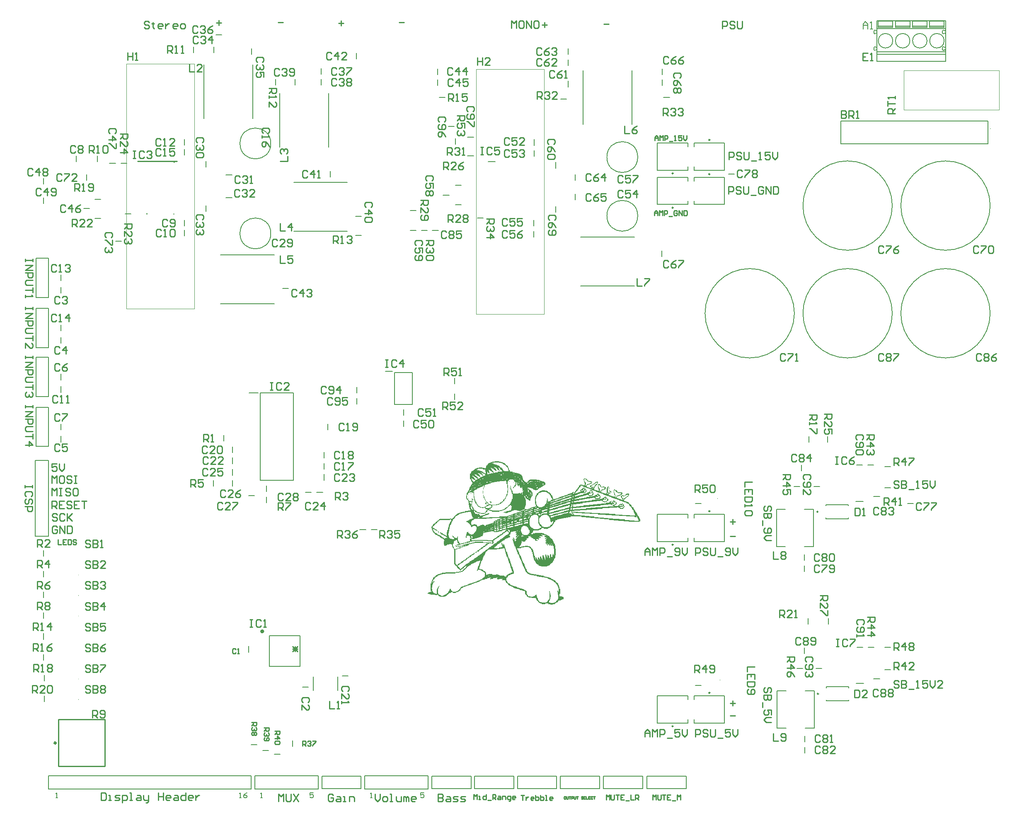
<source format=gto>
G04*
G04 #@! TF.GenerationSoftware,Altium Limited,Altium Designer,23.2.1 (34)*
G04*
G04 Layer_Color=65535*
%FSLAX45Y45*%
%MOMM*%
G71*
G04*
G04 #@! TF.SameCoordinates,6E3D6F93-4A61-4C57-BA4F-68D24251A383*
G04*
G04*
G04 #@! TF.FilePolarity,Positive*
G04*
G01*
G75*
%ADD10C,0.40000*%
%ADD11C,0.10000*%
%ADD12C,0.25000*%
%ADD13C,0.20000*%
%ADD14C,0.25400*%
%ADD15C,0.15240*%
G36*
X9699381Y6970288D02*
X9739115D01*
Y6960354D01*
X9768916D01*
Y6950420D01*
X9788783D01*
Y6940487D01*
X9808650D01*
Y6930553D01*
X9828518D01*
Y6920619D01*
X9838451D01*
Y6910686D01*
X9848385D01*
Y6900752D01*
X9858319D01*
Y6890819D01*
X9868252D01*
Y6880885D01*
X9878186D01*
Y6870951D01*
X9888119D01*
Y6851084D01*
X9898053D01*
Y6831217D01*
X9907987D01*
Y6801416D01*
X9917920D01*
Y6771615D01*
X9927854D01*
Y6761681D01*
X9977522D01*
Y6751748D01*
X10027190D01*
Y6741814D01*
X10066925D01*
Y6731881D01*
X10096726D01*
Y6721947D01*
X10126527D01*
Y6712013D01*
X10136460D01*
Y6702080D01*
X10156327D01*
Y6692146D01*
X10166261D01*
Y6682212D01*
X10176195D01*
Y6662345D01*
X10186128D01*
Y6632544D01*
X10196062D01*
Y6592810D01*
X10205996D01*
Y6582876D01*
X10215929D01*
Y6572942D01*
X10225863D01*
Y6563009D01*
X10235796D01*
Y6553075D01*
X10255664D01*
Y6543142D01*
X10265597D01*
Y6533208D01*
X10275531D01*
Y6553075D01*
X10285465D01*
Y6563009D01*
X10295398D01*
Y6572942D01*
X10305332D01*
Y6582876D01*
X10315265D01*
Y6592810D01*
X10335133D01*
Y6602743D01*
X10474204D01*
Y6592810D01*
X10533805D01*
Y6582876D01*
X10563606D01*
Y6572942D01*
X10593407D01*
Y6563009D01*
X10623208D01*
Y6553075D01*
X10633142D01*
Y6543142D01*
X10643075D01*
Y6533208D01*
X10653009D01*
Y6493473D01*
X10633142D01*
Y6483540D01*
X10623208D01*
Y6473606D01*
X10603341D01*
Y6463673D01*
X10583473D01*
Y6453739D01*
X10563606D01*
Y6443805D01*
X10553673D01*
Y6433872D01*
X10533805D01*
Y6423938D01*
X10523872D01*
Y6414004D01*
X10504004D01*
Y6404071D01*
X10494071D01*
Y6394137D01*
X10474204D01*
Y6384204D01*
X10434469D01*
Y6394137D01*
X10414602D01*
Y6404071D01*
X10394735D01*
Y6414004D01*
X10374867D01*
Y6423938D01*
X10345066D01*
Y6433872D01*
X10315265D01*
Y6443805D01*
X10305332D01*
Y6433872D01*
X10285465D01*
Y6414004D01*
X10315265D01*
Y6404071D01*
X10325199D01*
Y6394137D01*
X10345066D01*
Y6384204D01*
X10355000D01*
Y6374270D01*
X10364934D01*
Y6364336D01*
X10374867D01*
Y6344469D01*
X10384801D01*
Y6265000D01*
X10374867D01*
Y6245133D01*
X10364934D01*
Y6235199D01*
X10355000D01*
Y6215332D01*
X10345066D01*
Y6175598D01*
X10315265D01*
Y6185531D01*
X10295398D01*
Y6195465D01*
X10275531D01*
Y6205398D01*
X10265597D01*
Y6215332D01*
X10255664D01*
Y6225265D01*
X10245730D01*
Y6245133D01*
X10235796D01*
Y6265000D01*
X10215929D01*
Y6245133D01*
X10225863D01*
Y6235199D01*
X10235796D01*
Y6215332D01*
X10245730D01*
Y6185531D01*
X10255664D01*
Y6076261D01*
X10245730D01*
Y6056394D01*
X10235796D01*
Y6026593D01*
X10225863D01*
Y6006726D01*
X10245730D01*
Y5996792D01*
X10295398D01*
Y6006726D01*
X10325199D01*
Y6016659D01*
X10355000D01*
Y6026593D01*
X10374867D01*
Y6036527D01*
X10404668D01*
Y6046460D01*
X10434469D01*
Y6056394D01*
X10454336D01*
Y6086195D01*
X10444403D01*
Y6115996D01*
X10434469D01*
Y6235199D01*
X10444403D01*
Y6265000D01*
X10454336D01*
Y6284867D01*
X10464270D01*
Y6294801D01*
X10474204D01*
Y6314668D01*
X10484137D01*
Y6324602D01*
X10494071D01*
Y6334535D01*
X10504004D01*
Y6344469D01*
X10513938D01*
Y6354403D01*
X10533805D01*
Y6364336D01*
X10553673D01*
Y6374270D01*
X10583473D01*
Y6384204D01*
X10643075D01*
Y6374270D01*
X10682810D01*
Y6364336D01*
X10702677D01*
Y6354403D01*
X10712611D01*
Y6344469D01*
X10732478D01*
Y6334535D01*
X10742412D01*
Y6324602D01*
X10752345D01*
Y6314668D01*
X10762279D01*
Y6304735D01*
X10772212D01*
Y6284867D01*
X10782146D01*
Y6274934D01*
X10792080D01*
Y6245133D01*
X10802013D01*
Y6225265D01*
X10811947D01*
Y6195465D01*
X10831814D01*
Y6205398D01*
X10861615D01*
Y6215332D01*
X10891416D01*
Y6225265D01*
X10911283D01*
Y6235199D01*
X10941084D01*
Y6245133D01*
X10970885D01*
Y6255066D01*
X11000686D01*
Y6265000D01*
X11030487D01*
Y6274934D01*
X11050354D01*
Y6284867D01*
X11080155D01*
Y6294801D01*
X11109956D01*
Y6304735D01*
X11139756D01*
Y6314668D01*
X11169558D01*
Y6324602D01*
X11189425D01*
Y6334535D01*
X11199358D01*
Y6344469D01*
X11209292D01*
Y6354403D01*
X11229159D01*
Y6344469D01*
X11249027D01*
Y6354403D01*
X11258960D01*
Y6364336D01*
X11268894D01*
Y6374270D01*
X11278827D01*
Y6394137D01*
X11288761D01*
Y6404071D01*
X11298695D01*
Y6414004D01*
X11308628D01*
Y6433872D01*
X11318562D01*
Y6443805D01*
X11328496D01*
Y6453739D01*
X11338429D01*
Y6473606D01*
X11348363D01*
Y6483540D01*
X11358296D01*
Y6493473D01*
X11368230D01*
Y6503407D01*
X11388097D01*
Y6493473D01*
X11417898D01*
Y6483540D01*
X11457633D01*
Y6533208D01*
X11447699D01*
Y6563009D01*
X11437766D01*
Y6592810D01*
X11427832D01*
Y6612677D01*
X11437766D01*
Y6622611D01*
X11447699D01*
Y6632544D01*
X11457633D01*
Y6622611D01*
X11487434D01*
Y6612677D01*
X11497367D01*
Y6602743D01*
X11507301D01*
Y6592810D01*
X11517235D01*
Y6582876D01*
X11527168D01*
Y6572942D01*
X11586770D01*
Y6563009D01*
X11596704D01*
Y6553075D01*
X11606637D01*
Y6543142D01*
X11596704D01*
Y6523274D01*
X11576836D01*
Y6513341D01*
X11556969D01*
Y6503407D01*
X11527168D01*
Y6493473D01*
X11507301D01*
Y6483540D01*
X11497367D01*
Y6453739D01*
X11517235D01*
Y6443805D01*
X11537102D01*
Y6433872D01*
X11566903D01*
Y6423938D01*
X11596704D01*
Y6433872D01*
X11586770D01*
Y6443805D01*
X11576836D01*
Y6453739D01*
X11566903D01*
Y6473606D01*
X11576836D01*
Y6483540D01*
X11586770D01*
Y6493473D01*
X11616571D01*
Y6503407D01*
X11636438D01*
Y6493473D01*
X11626504D01*
Y6483540D01*
X11596704D01*
Y6473606D01*
X11586770D01*
Y6453739D01*
X11616571D01*
Y6463673D01*
X11626504D01*
Y6433872D01*
X11616571D01*
Y6414004D01*
X11626504D01*
Y6423938D01*
X11636438D01*
Y6453739D01*
X11646372D01*
Y6463673D01*
X11656305D01*
Y6483540D01*
X11666239D01*
Y6493473D01*
X11676172D01*
Y6503407D01*
X11686106D01*
Y6513341D01*
X11696040D01*
Y6523274D01*
X11705974D01*
Y6543142D01*
X11696040D01*
Y6533208D01*
X11676172D01*
Y6523274D01*
X11666239D01*
Y6513341D01*
X11646372D01*
Y6503407D01*
X11636438D01*
Y6523274D01*
X11656305D01*
Y6533208D01*
X11666239D01*
Y6543142D01*
X11676172D01*
Y6553075D01*
X11696040D01*
Y6563009D01*
X11715907D01*
Y6553075D01*
X11725841D01*
Y6533208D01*
X11715907D01*
Y6513341D01*
X11705974D01*
Y6493473D01*
X11696040D01*
Y6483540D01*
X11686106D01*
Y6473606D01*
X11676172D01*
Y6463673D01*
X11666239D01*
Y6453739D01*
X11656305D01*
Y6433872D01*
X11646372D01*
Y6423938D01*
Y6394137D01*
X11676172D01*
Y6384204D01*
X11705974D01*
Y6374270D01*
X11725841D01*
Y6364336D01*
X11735774D01*
Y6374270D01*
X11745708D01*
Y6404071D01*
X11735774D01*
Y6423938D01*
X11725841D01*
Y6503407D01*
X11735774D01*
Y6513341D01*
X11755641D01*
Y6503407D01*
X11765575D01*
Y6493473D01*
X11775509D01*
Y6483540D01*
X11785443D01*
Y6463673D01*
X11795376D01*
Y6453739D01*
X11815243D01*
Y6463673D01*
X11854978D01*
Y6453739D01*
X11874845D01*
Y6443805D01*
X11884779D01*
Y6414004D01*
X11874845D01*
Y6404071D01*
X11854978D01*
Y6394137D01*
X11835111D01*
Y6384204D01*
X11805310D01*
Y6374270D01*
X11795376D01*
Y6344469D01*
X11805310D01*
Y6334535D01*
X11835111D01*
Y6324602D01*
X11864911D01*
Y6314668D01*
X11894712D01*
Y6324602D01*
X11904646D01*
Y6423938D01*
X11914580D01*
Y6453739D01*
X11924513D01*
Y6463673D01*
X11944380D01*
Y6443805D01*
X11954314D01*
Y6404071D01*
X11944380D01*
Y6433872D01*
Y6443805D01*
X11924513D01*
Y6324602D01*
X11914580D01*
Y6304735D01*
X11924513D01*
Y6314668D01*
X11934447D01*
Y6344469D01*
X11954314D01*
Y6334535D01*
X11984115D01*
Y6324602D01*
X11974181D01*
Y6314668D01*
X11944380D01*
Y6284867D01*
X11974181D01*
Y6274934D01*
X11994049D01*
Y6265000D01*
X12023849D01*
Y6255066D01*
X12053651D01*
Y6245133D01*
X12063584D01*
Y6255066D01*
X12073518D01*
Y6284867D01*
X12063584D01*
Y6294801D01*
X12053651D01*
Y6324602D01*
X12043717D01*
Y6394137D01*
X12053651D01*
Y6404071D01*
X12073518D01*
Y6394137D01*
X12083451D01*
Y6384204D01*
X12103318D01*
Y6374270D01*
X12113252D01*
Y6364336D01*
X12123186D01*
Y6344469D01*
X12212588D01*
Y6334535D01*
X12222522D01*
Y6304735D01*
X12212588D01*
Y6294801D01*
X12192721D01*
Y6284867D01*
X12182788D01*
Y6274934D01*
X12152987D01*
Y6265000D01*
X12123186D01*
Y6255066D01*
X12113252D01*
Y6245133D01*
X12103318D01*
Y6274934D01*
X12133119D01*
Y6284867D01*
X12152987D01*
Y6294801D01*
X12182788D01*
Y6304735D01*
X12202655D01*
Y6324602D01*
X12133119D01*
Y6334535D01*
X12113252D01*
Y6344469D01*
X12103318D01*
Y6354403D01*
X12093385D01*
Y6364336D01*
X12083451D01*
Y6374270D01*
X12073518D01*
Y6384204D01*
X12053651D01*
Y6334535D01*
X12063584D01*
Y6314668D01*
X12073518D01*
Y6294801D01*
X12083451D01*
Y6235199D01*
X12093385D01*
Y6245133D01*
X12103318D01*
Y6235199D01*
X12113252D01*
Y6225265D01*
X12133119D01*
Y6215332D01*
X12152987D01*
Y6205398D01*
X12182788D01*
Y6195465D01*
X12202655D01*
Y6185531D01*
X12222522D01*
Y6205398D01*
X12212588D01*
Y6225265D01*
X12202655D01*
Y6245133D01*
X12192721D01*
Y6265000D01*
X12202655D01*
Y6274934D01*
X12212588D01*
Y6284867D01*
X12242389D01*
Y6274934D01*
X12272190D01*
Y6265000D01*
X12262257D01*
Y6255066D01*
X12242389D01*
Y6265000D01*
X12212588D01*
Y6235199D01*
X12222522D01*
Y6225265D01*
X12242389D01*
Y6195465D01*
X12232456D01*
Y6185531D01*
X12252323D01*
Y6215332D01*
X12262257D01*
Y6225265D01*
X12272190D01*
Y6235199D01*
X12292057D01*
Y6245133D01*
X12311925D01*
Y6235199D01*
X12301991D01*
Y6225265D01*
X12292057D01*
Y6215332D01*
X12272190D01*
Y6195465D01*
X12262257D01*
Y6165664D01*
X12282124D01*
Y6155730D01*
X12311925D01*
Y6145796D01*
X12331792D01*
Y6135863D01*
X12351659D01*
Y6125929D01*
X12361593D01*
Y6115996D01*
X12371526D01*
Y6106062D01*
X12381460D01*
Y6096128D01*
X12391394D01*
Y6086195D01*
X12401327D01*
Y6076261D01*
X12411261D01*
Y6056394D01*
X12421195D01*
Y6046460D01*
X12431128D01*
Y6036527D01*
X12441062D01*
Y6026593D01*
X12450995D01*
Y6006726D01*
X12460929D01*
Y5996792D01*
X12470863D01*
Y5976925D01*
X12480796D01*
Y5966991D01*
X12490730D01*
Y5947124D01*
X12500664D01*
Y5927257D01*
X12510597D01*
Y5917323D01*
X12520531D01*
Y5897456D01*
X12530465D01*
Y5877588D01*
X12540398D01*
Y5867655D01*
X12550332D01*
Y5847788D01*
X12560265D01*
Y5827921D01*
X12570199D01*
Y5808053D01*
X12580133D01*
Y5788186D01*
X12590066D01*
Y5748451D01*
X12570199D01*
Y5738518D01*
X12351659D01*
Y5748451D01*
X12252323D01*
Y5758385D01*
X12143053D01*
Y5768319D01*
X12043717D01*
Y5778252D01*
X11954314D01*
Y5788186D01*
X11854978D01*
Y5798119D01*
X11765575D01*
Y5808053D01*
X11666239D01*
Y5817987D01*
X11576836D01*
Y5827921D01*
X11477500D01*
Y5837854D01*
X11388097D01*
Y5847788D01*
X11169558D01*
Y5837854D01*
X11119889D01*
Y5827921D01*
X11070221D01*
Y5817987D01*
X11020553D01*
Y5808053D01*
X10980819D01*
Y5798119D01*
X10941084D01*
Y5788186D01*
X10891416D01*
Y5778252D01*
X10861615D01*
Y5768319D01*
X10851681D01*
Y5738518D01*
X10841748D01*
Y5728584D01*
X10831814D01*
Y5708717D01*
X10821881D01*
Y5698783D01*
X10811947D01*
Y5678916D01*
X10802013D01*
Y5668982D01*
X10792080D01*
Y5659049D01*
X10782146D01*
Y5649115D01*
X10772212D01*
Y5639182D01*
X10762279D01*
Y5629248D01*
X10752345D01*
Y5619314D01*
X10732478D01*
Y5609381D01*
X10712611D01*
Y5599447D01*
X10672876D01*
Y5589513D01*
X10662942D01*
Y5599447D01*
X10613274D01*
Y5609381D01*
X10573540D01*
Y5599447D01*
X10563606D01*
Y5589513D01*
X10553673D01*
Y5579580D01*
X10533805D01*
Y5569646D01*
X10513938D01*
Y5559713D01*
X10404668D01*
Y5549779D01*
X10394735D01*
Y5529911D01*
X10384801D01*
Y5510044D01*
X10374867D01*
Y5500111D01*
X10364934D01*
Y5490177D01*
X10394735D01*
Y5500111D01*
X10434469D01*
Y5510044D01*
X10593407D01*
Y5500111D01*
X10623208D01*
Y5490177D01*
X10653009D01*
Y5480244D01*
X10672876D01*
Y5470310D01*
X10692743D01*
Y5460376D01*
X10702677D01*
Y5450442D01*
X10722544D01*
Y5440509D01*
X10732478D01*
Y5430575D01*
X10742412D01*
Y5420642D01*
X10752345D01*
Y5410708D01*
X10762279D01*
Y5400774D01*
X10772212D01*
Y5390841D01*
X10782146D01*
Y5380907D01*
X10792080D01*
Y5370974D01*
X10802013D01*
Y5351106D01*
X10811947D01*
Y5331239D01*
X10821881D01*
Y5311372D01*
X10831814D01*
Y5291505D01*
X10841748D01*
Y5261704D01*
X10851681D01*
Y5192168D01*
X10861615D01*
Y5053097D01*
X10851681D01*
Y5003429D01*
X10841748D01*
Y4983562D01*
X10831814D01*
Y4953761D01*
X10821881D01*
Y4943828D01*
X10811947D01*
Y4923960D01*
X10802013D01*
Y4914026D01*
X10792080D01*
Y4904093D01*
X10782146D01*
Y4894159D01*
X10772212D01*
Y4884226D01*
X10762279D01*
Y4874292D01*
X10752345D01*
Y4864359D01*
X10742412D01*
Y4854425D01*
X10722544D01*
Y4844491D01*
X10702677D01*
Y4834558D01*
X10682810D01*
Y4824624D01*
X10563606D01*
Y4834558D01*
X10533805D01*
Y4844491D01*
X10513938D01*
Y4854425D01*
X10504004D01*
Y4864359D01*
X10484137D01*
Y4874292D01*
X10474204D01*
Y4884226D01*
X10464270D01*
Y4894159D01*
X10454336D01*
Y4914026D01*
X10444403D01*
Y4923960D01*
X10434469D01*
Y4943828D01*
X10424535D01*
Y4973628D01*
X10414602D01*
Y5003429D01*
X10404668D01*
Y5033230D01*
X10394735D01*
Y5082898D01*
X10384801D01*
Y5122633D01*
X10374867D01*
Y5152434D01*
X10364934D01*
Y5172301D01*
X10355000D01*
Y5192168D01*
X10345066D01*
Y5202102D01*
X10325199D01*
Y5212036D01*
X10315265D01*
Y5221969D01*
X10205996D01*
Y5212036D01*
X10156327D01*
Y5202102D01*
X10076858D01*
Y5182234D01*
X10086792D01*
Y5152434D01*
X10096726D01*
Y5132566D01*
X10106659D01*
Y5112699D01*
X10116593D01*
Y5082898D01*
X10126527D01*
Y5063031D01*
X10136460D01*
Y5043164D01*
X10146394D01*
Y5023297D01*
X10156327D01*
Y4993496D01*
X10166261D01*
Y4973628D01*
X10176195D01*
Y4943828D01*
X10186128D01*
Y4923960D01*
X10196062D01*
Y4904093D01*
X10205996D01*
Y4884226D01*
X10215929D01*
Y4864359D01*
X10225863D01*
Y4834558D01*
X10235796D01*
Y4814690D01*
X10245730D01*
Y4794823D01*
X10255664D01*
Y4774956D01*
X10265597D01*
Y4745155D01*
X10275531D01*
Y4725288D01*
X10285465D01*
Y4715354D01*
X10295398D01*
Y4705420D01*
X10305332D01*
Y4695487D01*
X10325199D01*
Y4685553D01*
X10364934D01*
Y4675620D01*
X10414602D01*
Y4665686D01*
X10464270D01*
Y4655752D01*
X10513938D01*
Y4645819D01*
X10553673D01*
Y4635885D01*
X10613274D01*
Y4625951D01*
X10653009D01*
Y4616018D01*
X10692743D01*
Y4606084D01*
X10722544D01*
Y4596151D01*
X10752345D01*
Y4586217D01*
X10772212D01*
Y4576283D01*
X10792080D01*
Y4566350D01*
X10811947D01*
Y4556416D01*
X10821881D01*
Y4546482D01*
X10841748D01*
Y4536549D01*
X10851681D01*
Y4526615D01*
X10861615D01*
Y4516682D01*
X10871549D01*
Y4506748D01*
X10881482D01*
Y4496814D01*
X10891416D01*
Y4486881D01*
X10901350D01*
Y4476947D01*
X10911283D01*
Y4457080D01*
X10921217D01*
Y4437212D01*
X10931150D01*
Y4407412D01*
X10941084D01*
Y4367677D01*
X10951018D01*
Y4268341D01*
X10941084D01*
Y4218673D01*
X10990752D01*
Y4208739D01*
X11010619D01*
Y4198805D01*
X11020553D01*
Y4159071D01*
X11000686D01*
Y4149137D01*
X10980819D01*
Y4139204D01*
X10960951D01*
Y4129270D01*
X10921217D01*
Y4119336D01*
X10911283D01*
Y4109403D01*
X10901350D01*
Y4099469D01*
X10891416D01*
Y4089535D01*
X10871549D01*
Y4079602D01*
X10861615D01*
Y4069668D01*
X10841748D01*
Y4059735D01*
X10802013D01*
Y4049801D01*
X10752345D01*
Y4059735D01*
X10712611D01*
Y4069668D01*
X10653009D01*
Y4059735D01*
X10573540D01*
Y4069668D01*
X10543739D01*
Y4079602D01*
X10523872D01*
Y4089535D01*
X10513938D01*
Y4099469D01*
X10504004D01*
Y4109403D01*
X10494071D01*
Y4119336D01*
X10484137D01*
Y4129270D01*
X10474204D01*
Y4149137D01*
X10464270D01*
Y4169005D01*
X10454336D01*
Y4178938D01*
X10374867D01*
Y4188872D01*
X10315265D01*
Y4198805D01*
X10295398D01*
Y4208739D01*
X10275531D01*
Y4218673D01*
X10265597D01*
Y4238540D01*
X10255664D01*
Y4248474D01*
X10245730D01*
Y4268341D01*
X10235796D01*
Y4318009D01*
X10225863D01*
Y4327943D01*
X10196062D01*
Y4337876D01*
X10166261D01*
Y4347810D01*
X10126527D01*
Y4357743D01*
X10096726D01*
Y4367677D01*
X10056991D01*
Y4377611D01*
X10027190D01*
Y4387544D01*
X10007323D01*
Y4397478D01*
X9987456D01*
Y4407412D01*
X9967588D01*
Y4417345D01*
X9947721D01*
Y4427279D01*
X9927854D01*
Y4437212D01*
X9907987D01*
Y4447146D01*
X9898053D01*
Y4457080D01*
X9888119D01*
Y4467013D01*
X9878186D01*
Y4476947D01*
X9868252D01*
Y4486881D01*
X9858319D01*
Y4496814D01*
X9848385D01*
Y4516682D01*
X9838451D01*
Y4536549D01*
X9828518D01*
Y4546482D01*
X9758982D01*
Y4556416D01*
X9768916D01*
Y4566350D01*
X9778850D01*
Y4576283D01*
X9709314D01*
Y4566350D01*
X9669580D01*
Y4576283D01*
X9659646D01*
Y4586217D01*
X9679513D01*
Y4596151D01*
X9639779D01*
Y4586217D01*
X9580177D01*
Y4576283D01*
X9540442D01*
Y4566350D01*
X9520575D01*
Y4586217D01*
X9540442D01*
Y4596151D01*
X9500708D01*
Y4586217D01*
X9460973D01*
Y4576283D01*
X9421239D01*
Y4566350D01*
X9401372D01*
Y4556416D01*
X9361637D01*
Y4546482D01*
X9341770D01*
Y4536549D01*
X9321903D01*
Y4526615D01*
X9302035D01*
Y4516682D01*
X9272234D01*
Y4506748D01*
X9252367D01*
Y4496814D01*
X9222566D01*
Y4486881D01*
X9192765D01*
Y4476947D01*
X9172898D01*
Y4467013D01*
X9143097D01*
Y4457080D01*
X9113296D01*
Y4447146D01*
X9083496D01*
Y4437212D01*
X9053695D01*
Y4427279D01*
X9033827D01*
Y4417345D01*
X9004026D01*
Y4407412D01*
X8974226D01*
Y4397478D01*
X8954359D01*
Y4387544D01*
X8934491D01*
Y4367677D01*
X8924557D01*
Y4357743D01*
X8914624D01*
Y4337876D01*
X8894757D01*
Y4327943D01*
X8884823D01*
Y4318009D01*
X8874889D01*
Y4308075D01*
X8855022D01*
Y4298142D01*
X8825221D01*
Y4288208D01*
X8765620D01*
Y4298142D01*
X8715951D01*
Y4288208D01*
X8686151D01*
Y4278274D01*
X8676217D01*
Y4268341D01*
X8666283D01*
Y4258407D01*
X8656349D01*
Y4248474D01*
X8646416D01*
Y4238540D01*
X8636482D01*
Y4228606D01*
X8616615D01*
Y4218673D01*
X8596748D01*
Y4208739D01*
X8497412D01*
Y4218673D01*
X8477544D01*
Y4228606D01*
X8467611D01*
Y4238540D01*
X8457677D01*
Y4248474D01*
X8437810D01*
Y4238540D01*
X8398075D01*
Y4248474D01*
X8308672D01*
Y4258407D01*
X8278872D01*
Y4268341D01*
X8249071D01*
Y4288208D01*
X8259005D01*
Y4298142D01*
X8298739D01*
Y4308075D01*
X8318606D01*
Y4327943D01*
X8308672D01*
Y4476947D01*
X8318606D01*
Y4516682D01*
X8328540D01*
Y4536549D01*
X8338474D01*
Y4556416D01*
X8348407D01*
Y4576283D01*
X8358341D01*
Y4596151D01*
X8368274D01*
Y4606084D01*
X8378208D01*
Y4616018D01*
X8388142D01*
Y4625951D01*
X8408009D01*
Y4635885D01*
X8417943D01*
Y4645819D01*
X8427876D01*
Y4655752D01*
X8447743D01*
Y4665686D01*
X8467611D01*
Y4675620D01*
X8497412D01*
Y4685553D01*
X8537146D01*
Y4695487D01*
X8606682D01*
Y4705420D01*
X8825221D01*
Y4715354D01*
X8884823D01*
Y4725288D01*
X8924557D01*
Y4735221D01*
X8944425D01*
Y4745155D01*
X8964292D01*
Y4755089D01*
X8974226D01*
Y4765022D01*
X8984159D01*
Y4774956D01*
X8994093D01*
Y4784889D01*
X9004026D01*
Y4794823D01*
X9013960D01*
Y4804757D01*
X9023894D01*
Y4814690D01*
X9033827D01*
Y4834558D01*
X9013960D01*
Y4824624D01*
X9004026D01*
Y4814690D01*
X8994093D01*
Y4804757D01*
X8984159D01*
Y4794823D01*
X8974226D01*
Y4784889D01*
X8954359D01*
Y4774956D01*
X8944425D01*
Y4765022D01*
X8934491D01*
Y4755089D01*
X8924557D01*
Y4745155D01*
X8904690D01*
Y4755089D01*
X8894757D01*
Y4765022D01*
X8884823D01*
Y4774956D01*
X8874889D01*
Y4784889D01*
X8864956D01*
Y4794823D01*
X8855022D01*
Y4804757D01*
X8845088D01*
Y4814690D01*
X8835155D01*
Y4834558D01*
X8825221D01*
Y4844491D01*
X8815288D01*
Y4854425D01*
X8805354D01*
Y4864359D01*
X8785487D01*
Y5172301D01*
X8775553D01*
Y5202102D01*
X8765620D01*
Y5212036D01*
X8755686D01*
Y5231903D01*
X8745752D01*
Y5271637D01*
X8725885D01*
Y5281571D01*
X8686151D01*
Y5271637D01*
X8646416D01*
Y5261704D01*
X8616615D01*
Y5251770D01*
X8586814D01*
Y5271637D01*
X8576880D01*
Y5341173D01*
X8586814D01*
Y5370974D01*
X8576880D01*
Y5380907D01*
X8557013D01*
Y5390841D01*
X8547080D01*
Y5400774D01*
X8527212D01*
Y5410708D01*
X8517279D01*
Y5420642D01*
X8497412D01*
Y5430575D01*
X8487478D01*
Y5440509D01*
X8467611D01*
Y5450442D01*
X8447743D01*
Y5460376D01*
X8437810D01*
Y5470310D01*
X8417943D01*
Y5480244D01*
X8398075D01*
Y5490177D01*
X8388142D01*
Y5500111D01*
X8378208D01*
Y5510044D01*
X8368274D01*
Y5529911D01*
X8358341D01*
Y5539845D01*
X8348407D01*
Y5559713D01*
X8338474D01*
Y5579580D01*
X8328540D01*
Y5609381D01*
X8318606D01*
Y5639182D01*
X8328540D01*
Y5649115D01*
X8338474D01*
Y5659049D01*
X8348407D01*
Y5668982D01*
X8358341D01*
Y5688850D01*
X8368274D01*
Y5698783D01*
X8378208D01*
Y5708717D01*
X8398075D01*
Y5718650D01*
X8408009D01*
Y5728584D01*
X8417943D01*
Y5738518D01*
X8427876D01*
Y5748451D01*
X8437810D01*
Y5758385D01*
X8447743D01*
Y5768319D01*
X8467611D01*
Y5778252D01*
X8477544D01*
Y5788186D01*
X8487478D01*
Y5798119D01*
X8706018D01*
Y5808053D01*
X8715951D01*
Y5798119D01*
X8745752D01*
Y5808053D01*
X8765620D01*
Y5827921D01*
X8775553D01*
Y5837854D01*
X8785487D01*
Y5847788D01*
X8795420D01*
Y5857721D01*
X8805354D01*
Y5867655D01*
X8815288D01*
Y5877588D01*
X8825221D01*
Y5887522D01*
X8835155D01*
Y5897456D01*
X8855022D01*
Y5907390D01*
X8874889D01*
Y5917323D01*
X8894757D01*
Y5927257D01*
X8924557D01*
Y5937190D01*
X8954359D01*
Y5947124D01*
X9004026D01*
Y5957058D01*
X9063628D01*
Y5966991D01*
X9113296D01*
Y5976925D01*
X9123230D01*
Y5986858D01*
X9113296D01*
Y6006726D01*
X9103363D01*
Y6036527D01*
X9093429D01*
Y6076261D01*
X9083496D01*
Y6135863D01*
X9073562D01*
Y6145796D01*
X9083496D01*
Y6155730D01*
X9073562D01*
Y6175598D01*
X9063628D01*
Y6185531D01*
X9053695D01*
Y6195465D01*
X9043761D01*
Y6215332D01*
X9033827D01*
Y6274934D01*
X9043761D01*
Y6324602D01*
X9053695D01*
Y6344469D01*
X9063628D01*
Y6364336D01*
X9073562D01*
Y6374270D01*
X9083496D01*
Y6394137D01*
X9093429D01*
Y6414004D01*
X9103363D01*
Y6443805D01*
X9113296D01*
Y6463673D01*
X9123230D01*
Y6483540D01*
X9133164D01*
Y6493473D01*
X9143097D01*
Y6513341D01*
X9153031D01*
Y6523274D01*
X9162965D01*
Y6543142D01*
X9153031D01*
Y6553075D01*
X9143097D01*
Y6572942D01*
X9133164D01*
Y6592810D01*
X9123230D01*
Y6612677D01*
X9113296D01*
Y6721947D01*
X9123230D01*
Y6741814D01*
X9133164D01*
Y6761681D01*
X9143097D01*
Y6771615D01*
X9162965D01*
Y6781549D01*
X9172898D01*
Y6791482D01*
X9182832D01*
Y6801416D01*
X9192765D01*
Y6811350D01*
X9212633D01*
Y6821283D01*
X9232500D01*
Y6831217D01*
X9252367D01*
Y6841150D01*
X9292102D01*
Y6851084D01*
X9361637D01*
Y6841150D01*
X9401372D01*
Y6831217D01*
X9431173D01*
Y6851084D01*
X9441106D01*
Y6880885D01*
X9451040D01*
Y6890819D01*
X9460973D01*
Y6910686D01*
X9470907D01*
Y6920619D01*
X9480841D01*
Y6930553D01*
X9500708D01*
Y6940487D01*
X9520575D01*
Y6950420D01*
X9540442D01*
Y6960354D01*
X9570243D01*
Y6970288D01*
X9619911D01*
Y6980221D01*
X9699381D01*
Y6970288D01*
D02*
G37*
G36*
X11964248Y6374270D02*
X11974181D01*
Y6364336D01*
X11994049D01*
Y6334535D01*
X11984115D01*
Y6344469D01*
Y6354403D01*
X11964248D01*
Y6364336D01*
X11954314D01*
Y6384204D01*
X11964248D01*
Y6374270D01*
D02*
G37*
G36*
X12361593Y6284867D02*
X12351659D01*
Y6265000D01*
X12341726D01*
Y6255066D01*
X12331792D01*
Y6245133D01*
X12311925D01*
Y6255066D01*
X12321858D01*
Y6265000D01*
X12331792D01*
Y6274934D01*
X12341726D01*
Y6294801D01*
X12311925D01*
Y6284867D01*
X12292057D01*
Y6274934D01*
X12272190D01*
Y6284867D01*
X12282124D01*
Y6294801D01*
X12292057D01*
Y6304735D01*
X12311925D01*
Y6314668D01*
X12361593D01*
Y6284867D01*
D02*
G37*
%LPC*%
G36*
X9709314Y6950420D02*
X9590111D01*
Y6940487D01*
X9560310D01*
Y6930553D01*
X9590111D01*
Y6920619D01*
X9619911D01*
Y6910686D01*
X9649712D01*
Y6900752D01*
X9669580D01*
Y6890819D01*
X9689447D01*
Y6880885D01*
X9709314D01*
Y6870951D01*
X9719248D01*
Y6861018D01*
X9729181D01*
Y6851084D01*
X9749049D01*
Y6841150D01*
X9758982D01*
Y6831217D01*
X9768916D01*
Y6821283D01*
X9778850D01*
Y6811350D01*
X9788783D01*
Y6791482D01*
X9798717D01*
Y6781549D01*
X9808650D01*
Y6771615D01*
X9898053D01*
Y6801416D01*
X9888119D01*
Y6831217D01*
X9878186D01*
Y6851084D01*
X9868252D01*
Y6861018D01*
X9858319D01*
Y6870951D01*
X9848385D01*
Y6880885D01*
X9838451D01*
Y6890819D01*
X9828518D01*
Y6900752D01*
X9808650D01*
Y6910686D01*
X9798717D01*
Y6920619D01*
X9778850D01*
Y6930553D01*
X9749049D01*
Y6940487D01*
X9709314D01*
Y6950420D01*
D02*
G37*
G36*
X9619911Y6861018D02*
X9600044D01*
Y6851084D01*
X9609978D01*
Y6841150D01*
X9619911D01*
Y6831217D01*
X9629845D01*
Y6821283D01*
X9639779D01*
Y6801416D01*
X9649712D01*
Y6771615D01*
X9639779D01*
Y6781549D01*
X9629845D01*
Y6791482D01*
X9619911D01*
Y6801416D01*
X9600044D01*
Y6811350D01*
X9590111D01*
Y6821283D01*
X9570243D01*
Y6831217D01*
X9550376D01*
Y6841150D01*
X9530509D01*
Y6831217D01*
X9540442D01*
Y6821283D01*
X9550376D01*
Y6811350D01*
X9560310D01*
Y6791482D01*
X9570243D01*
Y6781549D01*
X9580177D01*
Y6761681D01*
X9590111D01*
Y6741814D01*
X9629845D01*
Y6751748D01*
X9679513D01*
Y6761681D01*
X9758982D01*
Y6771615D01*
X9768916D01*
Y6781549D01*
X9758982D01*
Y6791482D01*
X9749049D01*
Y6801416D01*
X9739115D01*
Y6811350D01*
X9729181D01*
Y6821283D01*
X9719248D01*
Y6831217D01*
X9709314D01*
Y6841150D01*
X9699381D01*
Y6851084D01*
X9689447D01*
Y6831217D01*
X9699381D01*
Y6811350D01*
X9709314D01*
Y6791482D01*
X9719248D01*
Y6781549D01*
X9699381D01*
Y6791482D01*
X9689447D01*
Y6801416D01*
X9679513D01*
Y6811350D01*
X9669580D01*
Y6821283D01*
X9659646D01*
Y6831217D01*
X9649712D01*
Y6841150D01*
X9639779D01*
Y6851084D01*
X9619911D01*
Y6861018D01*
D02*
G37*
G36*
X9510642Y6801416D02*
X9490774D01*
Y6791482D01*
X9500708D01*
Y6761681D01*
X9510642D01*
Y6731881D01*
X9490774D01*
Y6741814D01*
X9480841D01*
Y6751748D01*
X9470907D01*
Y6761681D01*
X9460973D01*
Y6712013D01*
X9470907D01*
Y6702080D01*
X9480841D01*
Y6712013D01*
X9510642D01*
Y6721947D01*
X9540442D01*
Y6731881D01*
X9580177D01*
Y6751748D01*
X9570243D01*
Y6761681D01*
X9550376D01*
Y6771615D01*
X9530509D01*
Y6781549D01*
X9520575D01*
Y6791482D01*
X9510642D01*
Y6801416D01*
D02*
G37*
G36*
X9371571Y6821283D02*
X9272234D01*
Y6811350D01*
X9242434D01*
Y6801416D01*
X9262301D01*
Y6791482D01*
X9302035D01*
Y6781549D01*
X9331836D01*
Y6771615D01*
X9351704D01*
Y6761681D01*
X9371571D01*
Y6751748D01*
X9391438D01*
Y6741814D01*
X9401372D01*
Y6731881D01*
X9421239D01*
Y6721947D01*
X9431173D01*
Y6761681D01*
X9421239D01*
Y6811350D01*
X9371571D01*
Y6821283D01*
D02*
G37*
G36*
X10017257Y6721947D02*
X9997389D01*
Y6712013D01*
X10017257D01*
Y6721947D01*
D02*
G37*
G36*
X9798717Y6731881D02*
X9788783D01*
Y6712013D01*
X9798717D01*
Y6731881D01*
D02*
G37*
G36*
X9709314Y6721947D02*
X9699381D01*
Y6712013D01*
X9709314D01*
Y6721947D01*
D02*
G37*
G36*
X9758982Y6702080D02*
X9739115D01*
Y6692146D01*
X9758982D01*
Y6702080D01*
D02*
G37*
G36*
X9341770Y6751748D02*
X9331836D01*
Y6741814D01*
X9341770D01*
Y6731881D01*
X9351704D01*
Y6721947D01*
X9361637D01*
Y6702080D01*
X9371571D01*
Y6692146D01*
X9381504D01*
Y6682212D01*
X9361637D01*
Y6692146D01*
X9351704D01*
Y6702080D01*
X9331836D01*
Y6712013D01*
X9321903D01*
Y6721947D01*
X9302035D01*
Y6731881D01*
X9272234D01*
Y6721947D01*
X9282168D01*
Y6712013D01*
X9292102D01*
Y6702080D01*
X9302035D01*
Y6692146D01*
X9311969D01*
Y6672279D01*
X9321903D01*
Y6652412D01*
X9302035D01*
Y6662345D01*
X9292102D01*
Y6672279D01*
X9282168D01*
Y6682212D01*
X9262301D01*
Y6692146D01*
X9242434D01*
Y6702080D01*
X9212633D01*
Y6712013D01*
X9202699D01*
Y6702080D01*
X9212633D01*
Y6692146D01*
X9222566D01*
Y6682212D01*
X9232500D01*
Y6672279D01*
X9242434D01*
Y6662345D01*
X9252367D01*
Y6652412D01*
X9262301D01*
Y6642478D01*
X9272234D01*
Y6622611D01*
X9292102D01*
Y6632544D01*
X9311969D01*
Y6642478D01*
X9331836D01*
Y6652412D01*
X9351704D01*
Y6662345D01*
X9371571D01*
Y6672279D01*
X9391438D01*
Y6682212D01*
X9411305D01*
Y6692146D01*
X9421239D01*
Y6702080D01*
X9411305D01*
Y6712013D01*
X9401372D01*
Y6721947D01*
X9381504D01*
Y6731881D01*
X9361637D01*
Y6741814D01*
X9341770D01*
Y6751748D01*
D02*
G37*
G36*
X9510642Y6682212D02*
X9500708D01*
Y6672279D01*
X9510642D01*
Y6682212D01*
D02*
G37*
G36*
X10037124Y6662345D02*
X10027190D01*
Y6652412D01*
X10037124D01*
Y6662345D01*
D02*
G37*
G36*
X10096726Y6652412D02*
X10086792D01*
Y6642478D01*
X10096726D01*
Y6652412D01*
D02*
G37*
G36*
X9878186Y6622611D02*
X9868252D01*
Y6612677D01*
X9878186D01*
Y6622611D01*
D02*
G37*
G36*
X9381504Y6632544D02*
X9371571D01*
Y6622611D01*
X9361637D01*
Y6612677D01*
X9381504D01*
Y6622611D01*
Y6632544D01*
D02*
G37*
G36*
X10136460Y6622611D02*
X10116593D01*
Y6612677D01*
X10126527D01*
Y6602743D01*
X10136460D01*
Y6622611D01*
D02*
G37*
G36*
X10047058Y6612677D02*
X10037124D01*
Y6602743D01*
X10047058D01*
Y6612677D01*
D02*
G37*
G36*
X10027190D02*
X10017257D01*
Y6602743D01*
X10027190D01*
Y6612677D01*
D02*
G37*
G36*
X9868252D02*
X9858319D01*
Y6602743D01*
X9868252D01*
Y6612677D01*
D02*
G37*
G36*
X9788783D02*
X9768916D01*
Y6602743D01*
X9788783D01*
Y6612677D01*
D02*
G37*
G36*
X9331836Y6602743D02*
X9311969D01*
Y6592810D01*
X9331836D01*
Y6602743D01*
D02*
G37*
G36*
X9172898Y6682212D02*
X9162965D01*
Y6662345D01*
X9172898D01*
Y6652412D01*
X9182832D01*
Y6642478D01*
X9192765D01*
Y6632544D01*
X9202699D01*
Y6622611D01*
X9212633D01*
Y6612677D01*
X9222566D01*
Y6592810D01*
X9242434D01*
Y6602743D01*
X9262301D01*
Y6622611D01*
X9252367D01*
Y6632544D01*
X9232500D01*
Y6642478D01*
X9212633D01*
Y6652412D01*
X9202699D01*
Y6662345D01*
X9182832D01*
Y6672279D01*
X9172898D01*
Y6682212D01*
D02*
G37*
G36*
X10504004Y6572942D02*
X10484137D01*
Y6563009D01*
X10504004D01*
Y6572942D01*
D02*
G37*
G36*
X10454336D02*
X10444403D01*
Y6563009D01*
X10454336D01*
Y6572942D01*
D02*
G37*
G36*
X10543739Y6563009D02*
X10523872D01*
Y6553075D01*
X10543739D01*
Y6563009D01*
D02*
G37*
G36*
X10384801Y6572942D02*
X10335133D01*
Y6563009D01*
X10325199D01*
Y6553075D01*
X10355000D01*
Y6563009D01*
X10384801D01*
Y6572942D01*
D02*
G37*
G36*
X10166261Y6592810D02*
X10156327D01*
Y6582876D01*
X10166261D01*
Y6563009D01*
Y6553075D01*
X10186128D01*
Y6572942D01*
X10176195D01*
Y6582876D01*
X10166261D01*
Y6592810D01*
D02*
G37*
G36*
X10116593Y6563009D02*
X10106659D01*
Y6553075D01*
X10116593D01*
Y6563009D01*
D02*
G37*
G36*
X9550376D02*
X9510642D01*
Y6553075D01*
X9550376D01*
Y6563009D01*
D02*
G37*
G36*
X9262301D02*
X9252367D01*
Y6553075D01*
X9262301D01*
Y6563009D01*
D02*
G37*
G36*
X9153031Y6632544D02*
X9143097D01*
Y6602743D01*
X9153031D01*
Y6592810D01*
X9162965D01*
Y6572942D01*
X9172898D01*
Y6563009D01*
X9182832D01*
Y6553075D01*
X9192765D01*
Y6563009D01*
X9202699D01*
Y6572942D01*
X9212633D01*
Y6582876D01*
X9222566D01*
Y6592810D01*
X9192765D01*
Y6602743D01*
X9172898D01*
Y6612677D01*
X9162965D01*
Y6622611D01*
X9153031D01*
Y6632544D01*
D02*
G37*
G36*
X10325199Y6553075D02*
X10315265D01*
Y6543142D01*
X10325199D01*
Y6553075D01*
D02*
G37*
G36*
X10205996Y6543142D02*
X10196062D01*
Y6533208D01*
X10205996D01*
Y6543142D01*
D02*
G37*
G36*
X9470907Y6553075D02*
X9451040D01*
Y6533208D01*
X9460973D01*
Y6543142D01*
X9470907D01*
Y6553075D01*
D02*
G37*
G36*
X9321903Y6533208D02*
X9311969D01*
Y6523274D01*
X9321903D01*
Y6533208D01*
D02*
G37*
G36*
X10454336Y6523274D02*
X10434469D01*
Y6513341D01*
X10454336D01*
Y6523274D01*
D02*
G37*
G36*
X10355000D02*
X10345066D01*
Y6513341D01*
X10355000D01*
Y6523274D01*
D02*
G37*
G36*
X10305332Y6533208D02*
X10285465D01*
Y6523274D01*
Y6513341D01*
X10295398D01*
Y6523274D01*
X10305332D01*
Y6533208D01*
D02*
G37*
G36*
X10106659D02*
X10096726D01*
Y6513341D01*
X10106659D01*
Y6533208D01*
D02*
G37*
G36*
X9302035Y6523274D02*
X9292102D01*
Y6513341D01*
X9302035D01*
Y6523274D01*
D02*
G37*
G36*
X10215929D02*
X10205996D01*
Y6513341D01*
Y6503407D01*
X10215929D01*
Y6523274D01*
D02*
G37*
G36*
X10613274D02*
X10593407D01*
Y6503407D01*
X10603341D01*
Y6493473D01*
X10613274D01*
Y6503407D01*
X10603341D01*
Y6513341D01*
X10613274D01*
Y6523274D01*
D02*
G37*
G36*
X9212633Y6503407D02*
X9202699D01*
Y6493473D01*
X9212633D01*
Y6503407D01*
D02*
G37*
G36*
X9341770D02*
X9331836D01*
Y6493473D01*
Y6483540D01*
X9341770D01*
Y6503407D01*
D02*
G37*
G36*
X11467566Y6612677D02*
X11447699D01*
Y6572942D01*
X11457633D01*
Y6553075D01*
X11467566D01*
Y6533208D01*
X11477500D01*
Y6503407D01*
X11467566D01*
Y6493473D01*
Y6473606D01*
X11487434D01*
Y6493473D01*
X11497367D01*
Y6503407D01*
X11507301D01*
Y6513341D01*
X11537102D01*
Y6523274D01*
X11566903D01*
Y6533208D01*
X11586770D01*
Y6553075D01*
X11547035D01*
Y6563009D01*
X11517235D01*
Y6572942D01*
X11507301D01*
Y6582876D01*
X11497367D01*
Y6592810D01*
X11477500D01*
Y6602743D01*
X11467566D01*
Y6612677D01*
D02*
G37*
G36*
X10474204Y6483540D02*
X10454336D01*
Y6473606D01*
X10474204D01*
Y6483540D01*
D02*
G37*
G36*
X9311969D02*
X9302035D01*
Y6473606D01*
X9311969D01*
Y6483540D01*
D02*
G37*
G36*
X9292102D02*
X9282168D01*
Y6473606D01*
X9292102D01*
Y6483540D01*
D02*
G37*
G36*
X9172898D02*
X9162965D01*
Y6473606D01*
X9172898D01*
Y6483540D01*
D02*
G37*
G36*
X9848385Y6582876D02*
X9818584D01*
Y6572942D01*
X9719248D01*
Y6563009D01*
X9659646D01*
Y6553075D01*
X9609978D01*
Y6543142D01*
X9570243D01*
Y6533208D01*
X9530509D01*
Y6523274D01*
X9500708D01*
Y6513341D01*
X9470907D01*
Y6503407D01*
X9441106D01*
Y6493473D01*
X9411305D01*
Y6463673D01*
X9401372D01*
Y6473606D01*
X9371571D01*
Y6463673D01*
X9351704D01*
Y6453739D01*
X9331836D01*
Y6443805D01*
X9311969D01*
Y6433872D01*
X9292102D01*
Y6423938D01*
X9272234D01*
Y6414004D01*
X9252367D01*
Y6404071D01*
X9232500D01*
Y6394137D01*
X9212633D01*
Y6384204D01*
X9202699D01*
Y6374270D01*
X9192765D01*
Y6255066D01*
X9202699D01*
Y6215332D01*
X9212633D01*
Y6185531D01*
X9222566D01*
Y6155730D01*
X9232500D01*
Y6135863D01*
X9242434D01*
Y6115996D01*
X9252367D01*
Y6106062D01*
X9262301D01*
Y6086195D01*
X9272234D01*
Y6076261D01*
X9282168D01*
Y6066327D01*
X9302035D01*
Y6056394D01*
X9311969D01*
Y6046460D01*
X9331836D01*
Y6036527D01*
X9401372D01*
Y6046460D01*
X9421239D01*
Y6056394D01*
X9431173D01*
Y6066327D01*
X9451040D01*
Y6076261D01*
X9460973D01*
Y6086195D01*
X9490774D01*
Y6106062D01*
X9470907D01*
Y6115996D01*
X9460973D01*
Y6125929D01*
X9451040D01*
Y6135863D01*
X9441106D01*
Y6155730D01*
X9431173D01*
Y6165664D01*
X9421239D01*
Y6185531D01*
X9411305D01*
Y6195465D01*
X9401372D01*
Y6225265D01*
X9391438D01*
Y6255066D01*
X9381504D01*
Y6265000D01*
Y6274934D01*
Y6294801D01*
X9391438D01*
Y6255066D01*
X9401372D01*
Y6235199D01*
Y6225265D01*
X9411305D01*
Y6205398D01*
X9421239D01*
Y6185531D01*
X9431173D01*
Y6175598D01*
Y6165664D01*
X9441106D01*
Y6155730D01*
X9451040D01*
Y6145796D01*
X9460973D01*
Y6135863D01*
X9470907D01*
Y6125929D01*
X9480841D01*
Y6115996D01*
X9490774D01*
Y6106062D01*
X9510642D01*
Y6096128D01*
X9540442D01*
Y6086195D01*
X9639779D01*
Y6096128D01*
X9679513D01*
Y6106062D01*
X9709314D01*
Y6115996D01*
X9719248D01*
Y6125929D01*
X9739115D01*
Y6135863D01*
X9749049D01*
Y6145796D01*
X9758982D01*
Y6155730D01*
X9778850D01*
Y6165664D01*
X9788783D01*
Y6185531D01*
X9798717D01*
Y6195465D01*
X9808650D01*
Y6205398D01*
X9818584D01*
Y6225265D01*
X9828518D01*
Y6235199D01*
X9838451D01*
Y6255066D01*
X9848385D01*
Y6274934D01*
X9858319D01*
Y6304735D01*
X9868252D01*
Y6374270D01*
X9878186D01*
Y6433872D01*
X9868252D01*
Y6513341D01*
X9858319D01*
Y6563009D01*
X9848385D01*
Y6582876D01*
D02*
G37*
G36*
X9182832Y6433872D02*
X9172898D01*
Y6423938D01*
X9182832D01*
Y6433872D01*
D02*
G37*
G36*
X10494071Y6443805D02*
X10474204D01*
Y6414004D01*
X10484137D01*
Y6423938D01*
X10494071D01*
Y6443805D01*
D02*
G37*
G36*
X9222566D02*
X9212633D01*
Y6433872D01*
X9202699D01*
Y6414004D01*
X9212633D01*
Y6423938D01*
X9222566D01*
Y6443805D01*
D02*
G37*
G36*
X9153031Y6414004D02*
X9143097D01*
Y6404071D01*
X9153031D01*
Y6414004D01*
D02*
G37*
G36*
X11447699D02*
X11427832D01*
Y6404071D01*
X11417898D01*
Y6374270D01*
X11437766D01*
Y6404071D01*
X11447699D01*
Y6414004D01*
D02*
G37*
G36*
X9133164Y6394137D02*
X9123230D01*
Y6384204D01*
X9133164D01*
Y6374270D01*
X9143097D01*
Y6384204D01*
X9133164D01*
Y6394137D01*
D02*
G37*
G36*
X11407964Y6384204D02*
X11388097D01*
Y6374270D01*
X11378164D01*
Y6364336D01*
X11407964D01*
Y6384204D01*
D02*
G37*
G36*
X10205996Y6374270D02*
X10196062D01*
Y6364336D01*
X10205996D01*
Y6374270D01*
D02*
G37*
G36*
X9123230Y6384204D02*
X9113296D01*
Y6374270D01*
X9103363D01*
Y6364336D01*
X9123230D01*
Y6384204D01*
D02*
G37*
G36*
X11745708Y6493473D02*
X11735774D01*
Y6453739D01*
X11745708D01*
Y6423938D01*
X11755641D01*
Y6404071D01*
X11765575D01*
Y6384204D01*
X11755641D01*
Y6364336D01*
X11765575D01*
Y6354403D01*
X11775509D01*
Y6374270D01*
X11785443D01*
Y6384204D01*
X11795376D01*
Y6394137D01*
X11805310D01*
Y6404071D01*
X11845044D01*
Y6414004D01*
X11864911D01*
Y6433872D01*
X11854978D01*
Y6443805D01*
X11785443D01*
Y6453739D01*
X11775509D01*
Y6463673D01*
X11765575D01*
Y6483540D01*
X11745708D01*
Y6493473D01*
D02*
G37*
G36*
X9103363Y6364336D02*
X9093429D01*
Y6354403D01*
X9103363D01*
Y6364336D01*
D02*
G37*
G36*
X11467566Y6394137D02*
X11457633D01*
Y6374270D01*
X11447699D01*
Y6354403D01*
X11437766D01*
Y6344469D01*
X11457633D01*
Y6354403D01*
X11467566D01*
Y6394137D01*
D02*
G37*
G36*
X10295398Y6404071D02*
X10285465D01*
Y6394137D01*
X10295398D01*
Y6354403D01*
X10305332D01*
Y6344469D01*
X10315265D01*
Y6374270D01*
Y6384204D01*
X10305332D01*
Y6394137D01*
X10295398D01*
Y6404071D01*
D02*
G37*
G36*
X9182832Y6364336D02*
X9172898D01*
Y6354403D01*
Y6344469D01*
X9182832D01*
Y6364336D01*
D02*
G37*
G36*
X11596704D02*
X11566903D01*
Y6334535D01*
X11586770D01*
Y6344469D01*
X11596704D01*
Y6364336D01*
D02*
G37*
G36*
X11239093Y6334535D02*
X11219226D01*
Y6304735D01*
X11229159D01*
Y6314668D01*
X11239093D01*
Y6334535D01*
D02*
G37*
G36*
X9987456Y6602743D02*
X9917920D01*
Y6592810D01*
X9907987D01*
Y6582876D01*
X9888119D01*
Y6563009D01*
X9878186D01*
Y6493473D01*
X9888119D01*
Y6334535D01*
X9878186D01*
Y6294801D01*
X9868252D01*
Y6265000D01*
X9858319D01*
Y6245133D01*
X9848385D01*
Y6225265D01*
X9838451D01*
Y6205398D01*
X9828518D01*
Y6195465D01*
X9818584D01*
Y6185531D01*
X9808650D01*
Y6165664D01*
X9798717D01*
Y6155730D01*
X9788783D01*
Y6145796D01*
X9778850D01*
Y6135863D01*
X9768916D01*
Y6125929D01*
X9749049D01*
Y6115996D01*
X9739115D01*
Y6106062D01*
X9719248D01*
Y6096128D01*
X9699381D01*
Y6086195D01*
X9669580D01*
Y6076261D01*
X9570243D01*
Y6036527D01*
X9560310D01*
Y6026593D01*
X9550376D01*
Y6016659D01*
X9530509D01*
Y6006726D01*
X9510642D01*
Y5996792D01*
X9500708D01*
Y5986858D01*
X9530509D01*
Y5976925D01*
X9570243D01*
Y5966991D01*
X9719248D01*
Y5976925D01*
X9758982D01*
Y5986858D01*
X9788783D01*
Y5996792D01*
X9808650D01*
Y6006726D01*
X9818584D01*
Y6016659D01*
X9838451D01*
Y6026593D01*
X9848385D01*
Y6036527D01*
X9868252D01*
Y6046460D01*
X9878186D01*
Y6056394D01*
X9888119D01*
Y6066327D01*
X9898053D01*
Y6076261D01*
X9907987D01*
Y6086195D01*
X9917920D01*
Y6106062D01*
X9927854D01*
Y6115996D01*
X9937788D01*
Y6135863D01*
X9947721D01*
Y6145796D01*
X9957655D01*
Y6175598D01*
X9967588D01*
Y6205398D01*
X9977522D01*
Y6304735D01*
X9967588D01*
Y6344469D01*
X9957655D01*
Y6374270D01*
X9947721D01*
Y6394137D01*
X9937788D01*
Y6414004D01*
X9927854D01*
Y6423938D01*
X9917920D01*
Y6433872D01*
X9937788D01*
Y6423938D01*
X9947721D01*
Y6414004D01*
X9957655D01*
Y6394137D01*
X9967588D01*
Y6374270D01*
X9977522D01*
Y6334535D01*
X9987456D01*
Y6314668D01*
X10096726D01*
Y6324602D01*
X10126527D01*
Y6334535D01*
X10136460D01*
Y6314668D01*
X10146394D01*
Y6324602D01*
X10156327D01*
Y6344469D01*
X10166261D01*
Y6334535D01*
X10176195D01*
Y6294801D01*
X10186128D01*
Y6354403D01*
X10196062D01*
Y6364336D01*
X10186128D01*
Y6414004D01*
X10176195D01*
Y6453739D01*
X10166261D01*
Y6433872D01*
X10156327D01*
Y6423938D01*
X10146394D01*
Y6433872D01*
X10136460D01*
Y6463673D01*
X10126527D01*
Y6483540D01*
X10106659D01*
Y6463673D01*
X10096726D01*
Y6473606D01*
X10086792D01*
Y6493473D01*
X10076858D01*
Y6543142D01*
X10056991D01*
Y6493473D01*
X10047058D01*
Y6473606D01*
X10037124D01*
Y6463673D01*
X10027190D01*
Y6453739D01*
X10017257D01*
Y6443805D01*
X10007323D01*
Y6423938D01*
X9987456D01*
Y6443805D01*
X9997389D01*
Y6453739D01*
X10007323D01*
Y6463673D01*
X10017257D01*
Y6473606D01*
X10027190D01*
Y6493473D01*
X10037124D01*
Y6553075D01*
X10027190D01*
Y6563009D01*
X10017257D01*
Y6582876D01*
X10007323D01*
Y6592810D01*
X9987456D01*
Y6602743D01*
D02*
G37*
G36*
X11616571Y6334535D02*
X11596704D01*
Y6324602D01*
X11576836D01*
Y6314668D01*
X11547035D01*
Y6304735D01*
X11537102D01*
Y6294801D01*
X11547035D01*
Y6284867D01*
X11596704D01*
Y6294801D01*
X11606637D01*
Y6304735D01*
X11616571D01*
Y6334535D01*
D02*
G37*
G36*
X10325199Y6294801D02*
X10315265D01*
Y6284867D01*
X10325199D01*
Y6294801D01*
D02*
G37*
G36*
X10355000Y6334535D02*
X10325199D01*
Y6324602D01*
X10345066D01*
Y6314668D01*
X10355000D01*
Y6304735D01*
Y6274934D01*
X10364934D01*
Y6324602D01*
X10355000D01*
Y6334535D01*
D02*
G37*
G36*
X11735774Y6294801D02*
X11715907D01*
Y6284867D01*
X11705974D01*
Y6265000D01*
X11725841D01*
Y6284867D01*
X11735774D01*
Y6294801D01*
D02*
G37*
G36*
X10265597Y6284867D02*
X10255664D01*
Y6265000D01*
X10265597D01*
Y6274934D01*
Y6284867D01*
D02*
G37*
G36*
X11229159Y6265000D02*
X11209292D01*
Y6235199D01*
X11219226D01*
Y6245133D01*
X11229159D01*
Y6265000D01*
D02*
G37*
G36*
X10295398Y6255066D02*
X10285465D01*
Y6245133D01*
X10275531D01*
Y6235199D01*
X10295398D01*
Y6255066D01*
D02*
G37*
G36*
X11755641Y6265000D02*
X11735774D01*
Y6255066D01*
X11725841D01*
Y6245133D01*
X11676172D01*
Y6235199D01*
X11686106D01*
Y6225265D01*
X11745708D01*
Y6235199D01*
X11755641D01*
Y6265000D01*
D02*
G37*
G36*
X10325199Y6225265D02*
X10315265D01*
Y6215332D01*
X10325199D01*
Y6225265D01*
D02*
G37*
G36*
X11874845Y6235199D02*
X11864911D01*
Y6215332D01*
X11854978D01*
Y6195465D01*
X11874845D01*
Y6205398D01*
Y6235199D01*
D02*
G37*
G36*
X11755641Y6205398D02*
X11725841D01*
Y6195465D01*
X11755641D01*
Y6205398D01*
D02*
G37*
G36*
X11219226D02*
X11199358D01*
Y6185531D01*
X11219226D01*
Y6205398D01*
D02*
G37*
G36*
X10662942Y6354403D02*
X10573540D01*
Y6344469D01*
X10553673D01*
Y6334535D01*
X10533805D01*
Y6324602D01*
X10513938D01*
Y6314668D01*
X10504004D01*
Y6294801D01*
X10494071D01*
Y6284867D01*
X10484137D01*
Y6265000D01*
X10474204D01*
Y6245133D01*
X10464270D01*
Y6215332D01*
X10454336D01*
Y6155730D01*
X10464270D01*
Y6096128D01*
X10474204D01*
Y6076261D01*
X10484137D01*
Y6066327D01*
X10494071D01*
Y6056394D01*
X10504004D01*
Y6046460D01*
X10513938D01*
Y6036527D01*
X10583473D01*
Y6046460D01*
X10603341D01*
Y6056394D01*
X10613274D01*
Y6066327D01*
X10633142D01*
Y6076261D01*
X10643075D01*
Y6096128D01*
X10653009D01*
Y6106062D01*
X10662942D01*
Y6125929D01*
X10672876D01*
Y6175598D01*
X10682810D01*
Y6225265D01*
X10692743D01*
Y6195465D01*
X10702677D01*
Y6165664D01*
X10692743D01*
Y6155730D01*
X10732478D01*
Y6165664D01*
X10752345D01*
Y6175598D01*
X10772212D01*
Y6185531D01*
X10792080D01*
Y6205398D01*
X10782146D01*
Y6225265D01*
X10772212D01*
Y6245133D01*
X10762279D01*
Y6265000D01*
X10752345D01*
Y6284867D01*
X10742412D01*
Y6294801D01*
X10732478D01*
Y6304735D01*
X10722544D01*
Y6314668D01*
X10712611D01*
Y6324602D01*
X10692743D01*
Y6334535D01*
X10682810D01*
Y6344469D01*
X10662942D01*
Y6354403D01*
D02*
G37*
G36*
X11169558Y6185531D02*
X11129823D01*
Y6175598D01*
X11100022D01*
Y6165664D01*
X11070221D01*
Y6155730D01*
X11040420D01*
Y6145796D01*
X11080155D01*
Y6155730D01*
X11119889D01*
Y6165664D01*
X11149690D01*
Y6175598D01*
X11169558D01*
Y6185531D01*
D02*
G37*
G36*
X11656305Y6235199D02*
X11616571D01*
Y6225265D01*
X11566903D01*
Y6215332D01*
X11507301D01*
Y6205398D01*
X11457633D01*
Y6195465D01*
X11407964D01*
Y6185531D01*
X11348363D01*
Y6175598D01*
X11288761D01*
Y6165664D01*
X11239093D01*
Y6155730D01*
X11229159D01*
Y6135863D01*
X11288761D01*
Y6145796D01*
X11368230D01*
Y6155730D01*
X11457633D01*
Y6165664D01*
X11527168D01*
Y6175598D01*
X11596704D01*
Y6185531D01*
X11666239D01*
Y6195465D01*
X11715907D01*
Y6205398D01*
X11676172D01*
Y6215332D01*
X11656305D01*
Y6235199D01*
D02*
G37*
G36*
X11040420Y6145796D02*
X11010619D01*
Y6135863D01*
X11040420D01*
Y6145796D01*
D02*
G37*
G36*
X11189425Y6294801D02*
X11149690D01*
Y6284867D01*
X11119889D01*
Y6274934D01*
X11100022D01*
Y6265000D01*
X11070221D01*
Y6255066D01*
X11040420D01*
Y6245133D01*
X11010619D01*
Y6235199D01*
X10980819D01*
Y6225265D01*
X10951018D01*
Y6215332D01*
X10921217D01*
Y6205398D01*
X10891416D01*
Y6195465D01*
X10871549D01*
Y6185531D01*
X10841748D01*
Y6175598D01*
X10811947D01*
Y6165664D01*
X10792080D01*
Y6155730D01*
X10762279D01*
Y6145796D01*
X10752345D01*
Y6135863D01*
X10782146D01*
Y6145796D01*
X10802013D01*
Y6155730D01*
X10831814D01*
Y6165664D01*
X10861615D01*
Y6175598D01*
X10891416D01*
Y6185531D01*
X10921217D01*
Y6195465D01*
X10951018D01*
Y6205398D01*
X10970885D01*
Y6215332D01*
X11000686D01*
Y6225265D01*
X11030487D01*
Y6235199D01*
X11060288D01*
Y6245133D01*
X11090089D01*
Y6255066D01*
X11119889D01*
Y6265000D01*
X11149690D01*
Y6274934D01*
X11169558D01*
Y6284867D01*
X11189425D01*
Y6294801D01*
D02*
G37*
G36*
X11209292Y6155730D02*
X11189425D01*
Y6125929D01*
X11209292D01*
Y6145796D01*
Y6155730D01*
D02*
G37*
G36*
X11010619Y6135863D02*
X10970885D01*
Y6125929D01*
X10951018D01*
Y6115996D01*
X10980819D01*
Y6125929D01*
X11010619D01*
Y6135863D01*
D02*
G37*
G36*
X10702677Y6125929D02*
X10692743D01*
Y6115996D01*
X10702677D01*
Y6125929D01*
D02*
G37*
G36*
X10951018Y6115996D02*
X10921217D01*
Y6106062D01*
X10951018D01*
Y6115996D01*
D02*
G37*
G36*
X9143097Y6155730D02*
X9133164D01*
Y6145796D01*
X9103363D01*
Y6125929D01*
X9113296D01*
Y6115996D01*
X9123230D01*
Y6106062D01*
X9133164D01*
Y6096128D01*
X9143097D01*
Y6115996D01*
Y6125929D01*
Y6155730D01*
D02*
G37*
G36*
X12053651D02*
X12043717D01*
Y6145796D01*
X12033783D01*
Y6125929D01*
X12053651D01*
Y6115996D01*
X12043717D01*
Y6106062D01*
X12003982D01*
Y6096128D01*
X12013916D01*
Y6086195D01*
X12063584D01*
Y6096128D01*
X12083451D01*
Y6115996D01*
X12093385D01*
Y6125929D01*
X12083451D01*
Y6145796D01*
X12073518D01*
Y6135863D01*
X12063584D01*
Y6125929D01*
X12053651D01*
Y6155730D01*
D02*
G37*
G36*
X11179491Y6245133D02*
X11139756D01*
Y6235199D01*
X11109956D01*
Y6225265D01*
X11080155D01*
Y6215332D01*
X11050354D01*
Y6205398D01*
X11020553D01*
Y6195465D01*
X11000686D01*
Y6185531D01*
X10970885D01*
Y6175598D01*
X10941084D01*
Y6165664D01*
X10911283D01*
Y6155730D01*
X10881482D01*
Y6145796D01*
X10851681D01*
Y6135863D01*
X10831814D01*
Y6125929D01*
X10802013D01*
Y6115996D01*
X10772212D01*
Y6106062D01*
X10752345D01*
Y6096128D01*
X10742412D01*
Y6086195D01*
X10762279D01*
Y6096128D01*
X10792080D01*
Y6106062D01*
X10821881D01*
Y6115996D01*
X10851681D01*
Y6125929D01*
X10881482D01*
Y6135863D01*
X10911283D01*
Y6145796D01*
X10941084D01*
Y6155730D01*
X10980819D01*
Y6165664D01*
X11000686D01*
Y6175598D01*
X11040420D01*
Y6185531D01*
X11070221D01*
Y6195465D01*
X11100022D01*
Y6205398D01*
X11129823D01*
Y6215332D01*
X11159624D01*
Y6225265D01*
X11179491D01*
Y6245133D01*
D02*
G37*
G36*
X10921217Y6106062D02*
X10881482D01*
Y6096128D01*
X10851681D01*
Y6086195D01*
X10821881D01*
Y6076261D01*
X10861615D01*
Y6086195D01*
X10891416D01*
Y6096128D01*
X10921217D01*
Y6106062D01*
D02*
G37*
G36*
X12232456Y6096128D02*
X12212588D01*
Y6076261D01*
X12202655D01*
Y6066327D01*
X12222522D01*
Y6076261D01*
X12232456D01*
Y6096128D01*
D02*
G37*
G36*
X12192721Y6086195D02*
X12172854D01*
Y6076261D01*
X12162920D01*
Y6066327D01*
X12192721D01*
Y6076261D01*
Y6086195D01*
D02*
G37*
G36*
X10821881Y6076261D02*
X10792080D01*
Y6066327D01*
X10821881D01*
Y6076261D01*
D02*
G37*
G36*
X10782146Y6066327D02*
X10752345D01*
Y6056394D01*
X10782146D01*
Y6066327D01*
D02*
G37*
G36*
X10752345Y6056394D02*
X10742412D01*
Y6046460D01*
X10752345D01*
Y6056394D01*
D02*
G37*
G36*
X11199358Y6096128D02*
X11179491D01*
Y6086195D01*
Y6076261D01*
Y6056394D01*
X11169558D01*
Y6036527D01*
X11189425D01*
Y6056394D01*
X11199358D01*
Y6096128D01*
D02*
G37*
G36*
X10692743Y6036527D02*
X10662942D01*
Y6026593D01*
X10692743D01*
Y6036527D01*
D02*
G37*
G36*
X10474204Y6046460D02*
X10454336D01*
Y6036527D01*
X10434469D01*
Y6026593D01*
X10464270D01*
Y6036527D01*
X10474204D01*
Y6046460D01*
D02*
G37*
G36*
X12252323Y6066327D02*
X12232456D01*
Y6046460D01*
X12182788D01*
Y6036527D01*
X12172854D01*
Y6026593D01*
X12192721D01*
Y6016659D01*
X12222522D01*
Y6026593D01*
X12242389D01*
Y6046460D01*
X12252323D01*
Y6066327D01*
D02*
G37*
G36*
X9540442Y6076261D02*
X9490774D01*
Y6066327D01*
X9460973D01*
Y6056394D01*
X9441106D01*
Y6046460D01*
X9431173D01*
Y6016659D01*
X9510642D01*
Y6026593D01*
X9530509D01*
Y6036527D01*
X9540442D01*
Y6046460D01*
X9550376D01*
Y6066327D01*
X9540442D01*
Y6076261D01*
D02*
G37*
G36*
X11407964Y6473606D02*
X11368230D01*
Y6453739D01*
X11358296D01*
Y6443805D01*
X11348363D01*
Y6423938D01*
X11338429D01*
Y6414004D01*
X11328496D01*
Y6404071D01*
X11318562D01*
Y6394137D01*
X11308628D01*
Y6374270D01*
X11298695D01*
Y6364336D01*
X11288761D01*
Y6354403D01*
X11278827D01*
Y6344469D01*
X11268894D01*
Y6334535D01*
X11258960D01*
Y6314668D01*
X11268894D01*
Y6324602D01*
X11298695D01*
Y6334535D01*
X11318562D01*
Y6344469D01*
X11348363D01*
Y6354403D01*
X11368230D01*
Y6364336D01*
X11358296D01*
Y6384204D01*
X11368230D01*
Y6394137D01*
X11378164D01*
Y6404071D01*
X11398031D01*
Y6414004D01*
X11407964D01*
Y6423938D01*
X11417898D01*
Y6433872D01*
X11447699D01*
Y6423938D01*
X11457633D01*
Y6414004D01*
X11467566D01*
Y6404071D01*
X11477500D01*
Y6394137D01*
X11487434D01*
Y6354403D01*
X11477500D01*
Y6344469D01*
X11467566D01*
Y6334535D01*
X11447699D01*
Y6324602D01*
X11427832D01*
Y6334535D01*
X11417898D01*
Y6324602D01*
X11358296D01*
Y6314668D01*
X11348363D01*
Y6304735D01*
X11308628D01*
Y6294801D01*
X11288761D01*
Y6284867D01*
X11258960D01*
Y6274934D01*
X11249027D01*
Y6255066D01*
X11278827D01*
Y6265000D01*
X11308628D01*
Y6274934D01*
X11348363D01*
Y6284867D01*
X11378164D01*
Y6294801D01*
X11417898D01*
Y6304735D01*
X11447699D01*
Y6314668D01*
X11487434D01*
Y6324602D01*
X11507301D01*
Y6334535D01*
X11517235D01*
Y6344469D01*
X11537102D01*
Y6354403D01*
X11556969D01*
Y6374270D01*
X11566903D01*
Y6384204D01*
X11606637D01*
Y6364336D01*
X11616571D01*
Y6344469D01*
X11626504D01*
Y6334535D01*
X11636438D01*
Y6294801D01*
X11626504D01*
Y6284867D01*
X11616571D01*
Y6274934D01*
X11596704D01*
Y6265000D01*
X11537102D01*
Y6284867D01*
X11517235D01*
Y6294801D01*
X11497367D01*
Y6284867D01*
X11467566D01*
Y6274934D01*
X11437766D01*
Y6265000D01*
X11407964D01*
Y6255066D01*
X11368230D01*
Y6245133D01*
X11338429D01*
Y6235199D01*
X11298695D01*
Y6225265D01*
X11278827D01*
Y6215332D01*
X11249027D01*
Y6205398D01*
X11239093D01*
Y6195465D01*
X11288761D01*
Y6205398D01*
X11338429D01*
Y6215332D01*
X11388097D01*
Y6225265D01*
X11437766D01*
Y6235199D01*
X11487434D01*
Y6245133D01*
X11547035D01*
Y6255066D01*
X11606637D01*
Y6265000D01*
X11646372D01*
Y6274934D01*
X11666239D01*
Y6284867D01*
X11676172D01*
Y6294801D01*
X11705974D01*
Y6304735D01*
X11715907D01*
Y6314668D01*
X11735774D01*
Y6304735D01*
X11745708D01*
Y6294801D01*
X11755641D01*
Y6284867D01*
X11765575D01*
Y6265000D01*
X11775509D01*
Y6225265D01*
X11765575D01*
Y6215332D01*
X11755641D01*
Y6205398D01*
X11805310D01*
Y6215332D01*
X11815243D01*
Y6225265D01*
X11835111D01*
Y6235199D01*
X11854978D01*
Y6245133D01*
X11874845D01*
Y6255066D01*
X11884779D01*
Y6245133D01*
X11894712D01*
Y6235199D01*
X11904646D01*
Y6215332D01*
X11894712D01*
Y6195465D01*
X11884779D01*
Y6185531D01*
X11825177D01*
Y6165664D01*
X11845044D01*
Y6155730D01*
X11884779D01*
Y6165664D01*
X11904646D01*
Y6175598D01*
X11914580D01*
Y6215332D01*
X11924513D01*
Y6205398D01*
X11934447D01*
Y6175598D01*
X11924513D01*
Y6165664D01*
X11914580D01*
Y6155730D01*
X11904646D01*
Y6145796D01*
X11874845D01*
Y6135863D01*
X11845044D01*
Y6145796D01*
X11825177D01*
Y6155730D01*
X11815243D01*
Y6165664D01*
X11805310D01*
Y6175598D01*
X11775509D01*
Y6165664D01*
X11696040D01*
Y6155730D01*
X11636438D01*
Y6145796D01*
X11556969D01*
Y6135863D01*
X11487434D01*
Y6125929D01*
X11407964D01*
Y6115996D01*
X11358296D01*
Y6106062D01*
X11288761D01*
Y6096128D01*
X11219226D01*
Y6046460D01*
X11278827D01*
Y6056394D01*
X11348363D01*
Y6066327D01*
X11427832D01*
Y6076261D01*
X11537102D01*
Y6086195D01*
X11626504D01*
Y6096128D01*
X11705974D01*
Y6106062D01*
X11795376D01*
Y6115996D01*
X11884779D01*
Y6125929D01*
X11954314D01*
Y6135863D01*
X11964248D01*
Y6155730D01*
X11984115D01*
Y6165664D01*
X12013916D01*
Y6155730D01*
X11994049D01*
Y6145796D01*
X11984115D01*
Y6125929D01*
X12013916D01*
Y6135863D01*
X12023849D01*
Y6155730D01*
X12033783D01*
Y6175598D01*
X12063584D01*
Y6165664D01*
X12073518D01*
Y6155730D01*
X12083451D01*
Y6145796D01*
X12093385D01*
Y6135863D01*
X12103318D01*
Y6096128D01*
X12093385D01*
Y6086195D01*
X12083451D01*
Y6076261D01*
X12063584D01*
Y6066327D01*
X12143053D01*
Y6076261D01*
X12152987D01*
Y6096128D01*
X12172854D01*
Y6106062D01*
X12212588D01*
Y6115996D01*
X12232456D01*
Y6106062D01*
X12242389D01*
Y6096128D01*
X12252323D01*
Y6076261D01*
X12262257D01*
Y6056394D01*
X12272190D01*
Y6046460D01*
X12262257D01*
Y6026593D01*
X12252323D01*
Y6016659D01*
X12242389D01*
Y6006726D01*
X12172854D01*
Y6016659D01*
X12152987D01*
Y6026593D01*
X12143053D01*
Y6036527D01*
X12113252D01*
Y6026593D01*
X11964248D01*
Y6016659D01*
X11815243D01*
Y6006726D01*
X11715907D01*
Y5996792D01*
X11606637D01*
Y5986858D01*
X11497367D01*
Y5976925D01*
X11358296D01*
Y5966991D01*
X11239093D01*
Y5957058D01*
X11199358D01*
Y5937190D01*
X11219226D01*
Y5947124D01*
X11318562D01*
Y5937190D01*
X11457633D01*
Y5927257D01*
X11596704D01*
Y5917323D01*
X11765575D01*
Y5907390D01*
X11954314D01*
Y5897456D01*
X12083451D01*
Y5887522D01*
X12222522D01*
Y5877588D01*
X12381460D01*
Y5867655D01*
X12490730D01*
Y5877588D01*
X12480796D01*
Y5897456D01*
X12470863D01*
Y5917323D01*
X12460929D01*
Y5937190D01*
X12450995D01*
Y5966991D01*
X12441062D01*
Y5986858D01*
X12431128D01*
Y5996792D01*
X12421195D01*
Y6016659D01*
X12411261D01*
Y6026593D01*
X12401327D01*
Y6046460D01*
X12391394D01*
Y6056394D01*
X12381460D01*
Y6066327D01*
X12371526D01*
Y6076261D01*
X12361593D01*
Y6096128D01*
X12351659D01*
Y6106062D01*
X12341726D01*
Y6115996D01*
X12311925D01*
Y6125929D01*
X12292057D01*
Y6135863D01*
X12262257D01*
Y6145796D01*
X12232456D01*
Y6155730D01*
X12212588D01*
Y6165664D01*
X12182788D01*
Y6175598D01*
X12152987D01*
Y6185531D01*
X12123186D01*
Y6195465D01*
X12103318D01*
Y6205398D01*
X12073518D01*
Y6215332D01*
X12043717D01*
Y6225265D01*
X12023849D01*
Y6235199D01*
X11994049D01*
Y6245133D01*
X11964248D01*
Y6255066D01*
X11944380D01*
Y6265000D01*
X11914580D01*
Y6274934D01*
X11884779D01*
Y6284867D01*
X11864911D01*
Y6294801D01*
X11835111D01*
Y6304735D01*
X11815243D01*
Y6314668D01*
X11785443D01*
Y6324602D01*
X11765575D01*
Y6334535D01*
X11735774D01*
Y6344469D01*
X11705974D01*
Y6354403D01*
X11686106D01*
Y6364336D01*
X11656305D01*
Y6374270D01*
X11636438D01*
Y6384204D01*
X11606637D01*
Y6394137D01*
X11586770D01*
Y6404071D01*
X11556969D01*
Y6414004D01*
X11527168D01*
Y6423938D01*
X11497367D01*
Y6433872D01*
X11477500D01*
Y6443805D01*
X11447699D01*
Y6453739D01*
X11427832D01*
Y6463673D01*
X11407964D01*
Y6473606D01*
D02*
G37*
G36*
X10394735Y6016659D02*
X10374867D01*
Y6006726D01*
X10394735D01*
Y6016659D01*
D02*
G37*
G36*
X11159624Y6145796D02*
X11149690D01*
Y6135863D01*
X11109956D01*
Y6125929D01*
X11080155D01*
Y6115996D01*
X11050354D01*
Y6106062D01*
X11010619D01*
Y6096128D01*
X10980819D01*
Y6086195D01*
X10951018D01*
Y6076261D01*
X10921217D01*
Y6066327D01*
X10881482D01*
Y6056394D01*
X10851681D01*
Y6046460D01*
X10811947D01*
Y6036527D01*
X10782146D01*
Y6026593D01*
X10752345D01*
Y6016659D01*
X10732478D01*
Y5996792D01*
X10772212D01*
Y6006726D01*
X10802013D01*
Y6016659D01*
X10841748D01*
Y6026593D01*
X10871549D01*
Y6036527D01*
X10901350D01*
Y6046460D01*
X10931150D01*
Y6056394D01*
X10960951D01*
Y6066327D01*
X11000686D01*
Y6076261D01*
X11040420D01*
Y6086195D01*
X11070221D01*
Y6096128D01*
X11109956D01*
Y6106062D01*
X11139756D01*
Y6115996D01*
X11159624D01*
Y6145796D01*
D02*
G37*
G36*
X10374867Y6006726D02*
X10345066D01*
Y5996792D01*
X10374867D01*
Y6006726D01*
D02*
G37*
G36*
X11984115Y6096128D02*
X11934447D01*
Y6086195D01*
X11845044D01*
Y6076261D01*
X11775509D01*
Y6066327D01*
X11656305D01*
Y6056394D01*
X11566903D01*
Y6046460D01*
X11467566D01*
Y6036527D01*
X11378164D01*
Y6026593D01*
X11288761D01*
Y6016659D01*
X11209292D01*
Y5986858D01*
X11239093D01*
Y5996792D01*
X11358296D01*
Y6006726D01*
X11477500D01*
Y6016659D01*
X11576836D01*
Y6026593D01*
X11676172D01*
Y6036527D01*
X11805310D01*
Y6046460D01*
X11924513D01*
Y6056394D01*
X12043717D01*
Y6066327D01*
X12033783D01*
Y6076261D01*
X11994049D01*
Y6086195D01*
X11984115D01*
Y6096128D01*
D02*
G37*
G36*
X11189425Y6016659D02*
X11169558D01*
Y6006726D01*
Y5996792D01*
X11159624D01*
Y5986858D01*
X11189425D01*
Y6016659D01*
D02*
G37*
G36*
X10553673Y5996792D02*
X10543739D01*
Y5986858D01*
X10553673D01*
Y5996792D01*
D02*
G37*
G36*
X10345066D02*
X10325199D01*
Y5986858D01*
X10345066D01*
Y5996792D01*
D02*
G37*
G36*
X9143097Y6086195D02*
X9133164D01*
Y6056394D01*
X9123230D01*
Y6036527D01*
Y6026593D01*
Y6016659D01*
X9133164D01*
Y6006726D01*
X9143097D01*
Y5996792D01*
X9153031D01*
Y5986858D01*
X9172898D01*
Y5996792D01*
X9162965D01*
Y6016659D01*
X9153031D01*
Y6036527D01*
X9143097D01*
Y6086195D01*
D02*
G37*
G36*
X10543739Y5986858D02*
X10513938D01*
Y5976925D01*
X10543739D01*
Y5986858D01*
D02*
G37*
G36*
X10513938Y6016659D02*
X10484137D01*
Y6006726D01*
X10454336D01*
Y5996792D01*
X10424535D01*
Y5976925D01*
X10444403D01*
Y5986858D01*
X10474204D01*
Y5996792D01*
X10504004D01*
Y6006726D01*
X10513938D01*
Y6016659D01*
D02*
G37*
G36*
X10315265Y5986858D02*
X10295398D01*
Y5976925D01*
X10315265D01*
Y5986858D01*
D02*
G37*
G36*
X10513938Y5976925D02*
X10474204D01*
Y5966991D01*
X10454336D01*
Y5957058D01*
X10494071D01*
Y5966991D01*
X10513938D01*
Y5976925D01*
D02*
G37*
G36*
X10295398D02*
X10255664D01*
Y5966991D01*
X10235796D01*
Y5957058D01*
X10265597D01*
Y5966991D01*
X10295398D01*
Y5976925D01*
D02*
G37*
G36*
X10225863Y5996792D02*
X10205996D01*
Y5986858D01*
X10186128D01*
Y5976925D01*
X10166261D01*
Y5966991D01*
X10146394D01*
Y5957058D01*
X10176195D01*
Y5966991D01*
X10205996D01*
Y5976925D01*
X10225863D01*
Y5996792D01*
D02*
G37*
G36*
X10692743D02*
X10653009D01*
Y5986858D01*
X10623208D01*
Y5976925D01*
X10593407D01*
Y5966991D01*
X10573540D01*
Y5957058D01*
X10583473D01*
Y5947124D01*
X10613274D01*
Y5957058D01*
X10643075D01*
Y5966991D01*
X10672876D01*
Y5976925D01*
X10692743D01*
Y5996792D01*
D02*
G37*
G36*
X10454336Y5957058D02*
X10424535D01*
Y5947124D01*
X10454336D01*
Y5957058D01*
D02*
G37*
G36*
X10235796D02*
X10215929D01*
Y5947124D01*
X10235796D01*
Y5957058D01*
D02*
G37*
G36*
X9947721Y6076261D02*
X9917920D01*
Y6066327D01*
X9907987D01*
Y6056394D01*
X9898053D01*
Y6046460D01*
X9888119D01*
Y6036527D01*
X9878186D01*
Y6026593D01*
X9868252D01*
Y6016659D01*
X9858319D01*
Y6006726D01*
X9838451D01*
Y5996792D01*
X9828518D01*
Y5986858D01*
X9808650D01*
Y5976925D01*
X9778850D01*
Y5966991D01*
X9758982D01*
Y5957058D01*
X9709314D01*
Y5947124D01*
X9560310D01*
Y5957058D01*
X9520575D01*
Y5966991D01*
X9500708D01*
Y5976925D01*
X9470907D01*
Y5966991D01*
X9460973D01*
Y5947124D01*
X9451040D01*
Y5937190D01*
X9441106D01*
Y5927257D01*
X9431173D01*
Y5917323D01*
X9421239D01*
Y5907390D01*
X9401372D01*
Y5897456D01*
X9341770D01*
Y5907390D01*
X9292102D01*
Y5917323D01*
X9262301D01*
Y5927257D01*
X9242434D01*
Y5937190D01*
X9222566D01*
Y5947124D01*
X9212633D01*
Y5957058D01*
X9202699D01*
Y5966991D01*
X9192765D01*
Y5937190D01*
X9202699D01*
Y5927257D01*
X9212633D01*
Y5907390D01*
X9222566D01*
Y5897456D01*
X9262301D01*
Y5887522D01*
X9272234D01*
Y5897456D01*
X9292102D01*
Y5887522D01*
X9311969D01*
Y5867655D01*
X9321903D01*
Y5857721D01*
X9341770D01*
Y5867655D01*
X9371571D01*
Y5877588D01*
X9401372D01*
Y5887522D01*
X9421239D01*
Y5897456D01*
X9460973D01*
Y5907390D01*
X9480841D01*
Y5917323D01*
X9500708D01*
Y5907390D01*
X9510642D01*
Y5897456D01*
X9490774D01*
Y5887522D01*
X9460973D01*
Y5877588D01*
X9431173D01*
Y5867655D01*
X9411305D01*
Y5857721D01*
X9391438D01*
Y5847788D01*
X9371571D01*
Y5837854D01*
X9351704D01*
Y5827921D01*
X9510642D01*
Y5837854D01*
X9709314D01*
Y5847788D01*
X9868252D01*
Y5857721D01*
X9898053D01*
Y5867655D01*
X9917920D01*
Y5877588D01*
X9947721D01*
Y5887522D01*
X9977522D01*
Y5897456D01*
X10007323D01*
Y5907390D01*
X10037124D01*
Y5917323D01*
X10066925D01*
Y5927257D01*
X10086792D01*
Y5937190D01*
X10116593D01*
Y5947124D01*
X10146394D01*
Y5957058D01*
X10096726D01*
Y5966991D01*
X10066925D01*
Y5976925D01*
X10007323D01*
Y5966991D01*
X9977522D01*
Y5957058D01*
X9957655D01*
Y5947124D01*
X9917920D01*
Y5937190D01*
X9888119D01*
Y5927257D01*
X9878186D01*
Y5917323D01*
X9848385D01*
Y5907390D01*
X9838451D01*
Y5927257D01*
X9798717D01*
Y5937190D01*
X9808650D01*
Y5947124D01*
X9858319D01*
Y5957058D01*
X9907987D01*
Y5966991D01*
X9937788D01*
Y5976925D01*
X9947721D01*
Y5986858D01*
X9957655D01*
Y5996792D01*
X9947721D01*
Y6006726D01*
X9957655D01*
Y6016659D01*
X9967588D01*
Y6026593D01*
X9957655D01*
Y6046460D01*
X9967588D01*
Y6066327D01*
X9947721D01*
Y6076261D01*
D02*
G37*
G36*
X10186128Y5947124D02*
X10176195D01*
Y5937190D01*
X10186128D01*
Y5947124D01*
D02*
G37*
G36*
X11149690Y6076261D02*
X11119889D01*
Y6066327D01*
X11070221D01*
Y6056394D01*
X11040420D01*
Y6046460D01*
X11010619D01*
Y6036527D01*
X10980819D01*
Y6026593D01*
X10941084D01*
Y6016659D01*
X10901350D01*
Y6006726D01*
X10871549D01*
Y5996792D01*
X10841748D01*
Y5986858D01*
X10802013D01*
Y5976925D01*
X10762279D01*
Y5966991D01*
X10732478D01*
Y5947124D01*
X10722544D01*
Y5927257D01*
X10762279D01*
Y5937190D01*
X10792080D01*
Y5947124D01*
X10831814D01*
Y5957058D01*
X10871549D01*
Y5966991D01*
X10911283D01*
Y5976925D01*
X10941084D01*
Y5986858D01*
X10980819D01*
Y5996792D01*
X11020553D01*
Y6006726D01*
X11060288D01*
Y6016659D01*
X11100022D01*
Y6026593D01*
X11129823D01*
Y6036527D01*
X11139756D01*
Y6056394D01*
X11149690D01*
Y6076261D01*
D02*
G37*
G36*
X10176195Y5937190D02*
X10146394D01*
Y5927257D01*
X10126527D01*
Y5917323D01*
X10156327D01*
Y5927257D01*
X10176195D01*
Y5937190D01*
D02*
G37*
G36*
X9153031Y6344469D02*
X9103363D01*
Y6334535D01*
X9083496D01*
Y6324602D01*
X9073562D01*
Y6314668D01*
X9063628D01*
Y6294801D01*
X9053695D01*
Y6215332D01*
X9063628D01*
Y6195465D01*
X9073562D01*
Y6185531D01*
X9083496D01*
Y6175598D01*
X9093429D01*
Y6165664D01*
X9153031D01*
Y6195465D01*
X9143097D01*
Y6215332D01*
X9153031D01*
Y6205398D01*
X9172898D01*
Y6185531D01*
X9162965D01*
Y6135863D01*
X9153031D01*
Y6066327D01*
X9162965D01*
Y6036527D01*
X9172898D01*
Y6016659D01*
X9182832D01*
Y5996792D01*
X9192765D01*
Y5986858D01*
X9202699D01*
Y5976925D01*
X9212633D01*
Y5966991D01*
X9232500D01*
Y5957058D01*
X9242434D01*
Y5947124D01*
X9262301D01*
Y5937190D01*
X9292102D01*
Y5927257D01*
X9321903D01*
Y5917323D01*
X9411305D01*
Y5927257D01*
X9421239D01*
Y5937190D01*
X9431173D01*
Y5957058D01*
X9441106D01*
Y5966991D01*
X9451040D01*
Y5976925D01*
X9460973D01*
Y5996792D01*
X9431173D01*
Y6006726D01*
X9421239D01*
Y6016659D01*
X9411305D01*
Y6026593D01*
X9391438D01*
Y6016659D01*
X9351704D01*
Y6026593D01*
X9311969D01*
Y6036527D01*
X9302035D01*
Y6046460D01*
X9282168D01*
Y6056394D01*
X9272234D01*
Y6066327D01*
X9262301D01*
Y6076261D01*
X9252367D01*
Y6086195D01*
X9242434D01*
Y6106062D01*
X9232500D01*
Y6115996D01*
X9222566D01*
Y6135863D01*
X9212633D01*
Y6155730D01*
X9202699D01*
Y6185531D01*
X9192765D01*
Y6235199D01*
X9182832D01*
Y6324602D01*
X9172898D01*
Y6334535D01*
X9153031D01*
Y6344469D01*
D02*
G37*
G36*
X10513938Y5947124D02*
X10504004D01*
Y5937190D01*
X10474204D01*
Y5927257D01*
X10444403D01*
Y5917323D01*
X10454336D01*
Y5907390D01*
X10484137D01*
Y5917323D01*
X10513938D01*
Y5947124D01*
D02*
G37*
G36*
X10384801Y5937190D02*
X10355000D01*
Y5927257D01*
X10325199D01*
Y5917323D01*
X10305332D01*
Y5907390D01*
X10345066D01*
Y5917323D01*
X10374867D01*
Y5927257D01*
X10384801D01*
Y5937190D01*
D02*
G37*
G36*
Y5976925D02*
X10364934D01*
Y5966991D01*
X10335133D01*
Y5957058D01*
X10315265D01*
Y5947124D01*
X10285465D01*
Y5937190D01*
X10255664D01*
Y5927257D01*
X10225863D01*
Y5917323D01*
X10215929D01*
Y5907390D01*
X10235796D01*
Y5917323D01*
X10265597D01*
Y5927257D01*
X10295398D01*
Y5937190D01*
X10325199D01*
Y5947124D01*
X10355000D01*
Y5957058D01*
X10384801D01*
Y5976925D01*
D02*
G37*
G36*
X10126527Y5917323D02*
X10096726D01*
Y5907390D01*
X10126527D01*
Y5917323D01*
D02*
G37*
G36*
X10305332Y5907390D02*
X10265597D01*
Y5897456D01*
X10305332D01*
Y5907390D01*
D02*
G37*
G36*
X10176195D02*
X10166261D01*
Y5897456D01*
X10176195D01*
Y5907390D01*
D02*
G37*
G36*
X10086792D02*
X10066925D01*
Y5897456D01*
X10086792D01*
Y5907390D01*
D02*
G37*
G36*
X11179491Y5957058D02*
X11159624D01*
Y5947124D01*
X11139756D01*
Y5907390D01*
X11149690D01*
Y5917323D01*
X11159624D01*
Y5907390D01*
X11179491D01*
Y5897456D01*
X11189425D01*
Y5887522D01*
X11209292D01*
Y5897456D01*
X11199358D01*
Y5907390D01*
X11189425D01*
Y5927257D01*
X11179491D01*
Y5957058D01*
D02*
G37*
G36*
X10682810Y5947124D02*
X10662942D01*
Y5937190D01*
X10623208D01*
Y5927257D01*
X10593407D01*
Y5917323D01*
X10573540D01*
Y5907390D01*
X10563606D01*
Y5897456D01*
X10553673D01*
Y5887522D01*
X10543739D01*
Y5897456D01*
X10504004D01*
Y5887522D01*
X10513938D01*
Y5867655D01*
X10533805D01*
Y5877588D01*
X10563606D01*
Y5887522D01*
X10573540D01*
Y5897456D01*
X10603341D01*
Y5907390D01*
X10682810D01*
Y5947124D01*
D02*
G37*
G36*
X10166261Y5897456D02*
X10136460D01*
Y5887522D01*
X10166261D01*
Y5897456D01*
D02*
G37*
G36*
X10066925D02*
X10037124D01*
Y5887522D01*
X10066925D01*
Y5897456D01*
D02*
G37*
G36*
X11129823Y6006726D02*
X11119889D01*
Y5996792D01*
X11080155D01*
Y5986858D01*
X11050354D01*
Y5976925D01*
X11010619D01*
Y5966991D01*
X10970885D01*
Y5957058D01*
X10941084D01*
Y5947124D01*
X10901350D01*
Y5937190D01*
X10861615D01*
Y5927257D01*
X10831814D01*
Y5917323D01*
X10792080D01*
Y5907390D01*
X10752345D01*
Y5897456D01*
X10722544D01*
Y5887522D01*
X10732478D01*
Y5877588D01*
X10782146D01*
Y5887522D01*
X10811947D01*
Y5897456D01*
X10851681D01*
Y5907390D01*
X10901350D01*
Y5917323D01*
X10941084D01*
Y5927257D01*
X10970885D01*
Y5937190D01*
X11000686D01*
Y5947124D01*
X11030487D01*
Y5957058D01*
X11070221D01*
Y5966991D01*
X11109956D01*
Y5976925D01*
X11129823D01*
Y6006726D01*
D02*
G37*
G36*
X10374867Y5897456D02*
X10345066D01*
Y5887522D01*
X10315265D01*
Y5877588D01*
X10355000D01*
Y5887522D01*
X10374867D01*
Y5897456D01*
D02*
G37*
G36*
X10265597D02*
X10235796D01*
Y5887522D01*
X10205996D01*
Y5877588D01*
X10245730D01*
Y5887522D01*
X10265597D01*
Y5897456D01*
D02*
G37*
G36*
X10136460Y5887522D02*
X10106659D01*
Y5877588D01*
X10136460D01*
Y5887522D01*
D02*
G37*
G36*
X10037124D02*
X10027190D01*
Y5877588D01*
X10037124D01*
Y5887522D01*
D02*
G37*
G36*
X9987456Y5877588D02*
X9977522D01*
Y5867655D01*
X9987456D01*
Y5877588D01*
D02*
G37*
G36*
X9977522Y5867655D02*
X9947721D01*
Y5857721D01*
X9977522D01*
Y5867655D01*
D02*
G37*
G36*
X10245730Y5857721D02*
X10225863D01*
Y5847788D01*
X10245730D01*
Y5857721D01*
D02*
G37*
G36*
X10106659Y5877588D02*
X10076858D01*
Y5867655D01*
X10047058D01*
Y5857721D01*
X10027190D01*
Y5847788D01*
X10056991D01*
Y5857721D01*
X10086792D01*
Y5867655D01*
X10106659D01*
Y5877588D01*
D02*
G37*
G36*
X9947721Y5857721D02*
X9927854D01*
Y5847788D01*
X9947721D01*
Y5857721D01*
D02*
G37*
G36*
X10215929Y5847788D02*
X10205996D01*
Y5837854D01*
X10215929D01*
Y5847788D01*
D02*
G37*
G36*
X9927854D02*
X9898053D01*
Y5837854D01*
X9927854D01*
Y5847788D01*
D02*
G37*
G36*
X11119889Y5947124D02*
X11100022D01*
Y5937190D01*
X11070221D01*
Y5927257D01*
X11030487D01*
Y5917323D01*
X11000686D01*
Y5907390D01*
X10951018D01*
Y5897456D01*
X10911283D01*
Y5887522D01*
X10871549D01*
Y5877588D01*
X10841748D01*
Y5867655D01*
X10802013D01*
Y5857721D01*
X10762279D01*
Y5827921D01*
X10782146D01*
Y5837854D01*
X10821881D01*
Y5847788D01*
X10851681D01*
Y5857721D01*
X10881482D01*
Y5867655D01*
X10921217D01*
Y5877588D01*
X10960951D01*
Y5887522D01*
X11000686D01*
Y5897456D01*
X11030487D01*
Y5907390D01*
X11080155D01*
Y5917323D01*
X11119889D01*
Y5947124D01*
D02*
G37*
G36*
X9987456Y5837854D02*
X9967588D01*
Y5827921D01*
X9987456D01*
Y5837854D01*
D02*
G37*
G36*
X9898053D02*
X9878186D01*
Y5827921D01*
X9898053D01*
Y5837854D01*
D02*
G37*
G36*
X10146394Y5827921D02*
X10136460D01*
Y5817987D01*
X10146394D01*
Y5827921D01*
D02*
G37*
G36*
X9302035Y5837854D02*
X9282168D01*
Y5827921D01*
X9272234D01*
Y5817987D01*
X9292102D01*
Y5827921D01*
X9302035D01*
Y5837854D01*
D02*
G37*
G36*
X10325199Y5847788D02*
X10315265D01*
Y5837854D01*
X10305332D01*
Y5817987D01*
X10295398D01*
Y5808053D01*
X10315265D01*
Y5827921D01*
X10325199D01*
Y5847788D01*
D02*
G37*
G36*
X10176195Y5867655D02*
X10146394D01*
Y5857721D01*
X10116593D01*
Y5847788D01*
X10086792D01*
X10076858Y5837854D01*
X10056991D01*
Y5827921D01*
X10027190D01*
Y5808053D01*
X10037124D01*
Y5817987D01*
X10066925D01*
Y5827921D01*
X10086792D01*
Y5837854D01*
X10126527D01*
Y5847788D01*
X10156327D01*
Y5857721D01*
X10176195D01*
Y5867655D01*
D02*
G37*
G36*
X9967588Y5827921D02*
X9927854D01*
Y5817987D01*
X9898053D01*
Y5808053D01*
X9878186D01*
Y5798119D01*
X9917920D01*
Y5808053D01*
X9937788D01*
Y5817987D01*
X9967588D01*
Y5827921D01*
D02*
G37*
G36*
X9838451Y5817987D02*
X9808650D01*
Y5808053D01*
X9788783D01*
Y5798119D01*
X9818584D01*
Y5808053D01*
X9838451D01*
Y5817987D01*
D02*
G37*
G36*
X10255664Y5827921D02*
X10235796D01*
Y5817987D01*
X10205996D01*
Y5788186D01*
X10235796D01*
Y5798119D01*
X10265597D01*
Y5808053D01*
X10255664D01*
Y5827921D01*
D02*
G37*
G36*
X9987456Y5808053D02*
X9967588D01*
Y5798119D01*
X9957655D01*
Y5788186D01*
X9977522D01*
Y5798119D01*
X9987456D01*
Y5808053D01*
D02*
G37*
G36*
X9878186Y5798119D02*
X9868252D01*
Y5788186D01*
X9878186D01*
Y5798119D01*
D02*
G37*
G36*
X9768916D02*
X9758982D01*
Y5788186D01*
X9768916D01*
Y5798119D01*
D02*
G37*
G36*
X9838451Y5788186D02*
X9818584D01*
Y5778252D01*
X9788783D01*
Y5768319D01*
X9828518D01*
Y5778252D01*
X9838451D01*
Y5788186D01*
D02*
G37*
G36*
X9758982D02*
X9729181D01*
Y5778252D01*
X9719248D01*
Y5768319D01*
X9739115D01*
Y5778252D01*
X9758982D01*
Y5788186D01*
D02*
G37*
G36*
X11268894Y5927257D02*
X11199358D01*
Y5917323D01*
X11219226D01*
Y5907390D01*
X11229159D01*
Y5887522D01*
X11239093D01*
Y5877588D01*
X11358296D01*
Y5867655D01*
X11457633D01*
Y5857721D01*
X11547035D01*
Y5847788D01*
X11646372D01*
Y5837854D01*
X11735774D01*
Y5827921D01*
X11845044D01*
Y5817987D01*
X11924513D01*
Y5808053D01*
X12033783D01*
Y5798119D01*
X12162920D01*
Y5788186D01*
X12272190D01*
Y5778252D01*
X12371526D01*
Y5768319D01*
X12470863D01*
Y5758385D01*
X12550332D01*
Y5768319D01*
X12560265D01*
Y5778252D01*
X12550332D01*
Y5798119D01*
X12540398D01*
Y5817987D01*
X12530465D01*
Y5837854D01*
X12520531D01*
Y5857721D01*
X12510597D01*
Y5837854D01*
X12470863D01*
Y5847788D01*
X12301991D01*
Y5857721D01*
X12152987D01*
Y5867655D01*
X12003982D01*
Y5877588D01*
X11874845D01*
Y5887522D01*
X11725841D01*
Y5897456D01*
X11556969D01*
Y5907390D01*
X11398031D01*
Y5917323D01*
X11268894D01*
Y5927257D01*
D02*
G37*
G36*
X10176195Y5808053D02*
X10166261D01*
Y5798119D01*
X10136460D01*
Y5788186D01*
X10116593D01*
Y5758385D01*
X10136460D01*
Y5768319D01*
X10166261D01*
Y5778252D01*
X10176195D01*
Y5808053D01*
D02*
G37*
G36*
X9907987Y5778252D02*
X9878186D01*
Y5768319D01*
X9868252D01*
Y5758385D01*
X9888119D01*
Y5768319D01*
X9907987D01*
Y5778252D01*
D02*
G37*
G36*
X9699381Y5768319D02*
X9679513D01*
Y5758385D01*
X9699381D01*
Y5768319D01*
D02*
G37*
G36*
X9838451Y5758385D02*
X9828518D01*
Y5748451D01*
X9838451D01*
Y5758385D01*
D02*
G37*
G36*
X9768916D02*
X9739115D01*
Y5748451D01*
X9768916D01*
Y5758385D01*
D02*
G37*
G36*
X9679513D02*
X9659646D01*
Y5748451D01*
X9679513D01*
Y5758385D01*
D02*
G37*
G36*
X10295398Y5778252D02*
X10265597D01*
Y5768319D01*
X10225863D01*
Y5758385D01*
X10205996D01*
Y5738518D01*
X10215929D01*
Y5748451D01*
X10255664D01*
Y5758385D01*
X10295398D01*
Y5778252D01*
D02*
G37*
G36*
X10066925Y5768319D02*
X10037124D01*
Y5758385D01*
X10017257D01*
Y5738518D01*
X10056991D01*
Y5748451D01*
X10066925D01*
Y5768319D01*
D02*
G37*
G36*
X9739115Y5748451D02*
X9719248D01*
Y5738518D01*
X9739115D01*
Y5748451D01*
D02*
G37*
G36*
X9689447Y5738518D02*
X9679513D01*
Y5728584D01*
X9689447D01*
Y5738518D01*
D02*
G37*
G36*
X9639779Y5748451D02*
X9629845D01*
Y5738518D01*
X9619911D01*
Y5728584D01*
X9629845D01*
X9639779Y5738518D01*
Y5748451D01*
D02*
G37*
G36*
X9987456D02*
X9967588D01*
Y5738518D01*
X9957655D01*
Y5718650D01*
X9977522D01*
Y5728584D01*
X9987456D01*
Y5748451D01*
D02*
G37*
G36*
X9749049Y5728584D02*
X9729181D01*
Y5718650D01*
X9749049D01*
Y5728584D01*
D02*
G37*
G36*
X9679513D02*
X9659646D01*
Y5718650D01*
X9679513D01*
Y5728584D01*
D02*
G37*
G36*
X9639779Y5718650D02*
X9619911D01*
Y5708717D01*
X9639779D01*
Y5718650D01*
D02*
G37*
G36*
X10295398Y5738518D02*
X10265597D01*
Y5728584D01*
X10225863D01*
Y5718650D01*
X10205996D01*
Y5698783D01*
X10245730D01*
Y5708717D01*
X10295398D01*
Y5718650D01*
Y5738518D01*
D02*
G37*
G36*
X10176195Y5748451D02*
X10156327D01*
Y5738518D01*
X10116593D01*
Y5728584D01*
X10066925D01*
Y5718650D01*
X10037124D01*
Y5708717D01*
X10017257D01*
Y5698783D01*
X10066925D01*
Y5708717D01*
X10096726D01*
Y5718650D01*
X10136460D01*
Y5728584D01*
X10176195D01*
Y5748451D01*
D02*
G37*
G36*
X9758982Y5708717D02*
X9749049D01*
Y5698783D01*
X9758982D01*
Y5708717D01*
D02*
G37*
G36*
X9689447D02*
X9669580D01*
Y5698783D01*
X9689447D01*
Y5708717D01*
D02*
G37*
G36*
X9917920Y5718650D02*
X9878186D01*
Y5708717D01*
X9868252D01*
Y5688850D01*
X9878186D01*
Y5698783D01*
X9907987D01*
Y5708717D01*
X9917920D01*
Y5718650D01*
D02*
G37*
G36*
X9749049Y5698783D02*
X9719248D01*
Y5688850D01*
X9749049D01*
Y5698783D01*
D02*
G37*
G36*
X9580177D02*
X9570243D01*
Y5688850D01*
X9580177D01*
Y5698783D01*
D02*
G37*
G36*
X9848385D02*
X9828518D01*
Y5688850D01*
X9818584D01*
Y5678916D01*
X9838451D01*
Y5688850D01*
X9848385D01*
Y5698783D01*
D02*
G37*
G36*
X9629845Y5688850D02*
X9619911D01*
Y5678916D01*
X9629845D01*
Y5688850D01*
D02*
G37*
G36*
X9808650D02*
X9788783D01*
Y5668982D01*
X9808650D01*
Y5678916D01*
Y5688850D01*
D02*
G37*
G36*
X9689447Y5678916D02*
X9659646D01*
Y5668982D01*
X9689447D01*
Y5678916D01*
D02*
G37*
G36*
X9987456Y5698783D02*
X9957655D01*
Y5688850D01*
X9917920D01*
Y5678916D01*
X9888119D01*
Y5668982D01*
X9868252D01*
Y5659049D01*
X9917920D01*
Y5668982D01*
X9947721D01*
Y5678916D01*
X9987456D01*
Y5698783D01*
D02*
G37*
G36*
X9629845Y5668982D02*
X9619911D01*
Y5659049D01*
X9629845D01*
Y5668982D01*
D02*
G37*
G36*
X9749049Y5817987D02*
X9570243D01*
Y5808053D01*
X9451040D01*
Y5798119D01*
X9202699D01*
Y5788186D01*
X9182832D01*
Y5778252D01*
X9162965D01*
Y5768319D01*
X9153031D01*
Y5758385D01*
X9143097D01*
Y5738518D01*
X9133164D01*
Y5688850D01*
X9143097D01*
Y5668982D01*
X9162965D01*
Y5678916D01*
X9182832D01*
Y5688850D01*
X9222566D01*
Y5678916D01*
X9242434D01*
Y5668982D01*
X9252367D01*
Y5659049D01*
X9262301D01*
Y5639182D01*
X9272234D01*
Y5649115D01*
X9292102D01*
Y5659049D01*
X9321903D01*
Y5668982D01*
X9351704D01*
Y5678916D01*
X9391438D01*
Y5668982D01*
X9401372D01*
Y5659049D01*
X9431173D01*
Y5668982D01*
X9451040D01*
Y5678916D01*
X9480841D01*
Y5688850D01*
X9510642D01*
Y5698783D01*
X9530509D01*
Y5708717D01*
X9560310D01*
Y5718650D01*
X9590111D01*
Y5738518D01*
X9600044D01*
Y5748451D01*
X9609978D01*
Y5758385D01*
X9629845D01*
Y5768319D01*
X9649712D01*
Y5778252D01*
X9669580D01*
Y5788186D01*
X9699381D01*
Y5798119D01*
X9729181D01*
Y5808053D01*
X9749049D01*
Y5817987D01*
D02*
G37*
G36*
X10186128Y5708717D02*
X10156327D01*
Y5698783D01*
X10106659D01*
Y5688850D01*
X10076858D01*
Y5678916D01*
X10037124D01*
Y5668982D01*
X10027190D01*
Y5659049D01*
X10017257D01*
Y5649115D01*
X10056991D01*
Y5659049D01*
X10096726D01*
Y5668982D01*
X10136460D01*
Y5678916D01*
X10176195D01*
Y5688850D01*
X10186128D01*
Y5708717D01*
D02*
G37*
G36*
X9768916Y5678916D02*
X9739115D01*
Y5668982D01*
X9719248D01*
Y5649115D01*
X9739115D01*
Y5659049D01*
X9768916D01*
Y5678916D01*
D02*
G37*
G36*
X9619911Y5659049D02*
X9609978D01*
Y5649115D01*
X9619911D01*
Y5659049D01*
D02*
G37*
G36*
X9470907D02*
X9460973D01*
Y5649115D01*
X9470907D01*
Y5659049D01*
D02*
G37*
G36*
X9848385D02*
X9808650D01*
Y5649115D01*
X9788783D01*
Y5639182D01*
X9838451D01*
Y5649115D01*
X9848385D01*
Y5659049D01*
D02*
G37*
G36*
X9689447D02*
X9679513D01*
Y5649115D01*
X9659646D01*
Y5639182D01*
X9689447D01*
Y5649115D01*
Y5659049D01*
D02*
G37*
G36*
X10682810Y5887522D02*
X10613274D01*
Y5877588D01*
X10593407D01*
Y5867655D01*
X10573540D01*
Y5857721D01*
X10563606D01*
Y5847788D01*
X10553673D01*
Y5837854D01*
X10543739D01*
Y5827921D01*
X10533805D01*
Y5808053D01*
X10523872D01*
Y5728584D01*
X10533805D01*
Y5718650D01*
Y5708717D01*
X10543739D01*
Y5688850D01*
X10553673D01*
Y5678916D01*
X10563606D01*
Y5668982D01*
X10573540D01*
Y5659049D01*
X10583473D01*
Y5649115D01*
X10593407D01*
Y5639182D01*
X10613274D01*
Y5629248D01*
X10702677D01*
Y5639182D01*
X10732478D01*
Y5649115D01*
X10742412D01*
Y5659049D01*
X10752345D01*
Y5668982D01*
X10762279D01*
Y5678916D01*
X10782146D01*
Y5698783D01*
X10792080D01*
Y5708717D01*
X10802013D01*
Y5728584D01*
X10811947D01*
Y5748451D01*
X10782146D01*
Y5728584D01*
X10762279D01*
Y5748451D01*
X10752345D01*
Y5788186D01*
X10742412D01*
Y5817987D01*
X10732478D01*
Y5837854D01*
X10722544D01*
Y5847788D01*
X10712611D01*
Y5867655D01*
X10692743D01*
Y5877588D01*
X10682810D01*
Y5887522D01*
D02*
G37*
G36*
X9768916Y5639182D02*
X9729181D01*
Y5629248D01*
X9719248D01*
Y5619314D01*
X9758982D01*
Y5629248D01*
X9768916D01*
Y5639182D01*
D02*
G37*
G36*
X9639779D02*
X9609978D01*
Y5619314D01*
X9629845D01*
Y5629248D01*
X9639779D01*
Y5639182D01*
D02*
G37*
G36*
X9997389Y5659049D02*
X9947721D01*
Y5649115D01*
X9917920D01*
Y5639182D01*
X9878186D01*
Y5629248D01*
X9868252D01*
Y5609381D01*
X9907987D01*
Y5619314D01*
X9947721D01*
Y5629248D01*
X9977522D01*
Y5639182D01*
X9997389D01*
Y5659049D01*
D02*
G37*
G36*
X9580177Y5619314D02*
X9560310D01*
Y5609381D01*
X9580177D01*
Y5619314D01*
D02*
G37*
G36*
X9699381D02*
X9659646D01*
Y5599447D01*
X9689447D01*
Y5609381D01*
X9699381D01*
Y5619314D01*
D02*
G37*
G36*
X9550376Y5609381D02*
X9530509D01*
Y5599447D01*
X9550376D01*
Y5609381D01*
D02*
G37*
G36*
X10474204Y5887522D02*
X10414602D01*
Y5877588D01*
X10394735D01*
Y5867655D01*
X10374867D01*
Y5857721D01*
X10364934D01*
Y5847788D01*
X10355000D01*
Y5837854D01*
X10345066D01*
Y5817987D01*
X10335133D01*
Y5798119D01*
X10325199D01*
Y5668982D01*
X10335133D01*
Y5649115D01*
X10345066D01*
Y5639182D01*
X10355000D01*
Y5629248D01*
X10364934D01*
Y5619314D01*
X10374867D01*
Y5609381D01*
X10394735D01*
Y5599447D01*
X10424535D01*
Y5589513D01*
X10504004D01*
Y5599447D01*
X10533805D01*
Y5609381D01*
X10553673D01*
Y5619314D01*
X10563606D01*
Y5639182D01*
X10553673D01*
Y5649115D01*
X10543739D01*
Y5659049D01*
X10533805D01*
Y5668982D01*
X10523872D01*
Y5688850D01*
X10513938D01*
Y5708717D01*
X10504004D01*
Y5847788D01*
X10494071D01*
Y5867655D01*
X10484137D01*
Y5877588D01*
X10474204D01*
Y5887522D01*
D02*
G37*
G36*
X9848385Y5629248D02*
X9828518D01*
Y5619314D01*
X9798717D01*
Y5609381D01*
X9788783D01*
Y5589513D01*
X9808650D01*
Y5599447D01*
X9848385D01*
Y5629248D01*
D02*
G37*
G36*
X9639779Y5609381D02*
X9619911D01*
Y5599447D01*
X9609978D01*
Y5589513D01*
X9639779D01*
Y5609381D01*
D02*
G37*
G36*
X9580177Y5589513D02*
X9560310D01*
Y5579580D01*
X9580177D01*
Y5589513D01*
D02*
G37*
G36*
X9768916Y5609381D02*
X9758982D01*
Y5599447D01*
X9719248D01*
Y5569646D01*
X9749049D01*
Y5579580D01*
X9768916D01*
Y5589513D01*
X9778850D01*
Y5599447D01*
X9768916D01*
Y5609381D01*
D02*
G37*
G36*
X9560310Y5579580D02*
X9520575D01*
Y5569646D01*
X9560310D01*
Y5579580D01*
D02*
G37*
G36*
X9441106D02*
X9431173D01*
Y5569646D01*
X9441106D01*
Y5579580D01*
D02*
G37*
G36*
X9510642Y5569646D02*
X9490774D01*
Y5559713D01*
X9510642D01*
Y5569646D01*
D02*
G37*
G36*
X10086792Y5559713D02*
X10076858D01*
Y5549779D01*
X10086792D01*
Y5559713D01*
D02*
G37*
G36*
X9699381Y5589513D02*
X9679513D01*
Y5579580D01*
X9659646D01*
Y5549779D01*
X9669580D01*
Y5559713D01*
X9699381D01*
Y5569646D01*
Y5579580D01*
Y5589513D01*
D02*
G37*
G36*
X9639779Y5569646D02*
X9609978D01*
Y5549779D01*
X9639779D01*
Y5569646D01*
D02*
G37*
G36*
X8715951Y5788186D02*
X8706018D01*
Y5778252D01*
X8487478D01*
Y5768319D01*
X8477544D01*
Y5748451D01*
X8457677D01*
Y5738518D01*
X8447743D01*
Y5728584D01*
X8437810D01*
Y5718650D01*
X8427876D01*
Y5708717D01*
X8417943D01*
Y5698783D01*
X8408009D01*
Y5688850D01*
X8398075D01*
Y5678916D01*
X8388142D01*
Y5668982D01*
X8378208D01*
Y5659049D01*
X8368274D01*
Y5649115D01*
X8358341D01*
Y5639182D01*
X8348407D01*
Y5619314D01*
X8358341D01*
Y5609381D01*
X8378208D01*
Y5599447D01*
X8398075D01*
Y5589513D01*
X8417943D01*
Y5579580D01*
X8427876D01*
Y5569646D01*
X8437810D01*
Y5549779D01*
X8427876D01*
Y5559713D01*
X8408009D01*
Y5569646D01*
X8398075D01*
Y5579580D01*
X8378208D01*
Y5589513D01*
X8358341D01*
Y5599447D01*
X8348407D01*
Y5589513D01*
X8358341D01*
Y5569646D01*
X8368274D01*
Y5549779D01*
X8378208D01*
Y5529911D01*
X8388142D01*
Y5519978D01*
X8398075D01*
Y5510044D01*
X8417943D01*
Y5500111D01*
X8437810D01*
Y5490177D01*
X8447743D01*
Y5480244D01*
X8467611D01*
Y5470310D01*
X8487478D01*
Y5460376D01*
X8507345D01*
Y5450442D01*
X8517279D01*
Y5440509D01*
X8537146D01*
Y5430575D01*
X8547080D01*
Y5420642D01*
X8566947D01*
Y5410708D01*
X8576880D01*
Y5400774D01*
X8586814D01*
Y5390841D01*
X8596748D01*
Y5400774D01*
X8606682D01*
Y5410708D01*
X8646416D01*
Y5420642D01*
X8636482D01*
Y5430575D01*
X8616615D01*
Y5440509D01*
X8596748D01*
Y5450442D01*
X8586814D01*
Y5460376D01*
X8566947D01*
Y5470310D01*
X8547080D01*
Y5480244D01*
X8527212D01*
Y5490177D01*
X8517279D01*
Y5500111D01*
X8497412D01*
Y5510044D01*
X8487478D01*
Y5519978D01*
X8527212D01*
Y5510044D01*
X8537146D01*
Y5500111D01*
X8557013D01*
Y5490177D01*
X8576880D01*
Y5480244D01*
X8596748D01*
Y5470310D01*
X8606682D01*
Y5460376D01*
X8616615D01*
Y5450442D01*
X8636482D01*
Y5529911D01*
X8646416D01*
Y5569646D01*
X8656349D01*
Y5609381D01*
X8666283D01*
Y5639182D01*
X8676217D01*
Y5649115D01*
Y5659049D01*
Y5678916D01*
X8686151D01*
Y5698783D01*
X8696084D01*
Y5718650D01*
X8706018D01*
Y5738518D01*
X8715951D01*
Y5758385D01*
X8725885D01*
Y5778252D01*
X8715951D01*
Y5788186D01*
D02*
G37*
G36*
X10126527Y5549779D02*
X10116593D01*
Y5539845D01*
X10126527D01*
Y5549779D01*
D02*
G37*
G36*
X9898053Y5579580D02*
X9878186D01*
Y5569646D01*
X9888119D01*
Y5559713D01*
X9898053D01*
Y5549779D01*
X9907987D01*
Y5529911D01*
X9917920D01*
Y5569646D01*
X9898053D01*
Y5579580D01*
D02*
G37*
G36*
X9858319D02*
X9818584D01*
Y5569646D01*
X9788783D01*
Y5559713D01*
X9758982D01*
Y5549779D01*
X9709314D01*
Y5539845D01*
X9679513D01*
Y5529911D01*
X9600044D01*
Y5539845D01*
X9590111D01*
Y5549779D01*
X9530509D01*
Y5539845D01*
X9490774D01*
Y5529911D01*
X9451040D01*
Y5519978D01*
X9411305D01*
Y5510044D01*
X9381504D01*
Y5480244D01*
X9371571D01*
Y5450442D01*
X9361637D01*
Y5440509D01*
X9331836D01*
Y5430575D01*
X9302035D01*
Y5420642D01*
X9282168D01*
Y5410708D01*
X9252367D01*
Y5400774D01*
X9222566D01*
Y5390841D01*
X9192765D01*
Y5380907D01*
X9153031D01*
Y5410708D01*
X9162965D01*
Y5440509D01*
X9133164D01*
Y5430575D01*
X9143097D01*
Y5361040D01*
X9192765D01*
Y5370974D01*
X9470907D01*
Y5361040D01*
X9570243D01*
Y5370974D01*
X9580177D01*
Y5380907D01*
X9600044D01*
Y5390841D01*
X9609978D01*
Y5400774D01*
X9629845D01*
Y5410708D01*
X9639779D01*
Y5420642D01*
X9649712D01*
Y5430575D01*
X9669580D01*
Y5440509D01*
X9679513D01*
Y5450442D01*
X9699381D01*
Y5460376D01*
X9709314D01*
Y5470310D01*
X9719248D01*
Y5480244D01*
X9739115D01*
Y5490177D01*
X9758982D01*
Y5500111D01*
X9768916D01*
Y5510044D01*
X9778850D01*
Y5519978D01*
X9798717D01*
Y5529911D01*
X9808650D01*
Y5539845D01*
X9818584D01*
Y5549779D01*
X9828518D01*
Y5559713D01*
X9848385D01*
Y5569646D01*
X9858319D01*
Y5579580D01*
D02*
G37*
G36*
X9401372Y5539845D02*
X9381504D01*
Y5529911D01*
X9401372D01*
Y5539845D01*
D02*
G37*
G36*
X10066925Y5519978D02*
X10056991D01*
Y5510044D01*
X10066925D01*
Y5519978D01*
D02*
G37*
G36*
X9123230Y5947124D02*
X9073562D01*
Y5937190D01*
X9023894D01*
Y5927257D01*
X8984159D01*
Y5917323D01*
X8944425D01*
Y5907390D01*
X8914624D01*
Y5897456D01*
X8884823D01*
Y5887522D01*
X8874889D01*
Y5877588D01*
X8855022D01*
Y5867655D01*
X8845088D01*
Y5857721D01*
X8825221D01*
Y5847788D01*
X8815288D01*
Y5837854D01*
X8805354D01*
Y5817987D01*
X8795420D01*
Y5808053D01*
X8785487D01*
Y5798119D01*
X8775553D01*
Y5788186D01*
X8765620D01*
Y5768319D01*
X8755686D01*
Y5748451D01*
X8745752D01*
Y5738518D01*
X8735819D01*
Y5718650D01*
X8725885D01*
Y5688850D01*
X8715951D01*
Y5668982D01*
X8706018D01*
Y5639182D01*
X8696084D01*
Y5599447D01*
X8686151D01*
Y5549779D01*
X8676217D01*
Y5500111D01*
X8666283D01*
Y5460376D01*
X8676217D01*
Y5440509D01*
Y5430575D01*
X8686151D01*
Y5410708D01*
X8696084D01*
Y5400774D01*
X8706018D01*
Y5390841D01*
X8735819D01*
Y5380907D01*
X8785487D01*
Y5400774D01*
X8775553D01*
Y5420642D01*
X8765620D01*
Y5430575D01*
X8755686D01*
Y5450442D01*
X8745752D01*
Y5460376D01*
X8755686D01*
Y5450442D01*
X8765620D01*
Y5440509D01*
X8775553D01*
Y5430575D01*
X8785487D01*
Y5420642D01*
X8805354D01*
Y5410708D01*
X8835155D01*
Y5400774D01*
X8845088D01*
Y5430575D01*
X8855022D01*
Y5440509D01*
X8864956D01*
Y5361040D01*
X8874889D01*
Y5331239D01*
X8884823D01*
Y5311372D01*
X8894757D01*
Y5301438D01*
X8904690D01*
Y5291505D01*
X8934491D01*
Y5301438D01*
X8964292D01*
Y5311372D01*
X9004026D01*
Y5321305D01*
X9043761D01*
Y5331239D01*
X9083496D01*
Y5341173D01*
X9113296D01*
Y5390841D01*
X9123230D01*
Y5410708D01*
X9113296D01*
Y5440509D01*
X9103363D01*
Y5450442D01*
X9073562D01*
Y5460376D01*
X9063628D01*
Y5450442D01*
X9043761D01*
Y5410708D01*
X9023894D01*
Y5450442D01*
X9033827D01*
Y5490177D01*
X9043761D01*
Y5519978D01*
X9053695D01*
Y5529911D01*
X9063628D01*
Y5539845D01*
X9073562D01*
Y5510044D01*
X9083496D01*
Y5500111D01*
X9103363D01*
Y5490177D01*
X9123230D01*
Y5480244D01*
X9162965D01*
Y5490177D01*
X9182832D01*
Y5500111D01*
X9192765D01*
Y5510044D01*
X9202699D01*
Y5519978D01*
X9212633D01*
Y5529911D01*
X9222566D01*
Y5549779D01*
X9232500D01*
Y5579580D01*
X9242434D01*
Y5629248D01*
X9232500D01*
Y5649115D01*
X9222566D01*
Y5659049D01*
X9172898D01*
Y5649115D01*
X9162965D01*
Y5639182D01*
X9153031D01*
Y5629248D01*
X9133164D01*
Y5649115D01*
X9123230D01*
Y5668982D01*
X9113296D01*
Y5688850D01*
X9103363D01*
Y5698783D01*
X9093429D01*
Y5708717D01*
X9083496D01*
Y5718650D01*
X9063628D01*
Y5728584D01*
X9043761D01*
Y5738518D01*
X9033827D01*
Y5748451D01*
X9043761D01*
Y5758385D01*
X9063628D01*
Y5768319D01*
X9083496D01*
Y5778252D01*
X9103363D01*
Y5788186D01*
X9133164D01*
Y5798119D01*
X9153031D01*
Y5808053D01*
X9172898D01*
Y5827921D01*
X9162965D01*
Y5847788D01*
X9153031D01*
Y5867655D01*
X9143097D01*
Y5897456D01*
X9133164D01*
Y5927257D01*
X9123230D01*
Y5947124D01*
D02*
G37*
G36*
X10245730Y5659049D02*
X10196062D01*
Y5649115D01*
X10186128D01*
Y5639182D01*
X10176195D01*
Y5629248D01*
X10166261D01*
Y5619314D01*
X10156327D01*
Y5589513D01*
X10146394D01*
Y5549779D01*
X10156327D01*
Y5519978D01*
X10166261D01*
Y5510044D01*
X10176195D01*
Y5490177D01*
X10186128D01*
Y5480244D01*
X10205996D01*
Y5470310D01*
X10285465D01*
Y5480244D01*
X10295398D01*
Y5490177D01*
X10315265D01*
Y5510044D01*
X10325199D01*
Y5569646D01*
X10315265D01*
Y5589513D01*
X10305332D01*
Y5609381D01*
X10295398D01*
Y5619314D01*
X10285465D01*
Y5629248D01*
X10275531D01*
Y5639182D01*
X10265597D01*
Y5649115D01*
X10245730D01*
Y5659049D01*
D02*
G37*
G36*
X10076858Y5480244D02*
X10066925D01*
Y5470310D01*
X10076858D01*
Y5480244D01*
D02*
G37*
G36*
X10106659Y5460376D02*
X10096726D01*
Y5450442D01*
X10106659D01*
Y5460376D01*
D02*
G37*
G36*
X9133164D02*
X9123230D01*
Y5450442D01*
X9133164D01*
Y5460376D01*
D02*
G37*
G36*
X10355000Y5450442D02*
X10345066D01*
Y5440509D01*
X10355000D01*
Y5450442D01*
D02*
G37*
G36*
X10096726D02*
X10086792D01*
Y5440509D01*
X10096726D01*
Y5450442D01*
D02*
G37*
G36*
X10196062Y5460376D02*
X10166261D01*
Y5450442D01*
X10156327D01*
Y5440509D01*
X10166261D01*
Y5430575D01*
X10176195D01*
Y5440509D01*
X10205996D01*
Y5450442D01*
X10196062D01*
Y5460376D01*
D02*
G37*
G36*
X10086792Y5440509D02*
X10076858D01*
Y5430575D01*
X10086792D01*
Y5440509D01*
D02*
G37*
G36*
X10076858Y5430575D02*
X10066925D01*
Y5420642D01*
X10076858D01*
Y5430575D01*
D02*
G37*
G36*
X10593407Y5480244D02*
X10563606D01*
Y5470310D01*
X10583473D01*
Y5460376D01*
X10593407D01*
Y5450442D01*
X10603341D01*
Y5440509D01*
X10533805D01*
Y5430575D01*
X10553673D01*
Y5410708D01*
X10504004D01*
Y5400774D01*
X10523872D01*
Y5380907D01*
X10513938D01*
Y5370974D01*
X10504004D01*
Y5380907D01*
X10464270D01*
Y5370974D01*
X10484137D01*
Y5361040D01*
X10494071D01*
Y5351106D01*
X10444403D01*
Y5361040D01*
X10434469D01*
Y5380907D01*
X10404668D01*
Y5400774D01*
X10384801D01*
Y5410708D01*
X10364934D01*
Y5420642D01*
X10374867D01*
Y5430575D01*
X10345066D01*
Y5440509D01*
X10305332D01*
Y5420642D01*
X10315265D01*
Y5410708D01*
X10295398D01*
Y5400774D01*
X10265597D01*
Y5370974D01*
X10255664D01*
Y5361040D01*
X10245730D01*
Y5341173D01*
X10235796D01*
Y5331239D01*
X10186128D01*
Y5341173D01*
X10176195D01*
Y5351106D01*
X10166261D01*
Y5311372D01*
X10156327D01*
Y5281571D01*
X10146394D01*
Y5261704D01*
X10136460D01*
Y5241836D01*
X10126527D01*
Y5231903D01*
X10116593D01*
Y5221969D01*
X10146394D01*
Y5231903D01*
X10186128D01*
Y5241836D01*
X10235796D01*
Y5251770D01*
X10295398D01*
Y5241836D01*
X10325199D01*
Y5231903D01*
X10345066D01*
Y5221969D01*
X10355000D01*
Y5212036D01*
X10364934D01*
Y5202102D01*
X10374867D01*
Y5192168D01*
X10384801D01*
Y5172301D01*
X10394735D01*
Y5152434D01*
X10404668D01*
Y5122633D01*
X10414602D01*
Y5092832D01*
X10424535D01*
Y5043164D01*
X10434469D01*
Y4993496D01*
X10444403D01*
Y4973628D01*
X10454336D01*
Y4993496D01*
X10444403D01*
Y5013363D01*
X10464270D01*
Y5003429D01*
X10474204D01*
Y4983562D01*
X10484137D01*
Y4973628D01*
X10494071D01*
Y4953761D01*
X10504004D01*
Y4963695D01*
Y4973628D01*
X10494071D01*
Y5013363D01*
X10513938D01*
Y5003429D01*
X10523872D01*
Y4983562D01*
X10533805D01*
Y4973628D01*
X10543739D01*
Y5033230D01*
X10563606D01*
Y5003429D01*
X10573540D01*
Y4983562D01*
X10583473D01*
Y4973628D01*
X10593407D01*
Y4963695D01*
X10603341D01*
Y4973628D01*
X10593407D01*
Y5053097D01*
X10613274D01*
Y5033230D01*
X10623208D01*
Y5013363D01*
X10633142D01*
Y4983562D01*
X10643075D01*
Y4963695D01*
X10653009D01*
Y5072965D01*
X10662942D01*
Y5053097D01*
X10672876D01*
Y5033230D01*
X10682810D01*
Y5003429D01*
X10692743D01*
Y5063031D01*
X10712611D01*
Y5043164D01*
X10722544D01*
Y5003429D01*
X10732478D01*
Y4993496D01*
X10742412D01*
Y5072965D01*
X10752345D01*
Y5082898D01*
X10762279D01*
Y5072965D01*
X10772212D01*
Y5023297D01*
X10792080D01*
Y5063031D01*
X10802013D01*
Y5092832D01*
X10811947D01*
Y5072965D01*
X10821881D01*
Y5053097D01*
X10831814D01*
Y5192168D01*
X10821881D01*
Y5241836D01*
X10811947D01*
Y5251770D01*
X10792080D01*
Y5271637D01*
X10782146D01*
Y5251770D01*
X10772212D01*
Y5261704D01*
X10752345D01*
Y5281571D01*
X10742412D01*
Y5251770D01*
X10732478D01*
Y5261704D01*
X10722544D01*
Y5271637D01*
X10712611D01*
Y5281571D01*
X10702677D01*
Y5291505D01*
X10692743D01*
Y5301438D01*
X10682810D01*
Y5291505D01*
X10692743D01*
Y5271637D01*
X10702677D01*
Y5261704D01*
X10682810D01*
Y5271637D01*
X10672876D01*
Y5291505D01*
X10662942D01*
Y5301438D01*
X10653009D01*
Y5321305D01*
X10662942D01*
Y5341173D01*
X10653009D01*
Y5361040D01*
X10662942D01*
Y5380907D01*
X10643075D01*
Y5400774D01*
X10672876D01*
Y5390841D01*
X10682810D01*
Y5400774D01*
X10672876D01*
Y5410708D01*
X10662942D01*
Y5420642D01*
X10653009D01*
Y5430575D01*
X10633142D01*
Y5450442D01*
X10662942D01*
Y5460376D01*
X10633142D01*
Y5470310D01*
X10593407D01*
Y5480244D01*
D02*
G37*
G36*
X10056991Y5549779D02*
X9997389D01*
Y5539845D01*
X9957655D01*
Y5529911D01*
X9947721D01*
Y5519978D01*
X9937788D01*
Y5490177D01*
X9927854D01*
Y5480244D01*
X9917920D01*
Y5470310D01*
X9907987D01*
Y5460376D01*
X9917920D01*
Y5440509D01*
X9927854D01*
Y5430575D01*
X9917920D01*
Y5420642D01*
X9898053D01*
Y5410708D01*
X9878186D01*
Y5400774D01*
X9858319D01*
Y5390841D01*
X9838451D01*
Y5380907D01*
X9818584D01*
Y5370974D01*
X9808650D01*
Y5361040D01*
X9788783D01*
Y5351106D01*
X9778850D01*
Y5341173D01*
X9758982D01*
Y5331239D01*
X9749049D01*
Y5321305D01*
X9729181D01*
Y5311372D01*
X9719248D01*
Y5301438D01*
X9709314D01*
Y5291505D01*
X9689447D01*
Y5281571D01*
X9679513D01*
Y5271637D01*
X9669580D01*
Y5261704D01*
X9659646D01*
Y5251770D01*
X9639779D01*
Y5231903D01*
X9619911D01*
Y5212036D01*
X9609978D01*
Y5202102D01*
X9699381D01*
Y5212036D01*
X9749049D01*
Y5221969D01*
X9778850D01*
Y5231903D01*
X9768916D01*
Y5251770D01*
X9758982D01*
Y5271637D01*
X9749049D01*
Y5311372D01*
X9758982D01*
Y5301438D01*
X9768916D01*
Y5281571D01*
X9778850D01*
Y5261704D01*
X9788783D01*
Y5291505D01*
X9798717D01*
Y5271637D01*
X9808650D01*
Y5251770D01*
X9818584D01*
Y5221969D01*
X9828518D01*
Y5202102D01*
X9838451D01*
Y5172301D01*
X9848385D01*
Y5142500D01*
X9858319D01*
Y5122633D01*
X9868252D01*
Y5092832D01*
X9878186D01*
Y5063031D01*
X9888119D01*
Y5033230D01*
X9898053D01*
Y5003429D01*
X9907987D01*
Y4983562D01*
X9917920D01*
Y4953761D01*
X9927854D01*
Y4923960D01*
X9937788D01*
Y4894159D01*
X9947721D01*
Y4874292D01*
X9957655D01*
Y4844491D01*
X9967588D01*
Y4814690D01*
X9977522D01*
Y4784889D01*
X9987456D01*
Y4755089D01*
X9997389D01*
Y4735221D01*
X10007323D01*
Y4685553D01*
X9997389D01*
Y4675620D01*
X9967588D01*
Y4665686D01*
X9937788D01*
Y4655752D01*
X9927854D01*
Y4645819D01*
X9907987D01*
Y4635885D01*
X9888119D01*
Y4625951D01*
X9878186D01*
Y4606084D01*
X9868252D01*
Y4596151D01*
X9858319D01*
Y4526615D01*
X9868252D01*
Y4506748D01*
X9878186D01*
Y4496814D01*
X9888119D01*
Y4486881D01*
X9898053D01*
Y4476947D01*
X9917920D01*
Y4467013D01*
X9927854D01*
Y4457080D01*
X9947721D01*
Y4447146D01*
X9967588D01*
Y4437212D01*
X9987456D01*
Y4427279D01*
X10017257D01*
Y4417345D01*
X10047058D01*
Y4407412D01*
X10076858D01*
Y4397478D01*
X10106659D01*
Y4387544D01*
X10136460D01*
Y4377611D01*
X10166261D01*
Y4367677D01*
X10196062D01*
Y4357743D01*
X10215929D01*
Y4347810D01*
X10245730D01*
Y4337876D01*
X10255664D01*
Y4327943D01*
X10265597D01*
Y4258407D01*
X10275531D01*
Y4248474D01*
X10285465D01*
Y4238540D01*
X10295398D01*
Y4228606D01*
X10305332D01*
Y4218673D01*
X10345066D01*
Y4208739D01*
X10394735D01*
Y4218673D01*
X10424535D01*
Y4228606D01*
X10434469D01*
Y4238540D01*
X10454336D01*
Y4248474D01*
X10474204D01*
Y4218673D01*
X10484137D01*
Y4178938D01*
X10494071D01*
Y4149137D01*
X10504004D01*
Y4129270D01*
X10513938D01*
Y4119336D01*
X10523872D01*
Y4109403D01*
X10543739D01*
Y4099469D01*
X10573540D01*
Y4089535D01*
X10662942D01*
Y4099469D01*
X10682810D01*
Y4109403D01*
X10692743D01*
Y4119336D01*
X10702677D01*
Y4129270D01*
X10712611D01*
Y4149137D01*
X10722544D01*
Y4169005D01*
X10732478D01*
Y4188872D01*
Y4198805D01*
Y4298142D01*
X10722544D01*
Y4318009D01*
X10742412D01*
Y4288208D01*
X10752345D01*
Y4248474D01*
X10762279D01*
Y4198805D01*
X10752345D01*
Y4159071D01*
X10742412D01*
Y4129270D01*
X10732478D01*
Y4119336D01*
X10722544D01*
Y4089535D01*
X10752345D01*
Y4079602D01*
X10821881D01*
Y4089535D01*
X10841748D01*
Y4099469D01*
X10861615D01*
Y4109403D01*
X10871549D01*
Y4119336D01*
X10881482D01*
Y4129270D01*
X10891416D01*
Y4149137D01*
X10901350D01*
Y4169005D01*
X10911283D01*
Y4248474D01*
X10901350D01*
Y4298142D01*
X10891416D01*
Y4337876D01*
X10901350D01*
Y4327943D01*
X10911283D01*
Y4308075D01*
X10921217D01*
Y4387544D01*
X10911283D01*
Y4407412D01*
X10901350D01*
Y4427279D01*
X10891416D01*
Y4457080D01*
X10881482D01*
Y4467013D01*
X10871549D01*
Y4476947D01*
X10861615D01*
Y4486881D01*
X10851681D01*
Y4506748D01*
X10831814D01*
Y4516682D01*
X10821881D01*
Y4526615D01*
X10802013D01*
Y4536549D01*
X10782146D01*
Y4546482D01*
X10772212D01*
Y4556416D01*
X10752345D01*
Y4566350D01*
X10722544D01*
Y4576283D01*
X10702677D01*
Y4586217D01*
X10672876D01*
Y4596151D01*
X10633142D01*
Y4606084D01*
X10573540D01*
Y4616018D01*
X10513938D01*
Y4625951D01*
X10474204D01*
Y4635885D01*
X10414602D01*
Y4645819D01*
X10364934D01*
Y4655752D01*
X10325199D01*
Y4665686D01*
X10315265D01*
Y4675620D01*
X10295398D01*
Y4685553D01*
X10275531D01*
Y4695487D01*
X10265597D01*
Y4705420D01*
X10255664D01*
Y4725288D01*
X10245730D01*
Y4745155D01*
X10235796D01*
Y4765022D01*
X10225863D01*
Y4784889D01*
X10215929D01*
Y4804757D01*
X10205996D01*
Y4824624D01*
X10196062D01*
Y4854425D01*
X10186128D01*
Y4874292D01*
X10176195D01*
Y4894159D01*
X10166261D01*
Y4923960D01*
X10156327D01*
Y4943828D01*
X10146394D01*
Y4973628D01*
X10136460D01*
Y4993496D01*
X10126527D01*
Y5013363D01*
X10116593D01*
Y5043164D01*
X10106659D01*
Y5063031D01*
X10096726D01*
Y5082898D01*
X10086792D01*
Y5112699D01*
X10076858D01*
Y5132566D01*
X10066925D01*
Y5152434D01*
X10056991D01*
Y5182234D01*
X10047058D01*
Y5202102D01*
X10037124D01*
Y5231903D01*
X10027190D01*
Y5251770D01*
X10017257D01*
Y5271637D01*
X10007323D01*
Y5301438D01*
X9997389D01*
Y5331239D01*
X9987456D01*
Y5361040D01*
X9977522D01*
Y5390841D01*
X9987456D01*
Y5380907D01*
X9997389D01*
Y5370974D01*
X10007323D01*
Y5380907D01*
X9997389D01*
Y5400774D01*
X9987456D01*
Y5420642D01*
X9997389D01*
Y5410708D01*
X10007323D01*
Y5400774D01*
X10017257D01*
Y5380907D01*
X10027190D01*
Y5341173D01*
X10037124D01*
Y5351106D01*
X10047058D01*
Y5361040D01*
X10056991D01*
Y5370974D01*
X10037124D01*
Y5380907D01*
X10047058D01*
Y5390841D01*
X10056991D01*
Y5400774D01*
X10066925D01*
Y5420642D01*
X10047058D01*
Y5440509D01*
X10056991D01*
Y5450442D01*
X10066925D01*
Y5470310D01*
X10047058D01*
Y5490177D01*
X10056991D01*
Y5510044D01*
X10037124D01*
Y5529911D01*
X10047058D01*
Y5539845D01*
X10056991D01*
Y5549779D01*
D02*
G37*
G36*
X8845088Y5370974D02*
X8825221D01*
Y5361040D01*
X8815288D01*
Y5351106D01*
X8785487D01*
Y5331239D01*
X8775553D01*
Y5291505D01*
X8765620D01*
Y5231903D01*
X8775553D01*
Y5202102D01*
X8785487D01*
Y5192168D01*
X8795420D01*
Y5182234D01*
X8825221D01*
Y5192168D01*
X8855022D01*
Y5202102D01*
X8884823D01*
Y5212036D01*
X8914624D01*
Y5221969D01*
X8944425D01*
Y5231903D01*
X8964292D01*
Y5241836D01*
X8924557D01*
Y5231903D01*
X8894757D01*
Y5221969D01*
X8835155D01*
Y5231903D01*
X8825221D01*
Y5241836D01*
X8815288D01*
Y5261704D01*
X8825221D01*
Y5251770D01*
X8835155D01*
Y5241836D01*
X8845088D01*
Y5231903D01*
X8874889D01*
Y5241836D01*
X8904690D01*
Y5251770D01*
X8944425D01*
Y5261704D01*
X8974226D01*
Y5271637D01*
X9013960D01*
Y5281571D01*
X9043761D01*
Y5291505D01*
X9083496D01*
Y5301438D01*
X9123230D01*
Y5311372D01*
X9162965D01*
Y5321305D01*
X9202699D01*
Y5331239D01*
X9381504D01*
Y5321305D01*
X9540442D01*
Y5311372D01*
X9570243D01*
Y5331239D01*
X9560310D01*
Y5341173D01*
X9460973D01*
Y5351106D01*
X9192765D01*
Y5341173D01*
X9153031D01*
Y5331239D01*
X9113296D01*
Y5321305D01*
X9073562D01*
Y5311372D01*
X9033827D01*
Y5301438D01*
X8994093D01*
Y5291505D01*
X8964292D01*
Y5281571D01*
X8924557D01*
Y5271637D01*
X8894757D01*
Y5261704D01*
X8835155D01*
Y5271637D01*
X8874889D01*
Y5281571D01*
X8884823D01*
Y5291505D01*
X8874889D01*
Y5301438D01*
X8864956D01*
Y5311372D01*
X8855022D01*
Y5341173D01*
X8845088D01*
Y5370974D01*
D02*
G37*
G36*
X10742412Y5301438D02*
X10732478D01*
Y5291505D01*
X10742412D01*
Y5301438D01*
D02*
G37*
G36*
X9878186Y5549779D02*
X9858319D01*
Y5539845D01*
X9848385D01*
Y5529911D01*
X9828518D01*
Y5519978D01*
X9818584D01*
Y5510044D01*
X9808650D01*
Y5500111D01*
X9788783D01*
Y5490177D01*
X9778850D01*
Y5480244D01*
X9768916D01*
Y5470310D01*
X9749049D01*
Y5460376D01*
X9739115D01*
Y5450442D01*
X9719248D01*
Y5440509D01*
X9709314D01*
Y5430575D01*
X9689447D01*
Y5420642D01*
X9679513D01*
Y5410708D01*
X9669580D01*
Y5400774D01*
X9649712D01*
Y5390841D01*
X9639779D01*
Y5380907D01*
X9619911D01*
Y5370974D01*
X9609978D01*
Y5361040D01*
X9590111D01*
Y5351106D01*
X9580177D01*
Y5341173D01*
X9590111D01*
Y5301438D01*
X9580177D01*
Y5291505D01*
X9560310D01*
Y5301438D01*
X9500708D01*
Y5291505D01*
X9490774D01*
Y5281571D01*
X9470907D01*
Y5271637D01*
X9460973D01*
Y5261704D01*
X9441106D01*
Y5251770D01*
X9431173D01*
Y5241836D01*
X9421239D01*
Y5231903D01*
X9411305D01*
Y5221969D01*
X9391438D01*
Y5212036D01*
X9381504D01*
Y5202102D01*
X9361637D01*
Y5192168D01*
X9351704D01*
Y5182234D01*
X9331836D01*
Y5172301D01*
X9321903D01*
Y5162367D01*
X9311969D01*
Y5152434D01*
X9292102D01*
Y5132566D01*
X9252367D01*
Y5142500D01*
X9262301D01*
Y5152434D01*
X9282168D01*
Y5162367D01*
X9292102D01*
Y5172301D01*
X9302035D01*
Y5182234D01*
X9311969D01*
Y5192168D01*
X9331836D01*
Y5202102D01*
X9341770D01*
Y5212036D01*
X9361637D01*
Y5221969D01*
X9371571D01*
Y5231903D01*
X9381504D01*
Y5241836D01*
X9391438D01*
Y5251770D01*
X9411305D01*
Y5261704D01*
X9421239D01*
Y5271637D01*
X9431173D01*
Y5281571D01*
X9451040D01*
Y5291505D01*
X9470907D01*
Y5301438D01*
X9441106D01*
Y5311372D01*
X9202699D01*
Y5301438D01*
X9162965D01*
Y5291505D01*
X9123230D01*
Y5281571D01*
X9093429D01*
Y5271637D01*
X9083496D01*
Y5261704D01*
X9063628D01*
Y5251770D01*
X9043761D01*
Y5241836D01*
X9004026D01*
Y5231903D01*
X8974226D01*
Y5221969D01*
X8954359D01*
Y5212036D01*
X8924557D01*
Y5202102D01*
X8894757D01*
Y5192168D01*
X8864956D01*
Y5182234D01*
X8835155D01*
Y5172301D01*
X8815288D01*
Y4884226D01*
X8825221D01*
Y4864359D01*
X8835155D01*
Y4854425D01*
X8855022D01*
Y4864359D01*
X8864956D01*
Y4874292D01*
X8874889D01*
Y4884226D01*
X8894757D01*
Y4894159D01*
X8904690D01*
Y4904093D01*
X8924557D01*
Y4914026D01*
X8934491D01*
Y4923960D01*
X8944425D01*
Y4933894D01*
X8964292D01*
Y4943828D01*
X8974226D01*
Y4953761D01*
X8994093D01*
Y4963695D01*
X9004026D01*
Y4973628D01*
X9023894D01*
Y4983562D01*
X9033827D01*
Y4993496D01*
X9043761D01*
Y5003429D01*
X9063628D01*
Y5013363D01*
X9073562D01*
Y5023297D01*
X9083496D01*
Y5033230D01*
X9103363D01*
Y5043164D01*
X9113296D01*
Y5053097D01*
X9133164D01*
Y5063031D01*
X9143097D01*
Y5072965D01*
X9153031D01*
Y5082898D01*
X9172898D01*
Y5092832D01*
X9182832D01*
Y5102766D01*
X9202699D01*
Y5082898D01*
X9192765D01*
Y5072965D01*
X9182832D01*
Y5063031D01*
X9162965D01*
Y5053097D01*
X9153031D01*
Y5043164D01*
X9133164D01*
Y5033230D01*
X9123230D01*
Y5023297D01*
X9103363D01*
Y5013363D01*
X9093429D01*
Y5003429D01*
X9083496D01*
Y4993496D01*
X9063628D01*
Y4983562D01*
X9053695D01*
Y4973628D01*
X9043761D01*
Y4963695D01*
X9033827D01*
Y4953761D01*
X9013960D01*
Y4943828D01*
X8994093D01*
Y4933894D01*
X8984159D01*
Y4923960D01*
X8974226D01*
Y4914026D01*
X8954359D01*
Y4904093D01*
X8944425D01*
Y4894159D01*
X8924557D01*
Y4884226D01*
X8914624D01*
Y4874292D01*
X8904690D01*
Y4864359D01*
X8884823D01*
Y4854425D01*
X8864956D01*
Y4824624D01*
X8874889D01*
Y4814690D01*
X8884823D01*
Y4804757D01*
X8894757D01*
Y4794823D01*
X8904690D01*
Y4774956D01*
X8924557D01*
Y4784889D01*
X8934491D01*
Y4794823D01*
X8944425D01*
Y4804757D01*
X8954359D01*
Y4814690D01*
X8974226D01*
Y4824624D01*
X8984159D01*
Y4834558D01*
X8994093D01*
Y4844491D01*
X9004026D01*
Y4854425D01*
X9013960D01*
Y4864359D01*
X9033827D01*
Y4874292D01*
X9043761D01*
Y4884226D01*
X9063628D01*
Y4894159D01*
X9073562D01*
Y4904093D01*
X9093429D01*
Y4914026D01*
X9103363D01*
Y4923960D01*
X9113296D01*
Y4933894D01*
X9133164D01*
Y4943828D01*
X9143097D01*
Y4953761D01*
X9162965D01*
Y4963695D01*
X9172898D01*
Y4973628D01*
X9192765D01*
Y4983562D01*
X9202699D01*
Y4993496D01*
X9222566D01*
Y5003429D01*
X9232500D01*
Y5013363D01*
X9242434D01*
Y5023297D01*
X9262301D01*
Y5033230D01*
X9272234D01*
Y5043164D01*
X9292102D01*
Y5053097D01*
X9302035D01*
Y5063031D01*
X9311969D01*
Y5072965D01*
X9331836D01*
Y5082898D01*
X9341770D01*
Y5092832D01*
X9351704D01*
Y5102766D01*
X9371571D01*
Y5112699D01*
X9381504D01*
Y5122633D01*
X9391438D01*
Y5132566D01*
X9401372D01*
Y5142500D01*
X9421239D01*
Y5152434D01*
X9431173D01*
Y5162367D01*
X9451040D01*
Y5172301D01*
X9460973D01*
Y5182234D01*
X9470907D01*
Y5192168D01*
X9480841D01*
Y5202102D01*
X9500708D01*
Y5212036D01*
X9510642D01*
Y5221969D01*
X9530509D01*
Y5231903D01*
X9540442D01*
Y5241836D01*
X9550376D01*
Y5251770D01*
X9570243D01*
Y5261704D01*
X9580177D01*
Y5271637D01*
X9590111D01*
Y5281571D01*
X9609978D01*
Y5291505D01*
X9619911D01*
Y5301438D01*
X9639779D01*
Y5311372D01*
X9649712D01*
Y5321305D01*
X9659646D01*
Y5331239D01*
X9679513D01*
Y5341173D01*
X9689447D01*
Y5351106D01*
X9699381D01*
Y5361040D01*
X9719248D01*
Y5370974D01*
X9729181D01*
Y5380907D01*
X9749049D01*
Y5390841D01*
X9758982D01*
Y5400774D01*
X9778850D01*
Y5410708D01*
X9788783D01*
Y5420642D01*
X9798717D01*
Y5430575D01*
X9808650D01*
Y5440509D01*
X9828518D01*
Y5450442D01*
X9838451D01*
Y5460376D01*
X9848385D01*
Y5470310D01*
X9868252D01*
Y5480244D01*
X9878186D01*
Y5490177D01*
X9898053D01*
Y5500111D01*
X9907987D01*
Y5519978D01*
X9898053D01*
Y5529911D01*
X9888119D01*
Y5539845D01*
X9878186D01*
Y5549779D01*
D02*
G37*
G36*
X10782146Y5291505D02*
X10772212D01*
Y5281571D01*
X10782146D01*
Y5291505D01*
D02*
G37*
G36*
X9023894Y5261704D02*
X9004026D01*
Y5251770D01*
X9023894D01*
Y5261704D01*
D02*
G37*
G36*
X8994093Y5251770D02*
X8964292D01*
Y5241836D01*
X8994093D01*
Y5251770D01*
D02*
G37*
G36*
X9043761Y4844491D02*
X9033827D01*
Y4834558D01*
X9043761D01*
Y4844491D01*
D02*
G37*
G36*
X9500708Y4635885D02*
X9490774D01*
Y4625951D01*
X9500708D01*
Y4635885D01*
D02*
G37*
G36*
X9808650Y5202102D02*
X9778850D01*
Y5192168D01*
X9729181D01*
Y5182234D01*
X9659646D01*
Y5172301D01*
X9490774D01*
Y5162367D01*
X9470907D01*
Y5152434D01*
X9460973D01*
Y5142500D01*
X9451040D01*
Y5132566D01*
X9441106D01*
Y5122633D01*
X9431173D01*
Y5102766D01*
X9421239D01*
Y5082898D01*
X9411305D01*
Y5063031D01*
X9401372D01*
Y5043164D01*
X9391438D01*
Y5023297D01*
X9381504D01*
Y5003429D01*
X9371571D01*
Y4973628D01*
X9361637D01*
Y4953761D01*
X9351704D01*
Y4933894D01*
X9341770D01*
Y4904093D01*
X9331836D01*
Y4874292D01*
X9321903D01*
Y4844491D01*
X9311969D01*
Y4814690D01*
X9302035D01*
Y4794823D01*
X9292102D01*
Y4784889D01*
X9302035D01*
Y4774956D01*
X9331836D01*
Y4765022D01*
X9361637D01*
Y4755089D01*
X9381504D01*
Y4745155D01*
X9391438D01*
Y4735221D01*
X9411305D01*
Y4725288D01*
X9421239D01*
Y4715354D01*
X9431173D01*
Y4695487D01*
X9441106D01*
Y4655752D01*
X9460973D01*
Y4665686D01*
X9490774D01*
Y4675620D01*
X9570243D01*
Y4655752D01*
X9639779D01*
Y4665686D01*
X9679513D01*
Y4655752D01*
X9699381D01*
Y4645819D01*
X9719248D01*
Y4635885D01*
X9808650D01*
Y4625951D01*
X9838451D01*
Y4616018D01*
X9848385D01*
Y4625951D01*
X9858319D01*
Y4645819D01*
X9868252D01*
Y4655752D01*
X9878186D01*
Y4665686D01*
X9898053D01*
Y4675620D01*
X9907987D01*
Y4685553D01*
X9937788D01*
Y4695487D01*
X9967588D01*
Y4705420D01*
X9977522D01*
Y4725288D01*
X9967588D01*
Y4755089D01*
X9957655D01*
Y4784889D01*
X9947721D01*
Y4804757D01*
X9937788D01*
Y4834558D01*
X9927854D01*
Y4864359D01*
X9917920D01*
Y4894159D01*
X9907987D01*
Y4923960D01*
X9898053D01*
Y4953761D01*
X9888119D01*
Y4983562D01*
X9878186D01*
Y5013363D01*
X9868252D01*
Y5033230D01*
X9858319D01*
Y5063031D01*
X9848385D01*
Y5092832D01*
X9838451D01*
Y5122633D01*
X9828518D01*
Y5152434D01*
X9818584D01*
Y5192168D01*
X9808650D01*
Y5202102D01*
D02*
G37*
G36*
X8348407Y4506748D02*
X8338474D01*
Y4496814D01*
X8348407D01*
Y4506748D01*
D02*
G37*
G36*
X9321903Y4943828D02*
X9292102D01*
Y4933894D01*
X9262301D01*
Y4923960D01*
X9232500D01*
Y4914026D01*
X9212633D01*
Y4904093D01*
X9192765D01*
Y4894159D01*
X9172898D01*
Y4884226D01*
X9153031D01*
Y4874292D01*
X9133164D01*
Y4864359D01*
X9123230D01*
Y4854425D01*
X9103363D01*
Y4844491D01*
X9093429D01*
Y4834558D01*
X9073562D01*
Y4824624D01*
X9063628D01*
Y4814690D01*
X9053695D01*
Y4804757D01*
X9043761D01*
Y4794823D01*
X9033827D01*
Y4784889D01*
X9023894D01*
Y4774956D01*
X9013960D01*
Y4765022D01*
X9004026D01*
Y4755089D01*
X8994093D01*
Y4745155D01*
X8984159D01*
Y4735221D01*
X8964292D01*
Y4725288D01*
X8954359D01*
Y4715354D01*
X8924557D01*
Y4705420D01*
X8884823D01*
Y4695487D01*
X8815288D01*
Y4685553D01*
X8606682D01*
Y4675620D01*
X8547080D01*
Y4665686D01*
X8517279D01*
Y4655752D01*
X8487478D01*
Y4645819D01*
X8467611D01*
Y4635885D01*
X8447743D01*
Y4625951D01*
X8427876D01*
Y4616018D01*
X8417943D01*
Y4606084D01*
X8408009D01*
Y4596151D01*
X8388142D01*
Y4576283D01*
X8378208D01*
Y4566350D01*
X8368274D01*
Y4546482D01*
X8358341D01*
Y4526615D01*
X8348407D01*
Y4506748D01*
X8358341D01*
Y4516682D01*
X8368274D01*
Y4526615D01*
X8378208D01*
Y4506748D01*
X8368274D01*
Y4486881D01*
X8358341D01*
Y4467013D01*
X8348407D01*
Y4447146D01*
X8338474D01*
Y4397478D01*
X8328540D01*
Y4367677D01*
X8338474D01*
Y4327943D01*
X8348407D01*
Y4308075D01*
X8358341D01*
Y4298142D01*
X8368274D01*
Y4288208D01*
X8378208D01*
Y4278274D01*
X8408009D01*
Y4268341D01*
X8427876D01*
Y4357743D01*
X8437810D01*
Y4377611D01*
X8447743D01*
Y4397478D01*
X8457677D01*
Y4407412D01*
X8467611D01*
Y4417345D01*
X8477544D01*
Y4397478D01*
X8467611D01*
Y4367677D01*
X8457677D01*
Y4278274D01*
X8467611D01*
Y4258407D01*
X8477544D01*
Y4248474D01*
X8487478D01*
Y4238540D01*
X8517279D01*
Y4228606D01*
X8566947D01*
Y4238540D01*
X8596748D01*
Y4248474D01*
X8606682D01*
Y4258407D01*
X8626549D01*
Y4268341D01*
X8636482D01*
Y4278274D01*
X8646416D01*
Y4288208D01*
X8656349D01*
Y4298142D01*
X8666283D01*
Y4318009D01*
X8676217D01*
Y4327943D01*
X8686151D01*
Y4347810D01*
X8696084D01*
Y4367677D01*
X8715951D01*
Y4347810D01*
X8725885D01*
Y4337876D01*
X8735819D01*
Y4327943D01*
X8745752D01*
Y4318009D01*
X8755686D01*
Y4308075D01*
X8825221D01*
Y4318009D01*
X8845088D01*
Y4327943D01*
X8864956D01*
Y4337876D01*
X8874889D01*
Y4347810D01*
X8884823D01*
Y4357743D01*
X8894757D01*
Y4367677D01*
X8904690D01*
Y4377611D01*
X8914624D01*
Y4397478D01*
X8924557D01*
Y4407412D01*
X8944425D01*
Y4417345D01*
X8974226D01*
Y4427279D01*
X8994093D01*
Y4437212D01*
X9023894D01*
Y4447146D01*
X9053695D01*
Y4457080D01*
X9073562D01*
Y4467013D01*
X9103363D01*
Y4476947D01*
X9133164D01*
Y4486881D01*
X9162965D01*
Y4496814D01*
X9182832D01*
Y4506748D01*
X9212633D01*
Y4516682D01*
X9242434D01*
Y4526615D01*
X9272234D01*
Y4536549D01*
X9292102D01*
Y4546482D01*
X9311969D01*
Y4556416D01*
X9331836D01*
Y4566350D01*
X9351704D01*
Y4576283D01*
X9361637D01*
Y4586217D01*
X9381504D01*
Y4596151D01*
X9391438D01*
Y4606084D01*
X9401372D01*
Y4625951D01*
X9411305D01*
Y4695487D01*
X9401372D01*
Y4705420D01*
X9391438D01*
Y4715354D01*
X9381504D01*
Y4725288D01*
X9361637D01*
Y4735221D01*
X9351704D01*
Y4745155D01*
X9331836D01*
Y4755089D01*
X9272234D01*
Y4745155D01*
X9262301D01*
Y4735221D01*
X9252367D01*
Y4755089D01*
X9262301D01*
Y4784889D01*
X9272234D01*
Y4814690D01*
X9282168D01*
Y4844491D01*
X9292102D01*
Y4874292D01*
X9302035D01*
Y4904093D01*
X9311969D01*
Y4923960D01*
X9321903D01*
Y4943828D01*
D02*
G37*
%LPD*%
G36*
X9401372Y6453739D02*
Y6443805D01*
X9391438D01*
Y6463673D01*
X9401372D01*
Y6453739D01*
D02*
G37*
G36*
X9391438Y6423938D02*
Y6414004D01*
Y6404071D01*
X9381504D01*
Y6433872D01*
X9391438D01*
Y6423938D01*
D02*
G37*
G36*
X9381504Y6364336D02*
Y6354403D01*
Y6314668D01*
X9371571D01*
Y6374270D01*
X9381504D01*
Y6364336D01*
D02*
G37*
G36*
X9540442Y6145796D02*
X9550376D01*
Y6135863D01*
Y6125929D01*
X9540442D01*
Y6115996D01*
X9530509D01*
Y6125929D01*
X9520575D01*
Y6145796D01*
X9510642D01*
Y6155730D01*
X9540442D01*
Y6145796D01*
D02*
G37*
G36*
X9451040Y6096128D02*
X9431173D01*
Y6106062D01*
X9421239D01*
Y6125929D01*
X9451040D01*
Y6096128D01*
D02*
G37*
G36*
X9917920Y6563009D02*
X9907987D01*
Y6572942D01*
X9917920D01*
Y6563009D01*
D02*
G37*
G36*
X10007323Y6533208D02*
X9997389D01*
Y6543142D01*
X10007323D01*
Y6533208D01*
D02*
G37*
G36*
X9937788Y6463673D02*
X9947721D01*
Y6453739D01*
Y6443805D01*
Y6433872D01*
X9937788D01*
Y6463673D01*
X9927854D01*
Y6473606D01*
X9937788D01*
Y6463673D01*
D02*
G37*
G36*
X9133164Y6304735D02*
X9123230D01*
Y6314668D01*
Y6324602D01*
X9133164D01*
Y6304735D01*
D02*
G37*
G36*
X9083496Y6284867D02*
X9073562D01*
Y6294801D01*
X9083496D01*
Y6284867D01*
D02*
G37*
G36*
Y6215332D02*
X9073562D01*
Y6225265D01*
X9083496D01*
Y6215332D01*
D02*
G37*
G36*
X8467611Y5539845D02*
X8477544D01*
Y5519978D01*
X8457677D01*
Y5549779D01*
X8467611D01*
Y5539845D01*
D02*
G37*
G36*
X9252367Y5112699D02*
X9232500D01*
Y5102766D01*
X9222566D01*
Y5122633D01*
X9232500D01*
Y5132566D01*
X9252367D01*
Y5112699D01*
D02*
G37*
G36*
X8487478Y4417345D02*
X8477544D01*
Y4427279D01*
X8487478D01*
Y4417345D01*
D02*
G37*
D10*
X650585Y1220933D02*
G03*
X650585Y1220933I-17318J0D01*
G01*
X4885000Y3500000D02*
G03*
X4885000Y3500000I-20000J0D01*
G01*
D11*
X14167000Y6211000D02*
G03*
X14167000Y6221000I0J5000D01*
G01*
D02*
G03*
X14167000Y6211000I0J-5000D01*
G01*
X14217999Y2500000D02*
G03*
X14217999Y2510000I0J5000D01*
G01*
D02*
G03*
X14217999Y2500000I0J-5000D01*
G01*
X19739999Y13774574D02*
G03*
X19750000Y13774574I5000J0D01*
G01*
D02*
G03*
X19739999Y13774574I-5000J0D01*
G01*
X1115000Y2114000D02*
G03*
X1115000Y2104000I0J-5000D01*
G01*
D02*
G03*
X1115000Y2114000I0J5000D01*
G01*
Y2964000D02*
G03*
X1115000Y2954000I0J-5000D01*
G01*
D02*
G03*
X1115000Y2964000I0J5000D01*
G01*
Y2538999D02*
G03*
X1115000Y2529000I0J-5000D01*
G01*
D02*
G03*
X1115000Y2538999I0J5000D01*
G01*
Y3389000D02*
G03*
X1115000Y3379000I0J-5000D01*
G01*
D02*
G03*
X1115000Y3389000I0J5000D01*
G01*
Y4239000D02*
G03*
X1115000Y4229000I0J-5000D01*
G01*
D02*
G03*
X1115000Y4239000I0J5000D01*
G01*
Y3813999D02*
G03*
X1115000Y3804000I0J-5000D01*
G01*
D02*
G03*
X1115000Y3813999I0J5000D01*
G01*
Y5088999D02*
G03*
X1115000Y5078999I0J-5000D01*
G01*
D02*
G03*
X1115000Y5088999I0J5000D01*
G01*
Y4664000D02*
G03*
X1115000Y4654000I0J-5000D01*
G01*
D02*
G03*
X1115000Y4664000I0J5000D01*
G01*
X9237000Y9986000D02*
Y14986000D01*
X10627000D01*
Y9986000D02*
Y14986000D01*
X9237000Y9986000D02*
X10627000D01*
X2091000Y10094000D02*
Y15094000D01*
X3481000D01*
Y10094000D02*
Y15094000D01*
X2091000Y10094000D02*
X3481000D01*
X17975000Y14160001D02*
X19925000D01*
X17975000D02*
Y14960001D01*
X19925000D01*
Y14160001D02*
Y14960001D01*
D12*
X16221400Y5945275D02*
G03*
X16221400Y5945275I-12500J0D01*
G01*
X14012500Y12842000D02*
G03*
X14012500Y12842000I-12500J0D01*
G01*
Y13542000D02*
G03*
X14012500Y13542000I-12500J0D01*
G01*
Y2246300D02*
G03*
X14012500Y2246300I-12500J0D01*
G01*
Y5956200D02*
G03*
X14012500Y5956200I-12500J0D01*
G01*
X13262500Y12158000D02*
G03*
X13262500Y12158000I-12500J0D01*
G01*
Y12858000D02*
G03*
X13262500Y12858000I-12500J0D01*
G01*
X16231400Y2225375D02*
G03*
X16231400Y2225375I-12500J0D01*
G01*
X13262500Y5272200D02*
G03*
X13262500Y5272200I-12500J0D01*
G01*
Y1562300D02*
G03*
X13262500Y1562300I-12500J0D01*
G01*
D13*
X15737500Y10000000D02*
G03*
X15737500Y10000000I-912500J0D01*
G01*
X5041000Y13469000D02*
G03*
X5041000Y13469000I-315000J0D01*
G01*
X17737500Y12200000D02*
G03*
X17737500Y12200000I-912500J0D01*
G01*
X12536999Y11991000D02*
G03*
X12536999Y11991000I-315000J0D01*
G01*
Y13191000D02*
G03*
X12536999Y13191000I-315000J0D01*
G01*
X5041000Y11630891D02*
G03*
X5041000Y11630891I-315000J0D01*
G01*
X17737500Y10000000D02*
G03*
X17737500Y10000000I-912500J0D01*
G01*
X19737500D02*
G03*
X19737500Y10000000I-912500J0D01*
G01*
X17394940Y15439352D02*
G03*
X17424998Y15446989I14059J7638D01*
G01*
Y15368010D02*
G03*
X17394940Y15375648I-16000J0D01*
G01*
X17364999Y15383501D02*
G03*
X17394940Y15375648I16000J0D01*
G01*
Y15439352D02*
G03*
X17364999Y15431500I-13941J-7852D01*
G01*
X17394940Y15779352D02*
G03*
X17424998Y15786990I14059J7638D01*
G01*
Y15708009D02*
G03*
X17394940Y15715648I-16000J0D01*
G01*
X17364999Y15723500D02*
G03*
X17394940Y15715648I16000J0D01*
G01*
Y15779352D02*
G03*
X17364999Y15771500I-13941J-7852D01*
G01*
X17747501Y15567500D02*
G03*
X17747501Y15567500I-147500J0D01*
G01*
X18797501D02*
G03*
X18797501Y15567500I-147500J0D01*
G01*
X18447501D02*
G03*
X18447501Y15567500I-147500J0D01*
G01*
X18097501D02*
G03*
X18097501Y15567500I-147500J0D01*
G01*
X18765001Y15723500D02*
G03*
X18794942Y15715648I16000J0D01*
G01*
Y15779352D02*
G03*
X18765001Y15771500I-13941J-7852D01*
G01*
X18794942Y15779352D02*
G03*
X18825000Y15786990I14059J7638D01*
G01*
Y15708009D02*
G03*
X18794942Y15715648I-16000J0D01*
G01*
X18825000Y15368010D02*
G03*
X18794942Y15375648I-16000J0D01*
G01*
X18765001Y15383501D02*
G03*
X18794942Y15375648I16000J0D01*
G01*
Y15439352D02*
G03*
X18765001Y15431500I-13941J-7852D01*
G01*
X18794942Y15439352D02*
G03*
X18825000Y15446989I14059J7638D01*
G01*
X19737500Y12200000D02*
G03*
X19737500Y12200000I-912500J0D01*
G01*
X8666000Y13820000D02*
X8786000D01*
X8816246Y13452887D02*
Y13572887D01*
X9062000Y13600000D02*
X9182000D01*
X7565000Y8785000D02*
X7935000D01*
Y8135000D02*
Y8785000D01*
X7565000Y8135000D02*
X7935000D01*
X7565000D02*
Y8785000D01*
X7382500Y8810000D02*
X7530000D01*
X6800000Y8370000D02*
Y8490000D01*
Y8144575D02*
Y8264574D01*
X7752000Y7915000D02*
Y8035000D01*
Y7685000D02*
Y7805000D01*
X8800000Y8239000D02*
Y8359000D01*
Y8560000D02*
Y8680000D01*
X13717000Y6111000D02*
X13837000D01*
X13717000Y2400000D02*
X13837000D01*
X16130975Y5234200D02*
Y5994200D01*
X15370975Y5234200D02*
Y5994200D01*
X15945975D02*
X16130975D01*
X15945975Y5234200D02*
X16130975D01*
X15370975Y5994200D02*
X15555975D01*
X15370975Y5234200D02*
X15555975D01*
X15728900Y6464200D02*
X15848900D01*
X16378900Y6091275D02*
X16838901D01*
Y5799275D02*
Y5822775D01*
Y6067775D02*
Y6091275D01*
X16378900Y5799275D02*
X16838901D01*
X16378900D02*
Y5822775D01*
Y6067775D02*
Y6091275D01*
X16033475Y7364200D02*
Y7484200D01*
X16419200Y7364300D02*
Y7484300D01*
X16993900Y6156200D02*
X17146400D01*
X16138901Y6464200D02*
X16258900D01*
X15938901Y4954200D02*
Y5074200D01*
X17358900Y6254200D02*
X17478902D01*
X18048900Y6114200D02*
X18168900D01*
X17584326Y6434200D02*
X17704326D01*
X17584300Y6864200D02*
X17704300D01*
X15878900Y6784200D02*
Y6904200D01*
X17234326Y6897125D02*
X17354326D01*
X17008900Y6897125D02*
X17128900D01*
X15938901Y4724200D02*
Y4844200D01*
X13689999Y12777000D02*
X14310001D01*
Y12223000D02*
Y12777000D01*
X13689999Y12223000D02*
X14310001D01*
X13689999Y12703800D02*
Y12777000D01*
Y12223000D02*
Y12296200D01*
Y13477000D02*
X14310001D01*
Y12923000D02*
Y13477000D01*
X13689999Y12923000D02*
X14310001D01*
X13689999Y13403799D02*
Y13477000D01*
Y12923000D02*
Y12996201D01*
Y2181300D02*
X14310001D01*
Y1627300D02*
Y2181300D01*
X13689999Y1627300D02*
X14310001D01*
X13689999Y2108100D02*
Y2181300D01*
Y1627300D02*
Y1700500D01*
Y5891200D02*
X14310001D01*
Y5337200D02*
Y5891200D01*
X13689999Y5337200D02*
X14310001D01*
X13689999Y5818000D02*
Y5891200D01*
Y5337200D02*
Y5410400D01*
X750000Y8640000D02*
Y8760000D01*
X8482100Y14407851D02*
X8602100D01*
X8449300Y14653275D02*
Y14773274D01*
X4011800Y10195466D02*
X5111800D01*
X4011800Y11195466D02*
X5111800D01*
X12939999Y12223000D02*
X13560001D01*
X12939999D02*
Y12777000D01*
X13560001D01*
Y12223000D02*
Y12296200D01*
Y12703800D02*
Y12777000D01*
X12939999Y12923000D02*
X13560001D01*
X12939999D02*
Y13477000D01*
X13560001D01*
Y12923000D02*
Y12996201D01*
Y13403799D02*
Y13477000D01*
X5507034Y11674000D02*
X6607034D01*
X5507034Y12674000D02*
X6607034D01*
X6066000Y14661925D02*
Y14781924D01*
X4126000Y12364000D02*
X4246000D01*
X4676000Y13978391D02*
Y15078391D01*
X3676000Y13978391D02*
Y15078391D01*
X3916000Y15690892D02*
X4036000D01*
X10862000Y12966000D02*
Y13086000D01*
X11262000Y12716000D02*
Y12836000D01*
X17584300Y3177200D02*
X17704300D01*
X15380975Y1524300D02*
X15565974D01*
X15380975Y2284300D02*
X15565974D01*
X15955975Y1524300D02*
X16140974D01*
X15955975Y2284300D02*
X16140974D01*
X15380975Y1524300D02*
Y2284300D01*
X16140974Y1524300D02*
Y2284300D01*
X16388901Y2347874D02*
Y2371374D01*
Y2079375D02*
Y2102875D01*
Y2079375D02*
X16848900D01*
Y2347874D02*
Y2371374D01*
Y2079375D02*
Y2102875D01*
X16388901Y2371374D02*
X16848900D01*
X16018900Y3647200D02*
Y3767200D01*
X15948900Y1018450D02*
Y1138449D01*
X15948901Y1243875D02*
Y1363875D01*
X17002699Y2436300D02*
X17155200D01*
X16428900Y3647225D02*
Y3767225D01*
X15938901Y3044300D02*
Y3164300D01*
X17358900Y2534300D02*
X17478902D01*
X17584326Y2714300D02*
X17704326D01*
X17018900Y3177225D02*
X17138901D01*
X17244325Y3177225D02*
X17364326D01*
X16178902Y2744300D02*
X16298900D01*
X15788901D02*
X15908900D01*
X12939999Y5337200D02*
X13560001D01*
X12939999D02*
Y5891200D01*
X13560001D01*
Y5337200D02*
Y5410400D01*
Y5818000D02*
Y5891200D01*
X12939999Y1627300D02*
X13560001D01*
X12939999D02*
Y2181300D01*
X13560001D01*
Y1627300D02*
Y1700500D01*
Y2108100D02*
Y2181300D01*
X11372000Y11555575D02*
X12471999D01*
X11372000Y10555575D02*
X12471999D01*
X11421999Y13858501D02*
Y14958501D01*
X12421999Y13858501D02*
Y14958501D01*
X5226000Y13394000D02*
Y14494000D01*
X6226000Y13394000D02*
Y14494000D01*
X10421999Y13431425D02*
Y13551427D01*
Y13206001D02*
Y13325999D01*
X10862000Y12066001D02*
Y12186000D01*
X11262000Y12316001D02*
Y12436000D01*
X10411999Y11783076D02*
Y11903076D01*
Y11557650D02*
Y11677650D01*
X13066701Y14407300D02*
X13186700D01*
X13034900Y14652776D02*
Y14772775D01*
X13032001Y11156001D02*
Y11276000D01*
X10960000Y14380576D02*
X11080000D01*
X11112000Y15060201D02*
Y15180200D01*
X11112000Y14625999D02*
Y14746001D01*
X9061999Y13216000D02*
X9181999D01*
X8811999Y12616001D02*
X8931999D01*
X9262000Y11946000D02*
X9382000D01*
X8811999Y12216000D02*
X8931999D01*
X8561999Y12416001D02*
X8681999D01*
X8342851Y11696000D02*
X8462850D01*
X9479499Y13096001D02*
X9627000D01*
X7891999Y11696000D02*
X8011999D01*
X7891999Y12096000D02*
X8011999D01*
X8117425Y11696001D02*
X8237424D01*
X6256000Y12784000D02*
Y12903999D01*
X8449000Y14878700D02*
Y14998700D01*
X6774960Y11594000D02*
X6894959D01*
X6774960Y11984000D02*
X6894959D01*
X6790000Y15200000D02*
Y15320000D01*
X6066000Y14887350D02*
Y15007350D01*
X4650000Y15289999D02*
Y15410001D01*
X3876000Y15325465D02*
Y15445467D01*
X3466000Y15325465D02*
Y15445467D01*
X750000Y9386400D02*
Y9506400D01*
Y7369000D02*
Y7489000D01*
X5136000Y14661926D02*
Y14781924D01*
X5536000Y14661926D02*
Y14781924D01*
X5279725Y10505100D02*
X5399725D01*
X3276000Y11584000D02*
Y11704000D01*
Y11784000D02*
Y11904000D01*
X3716000Y12984000D02*
Y13103999D01*
Y12084000D02*
Y12203999D01*
X4126001Y12824001D02*
X4246000D01*
X400000Y12640000D02*
Y12760000D01*
X2066000Y12035466D02*
X2186000D01*
X1866001Y11475466D02*
X1986000D01*
X400000Y12240000D02*
Y12360000D01*
X1446000Y11935466D02*
X1566000D01*
X1066000Y13095467D02*
Y13215466D01*
X1446000Y12330041D02*
X1566000D01*
X1746000Y13065466D02*
X1866000D01*
X1496000Y13095467D02*
Y13215466D01*
X1276000Y12715466D02*
Y12835466D01*
X1976001Y13065466D02*
X2096000D01*
X1220574Y12140041D02*
X1340574D01*
X2327300Y13100500D02*
X2474800D01*
X4593800Y8375500D02*
X4786300D01*
X4821300Y6587500D02*
Y8377500D01*
Y6587500D02*
X5501300D01*
Y8377500D01*
X4821300D02*
X5501300D01*
X5010000Y2785000D02*
Y3415000D01*
Y2785000D02*
X5640000D01*
Y3415000D01*
X5010000D02*
X5640000D01*
X5487500Y1152500D02*
Y1272500D01*
X5690000Y2362500D02*
X5810000D01*
X4587500Y3077500D02*
Y3197500D01*
X6012000Y278000D02*
Y547000D01*
X4712000D02*
X6012000D01*
X4712000Y278000D02*
Y547000D01*
Y278000D02*
X6012000D01*
X5115000Y990000D02*
X5235000D01*
X4877500Y1065000D02*
X4997500D01*
X4640000Y1187500D02*
X4760000D01*
X17424998Y15147501D02*
Y15977499D01*
X17364999Y15383501D02*
Y15431500D01*
Y15723500D02*
Y15771500D01*
X17452499Y15977499D02*
X17747501D01*
X17452499Y15837500D02*
Y15977499D01*
Y15971950D02*
X17747501D01*
X17452499Y15866499D02*
X17747501D01*
Y15837500D02*
Y15977499D01*
X17452499Y15977400D02*
X17747501D01*
X17452499Y15866400D02*
X17747501D01*
X17452499Y15837500D02*
X17747501D01*
X18825000Y15147501D02*
Y15977499D01*
X17424998D02*
X18825000D01*
X17424998Y15147501D02*
X18825000D01*
X18502499Y15866400D02*
X18797501D01*
X18502499Y15977400D02*
X18797501D01*
X18502499Y15837500D02*
X18797501D01*
Y15977499D01*
X18502499Y15866499D02*
X18797501D01*
X18502499Y15971950D02*
X18797501D01*
X18502499Y15837500D02*
Y15977499D01*
X18152499Y15837500D02*
X18447501D01*
X18152499Y15866400D02*
X18447501D01*
X18152499Y15977400D02*
X18447501D01*
Y15837500D02*
Y15977499D01*
X18152499Y15866499D02*
X18447501D01*
X18152499Y15971950D02*
X18447501D01*
X18152499Y15837500D02*
Y15977499D01*
X18502499D02*
X18797501D01*
X18152499D02*
X18447501D01*
X17802499Y15837500D02*
X18097501D01*
X17802499Y15866400D02*
X18097501D01*
X17802499Y15977400D02*
X18097501D01*
Y15837500D02*
Y15977499D01*
X17802499Y15866499D02*
X18097501D01*
X17802499Y15971950D02*
X18097501D01*
X17802499Y15837500D02*
Y15977499D01*
X18097501D01*
X18764999Y15723500D02*
Y15771500D01*
X17424998Y15814442D02*
X18825000D01*
X17424998Y15340828D02*
X18825000D01*
X18764999Y15383501D02*
Y15431500D01*
X17424998Y15293500D02*
X18825000D01*
X16689999Y13464575D02*
X19689999D01*
X16689999D02*
Y13924574D01*
X19689999D01*
Y13464575D02*
Y13924574D01*
X14393098Y12841400D02*
X14513100D01*
X400000Y2914000D02*
Y3034000D01*
X409999Y2063999D02*
Y2183999D01*
Y2488999D02*
Y2608999D01*
X400000Y3339000D02*
Y3458999D01*
Y4189000D02*
Y4309000D01*
Y3764000D02*
Y3883999D01*
Y5039000D02*
Y5158999D01*
Y4614000D02*
Y4733999D01*
X8257851Y278000D02*
Y547000D01*
X6957851D02*
X8257851D01*
X6957851Y278000D02*
Y547000D01*
Y278000D02*
X8257851D01*
X10081628Y285500D02*
Y539500D01*
X10881627D01*
Y285500D02*
Y539500D01*
X10081628Y285500D02*
X10881627D01*
X4955426Y6130000D02*
Y6250000D01*
X3867500Y6467500D02*
Y6587500D01*
X5980000Y6344600D02*
X6100000D01*
X4082500Y7392500D02*
Y7512500D01*
X10957053Y285500D02*
Y539500D01*
X11757053D01*
Y285500D02*
Y539500D01*
X10957053Y285500D02*
X11757053D01*
X12725000D02*
Y539500D01*
X13525000D01*
Y285500D02*
Y539500D01*
X12725000Y285500D02*
X13525000D01*
X11837500D02*
Y539500D01*
X12637500D01*
Y285500D02*
Y539500D01*
X11837500Y285500D02*
X12637500D01*
X9206202D02*
Y539500D01*
X10006202D01*
Y285500D02*
Y539500D01*
X9206202Y285500D02*
X10006202D01*
X5912075Y2297074D02*
Y2577074D01*
X6412075Y2297074D02*
Y2577074D01*
X248000Y8081000D02*
X502000D01*
Y7281000D02*
Y8081000D01*
X248000Y7281000D02*
X502000D01*
X248000D02*
Y8081000D01*
Y9100000D02*
X502000D01*
Y8300000D02*
Y9100000D01*
X248000Y8300000D02*
X502000D01*
X248000D02*
Y9100000D01*
Y10099000D02*
X502000D01*
Y9299000D02*
Y10099000D01*
X248000Y9299000D02*
X502000D01*
X248000D02*
Y10099000D01*
Y11124000D02*
X502000D01*
Y10324000D02*
Y11124000D01*
X248000Y10324000D02*
X502000D01*
X248000D02*
Y11124000D01*
X225500Y5443000D02*
Y6997000D01*
X494500D01*
Y5443000D02*
Y6997000D01*
X225500Y5443000D02*
X494500D01*
X6084926Y285500D02*
Y539500D01*
X6884926D01*
Y285500D02*
Y539500D01*
X6084926Y285500D02*
X6884926D01*
X502575Y547500D02*
X4641575D01*
Y277500D02*
Y547500D01*
X502575Y277500D02*
X4641575D01*
X502575D02*
Y547500D01*
X13034499Y14878200D02*
Y14998199D01*
X11112000Y15288100D02*
Y15408099D01*
X4955426Y6355425D02*
Y6475425D01*
X4590000Y6270000D02*
X4710000D01*
X4255000Y6467075D02*
Y6587075D01*
X4260000Y6692500D02*
Y6812500D01*
X5750000Y6344575D02*
X5870000D01*
X6130000Y6590025D02*
Y6710025D01*
X4257500Y6929575D02*
Y7049575D01*
X6502500Y2592075D02*
X6622500D01*
X4257500Y7155000D02*
Y7275000D01*
X6207500Y7617500D02*
Y7737500D01*
X6130000Y7040875D02*
Y7160875D01*
Y6815450D02*
Y6935450D01*
X3276000Y13234000D02*
Y13353999D01*
X750000Y9640000D02*
Y9760000D01*
Y10665000D02*
Y10785000D01*
X3276000Y13434000D02*
Y13553999D01*
X750000Y8385000D02*
Y8505000D01*
Y7620000D02*
Y7740000D01*
Y10410000D02*
Y10530000D01*
X8330777Y285500D02*
Y539500D01*
X9130777D01*
Y285500D02*
Y539500D01*
X8330777Y285500D02*
X9130777D01*
X6860000Y5580000D02*
X6980000D01*
X7090000D02*
X7210000D01*
X17139999Y15810001D02*
Y15909967D01*
X17189984Y15959950D01*
X17239967Y15909967D01*
Y15810001D01*
Y15884976D01*
X17139999D01*
X17289951Y15810001D02*
X17339935D01*
X17314943D01*
Y15959950D01*
X17289951Y15934959D01*
D14*
X1651500Y745733D02*
Y1698733D01*
X698500Y745733D02*
X1651500D01*
X698500D02*
Y1698733D01*
X1651500D01*
X2320000Y13110001D02*
X3120000D01*
X2508300Y12035400D02*
X2508600Y12035700D01*
X3053200Y12033800D02*
X3054800Y12035400D01*
X3053200Y13099699D02*
X3066400Y13086501D01*
X1398041Y1736325D02*
Y1888675D01*
X1474217D01*
X1499608Y1863284D01*
Y1812500D01*
X1474217Y1787108D01*
X1398041D01*
X1448825D02*
X1499608Y1736325D01*
X1550392Y1761717D02*
X1575784Y1736325D01*
X1626567D01*
X1651959Y1761717D01*
Y1863284D01*
X1626567Y1888675D01*
X1575784D01*
X1550392Y1863284D01*
Y1837892D01*
X1575784Y1812500D01*
X1651959D01*
X14425400Y1775400D02*
X14526967D01*
X14425400Y2028902D02*
X14526967D01*
X14476183Y2079686D02*
Y1978119D01*
X14425400Y5445400D02*
X14526967D01*
X14425400Y5742184D02*
X14526967D01*
X14476183Y5792967D02*
Y5691400D01*
X5483900Y3192567D02*
X5585467Y3091000D01*
X5483900D02*
X5585467Y3192567D01*
X5483900Y3141783D02*
X5585467D01*
X5534683Y3091000D02*
Y3192567D01*
X2556967Y15942358D02*
X2531575Y15967751D01*
X2480792D01*
X2455400Y15942358D01*
Y15916966D01*
X2480792Y15891576D01*
X2531575D01*
X2556967Y15866183D01*
Y15840791D01*
X2531575Y15815401D01*
X2480792D01*
X2455400Y15840791D01*
X2633143Y15942358D02*
Y15916966D01*
X2607751D01*
X2658534D01*
X2633143D01*
Y15840791D01*
X2658534Y15815401D01*
X2810885D02*
X2760101D01*
X2734710Y15840791D01*
Y15891576D01*
X2760101Y15916966D01*
X2810885D01*
X2836277Y15891576D01*
Y15866183D01*
X2734710D01*
X2887060Y15916966D02*
Y15815401D01*
Y15866183D01*
X2912452Y15891576D01*
X2937844Y15916966D01*
X2963236D01*
X3115586Y15815401D02*
X3064803D01*
X3039411Y15840791D01*
Y15891576D01*
X3064803Y15916966D01*
X3115586D01*
X3140978Y15891576D01*
Y15866183D01*
X3039411D01*
X3217154Y15815401D02*
X3267937D01*
X3293329Y15840791D01*
Y15891576D01*
X3267937Y15916966D01*
X3217154D01*
X3191762Y15891576D01*
Y15840791D01*
X3217154Y15815401D01*
X9955400Y15825400D02*
Y15977751D01*
X10006183Y15926967D01*
X10056967Y15977751D01*
Y15825400D01*
X10183926Y15977751D02*
X10133143D01*
X10107751Y15952359D01*
Y15850792D01*
X10133143Y15825400D01*
X10183926D01*
X10209318Y15850792D01*
Y15952359D01*
X10183926Y15977751D01*
X10260101Y15825400D02*
Y15977751D01*
X10361669Y15825400D01*
Y15977751D01*
X10488627D02*
X10437844D01*
X10412452Y15952359D01*
Y15850792D01*
X10437844Y15825400D01*
X10488627D01*
X10514019Y15850792D01*
Y15952359D01*
X10488627Y15977751D01*
X3925400Y15936185D02*
X4026967D01*
X3976184Y15986967D02*
Y15885400D01*
X10585400Y15896184D02*
X10686967D01*
X10636183Y15946967D02*
Y15845399D01*
X7665400Y15945399D02*
X7766967D01*
X6425400Y15926184D02*
X6526967D01*
X6476183Y15976967D02*
Y15875400D01*
X5185400Y15945399D02*
X5286967D01*
X11845400Y15905400D02*
X11946967D01*
X676967Y5632359D02*
X651575Y5657751D01*
X600792D01*
X575400Y5632359D01*
Y5530792D01*
X600792Y5505400D01*
X651575D01*
X676967Y5530792D01*
Y5581575D01*
X626183D01*
X727751Y5505400D02*
Y5657751D01*
X829318Y5505400D01*
Y5657751D01*
X880101D02*
Y5505400D01*
X956277D01*
X981669Y5530792D01*
Y5632359D01*
X956277Y5657751D01*
X880101D01*
X666967Y6927751D02*
X565400D01*
Y6851575D01*
X616183Y6876967D01*
X641575D01*
X666967Y6851575D01*
Y6800792D01*
X641575Y6775400D01*
X590792D01*
X565400Y6800792D01*
X717751Y6927751D02*
Y6826183D01*
X768534Y6775400D01*
X819318Y6826183D01*
Y6927751D01*
X676967Y5882359D02*
X651575Y5907751D01*
X600792D01*
X575400Y5882359D01*
Y5856967D01*
X600792Y5831575D01*
X651575D01*
X676967Y5806183D01*
Y5780792D01*
X651575Y5755400D01*
X600792D01*
X575400Y5780792D01*
X829318Y5882359D02*
X803926Y5907751D01*
X753143D01*
X727751Y5882359D01*
Y5780792D01*
X753143Y5755400D01*
X803926D01*
X829318Y5780792D01*
X880101Y5907751D02*
Y5755400D01*
Y5806183D01*
X981669Y5907751D01*
X905493Y5831575D01*
X981669Y5755400D01*
X565400Y6015400D02*
Y6167751D01*
X641575D01*
X666967Y6142359D01*
Y6091575D01*
X641575Y6066183D01*
X565400D01*
X616183D02*
X666967Y6015400D01*
X819318Y6167751D02*
X717751D01*
Y6015400D01*
X819318D01*
X717751Y6091575D02*
X768534D01*
X971669Y6142359D02*
X946277Y6167751D01*
X895493D01*
X870101Y6142359D01*
Y6116967D01*
X895493Y6091575D01*
X946277D01*
X971669Y6066183D01*
Y6040792D01*
X946277Y6015400D01*
X895493D01*
X870101Y6040792D01*
X1124019Y6167751D02*
X1022452D01*
Y6015400D01*
X1124019D01*
X1022452Y6091575D02*
X1073236D01*
X1174803Y6167751D02*
X1276370D01*
X1225586D01*
Y6015400D01*
X565400Y6275400D02*
Y6427751D01*
X616183Y6376967D01*
X666967Y6427751D01*
Y6275400D01*
X717751Y6427751D02*
X768534D01*
X743143D01*
Y6275400D01*
X717751D01*
X768534D01*
X946277Y6402359D02*
X920885Y6427751D01*
X870101D01*
X844710Y6402359D01*
Y6376967D01*
X870101Y6351575D01*
X920885D01*
X946277Y6326183D01*
Y6300792D01*
X920885Y6275400D01*
X870101D01*
X844710Y6300792D01*
X1073236Y6427751D02*
X1022452D01*
X997060Y6402359D01*
Y6300792D01*
X1022452Y6275400D01*
X1073236D01*
X1098627Y6300792D01*
Y6402359D01*
X1073236Y6427751D01*
X565400Y6525400D02*
Y6677751D01*
X616183Y6626967D01*
X666967Y6677751D01*
Y6525400D01*
X793926Y6677751D02*
X743143D01*
X717751Y6652359D01*
Y6550792D01*
X743143Y6525400D01*
X793926D01*
X819318Y6550792D01*
Y6652359D01*
X793926Y6677751D01*
X971669Y6652359D02*
X946277Y6677751D01*
X895493D01*
X870101Y6652359D01*
Y6626967D01*
X895493Y6601575D01*
X946277D01*
X971669Y6576183D01*
Y6550792D01*
X946277Y6525400D01*
X895493D01*
X870101Y6550792D01*
X1022452Y6677751D02*
X1073236D01*
X1047844D01*
Y6525400D01*
X1022452D01*
X1073236D01*
X695400Y5375368D02*
Y5275400D01*
X762045D01*
X862013Y5375368D02*
X795368D01*
Y5275400D01*
X862013D01*
X795368Y5325384D02*
X828690D01*
X895336Y5375368D02*
Y5275400D01*
X945319D01*
X961981Y5292061D01*
Y5358706D01*
X945319Y5375368D01*
X895336D01*
X1061948Y5358706D02*
X1045287Y5375368D01*
X1011965D01*
X995303Y5358706D01*
Y5342045D01*
X1011965Y5325384D01*
X1045287D01*
X1061948Y5308722D01*
Y5292061D01*
X1045287Y5275400D01*
X1011965D01*
X995303Y5292061D01*
X14262900Y15812900D02*
Y15965251D01*
X14339075D01*
X14364467Y15939859D01*
Y15889075D01*
X14339075Y15863684D01*
X14262900D01*
X14516818Y15939859D02*
X14491426Y15965251D01*
X14440643D01*
X14415251Y15939859D01*
Y15914467D01*
X14440643Y15889075D01*
X14491426D01*
X14516818Y15863684D01*
Y15838292D01*
X14491426Y15812900D01*
X14440643D01*
X14415251Y15838292D01*
X14567603Y15965251D02*
Y15838292D01*
X14592993Y15812900D01*
X14643777D01*
X14669170Y15838292D01*
Y15965251D01*
X8845825Y14040134D02*
X8998176D01*
Y13963959D01*
X8972784Y13938567D01*
X8922000D01*
X8896608Y13963959D01*
Y14040134D01*
Y13989349D02*
X8845825Y13938567D01*
X8998176Y13786217D02*
Y13887782D01*
X8922000D01*
X8947392Y13837000D01*
Y13811607D01*
X8922000Y13786217D01*
X8871217D01*
X8845825Y13811607D01*
Y13862392D01*
X8871217Y13887782D01*
X8972784Y13735432D02*
X8998176Y13710040D01*
Y13659258D01*
X8972784Y13633865D01*
X8947392D01*
X8922000Y13659258D01*
Y13684650D01*
Y13659258D01*
X8896608Y13633865D01*
X8871217D01*
X8845825Y13659258D01*
Y13710040D01*
X8871217Y13735432D01*
X8585784Y13911568D02*
X8611176Y13936958D01*
Y13987743D01*
X8585784Y14013133D01*
X8484217D01*
X8458825Y13987743D01*
Y13936958D01*
X8484217Y13911568D01*
Y13860783D02*
X8458825Y13835391D01*
Y13784608D01*
X8484217Y13759216D01*
X8585784D01*
X8611176Y13784608D01*
Y13835391D01*
X8585784Y13860783D01*
X8560392D01*
X8535000Y13835391D01*
Y13759216D01*
X8611176Y13606865D02*
X8585784Y13657649D01*
X8535000Y13708434D01*
X8484217D01*
X8458825Y13683041D01*
Y13632257D01*
X8484217Y13606865D01*
X8509608D01*
X8535000Y13632257D01*
Y13708434D01*
X9168784Y14124567D02*
X9194175Y14149959D01*
Y14200742D01*
X9168784Y14226134D01*
X9067217D01*
X9041825Y14200742D01*
Y14149959D01*
X9067217Y14124567D01*
Y14073782D02*
X9041825Y14048392D01*
Y13997607D01*
X9067217Y13972215D01*
X9168784D01*
X9194175Y13997607D01*
Y14048392D01*
X9168784Y14073782D01*
X9143392D01*
X9118000Y14048392D01*
Y13972215D01*
X9194175Y13921432D02*
Y13819865D01*
X9168784D01*
X9067217Y13921432D01*
X9041825D01*
X8546866Y8038825D02*
Y8191175D01*
X8623041D01*
X8648433Y8165784D01*
Y8115000D01*
X8623041Y8089608D01*
X8546866D01*
X8597649D02*
X8648433Y8038825D01*
X8800784Y8191175D02*
X8699217D01*
Y8115000D01*
X8750000Y8140392D01*
X8775392D01*
X8800784Y8115000D01*
Y8064217D01*
X8775392Y8038825D01*
X8724608D01*
X8699217Y8064217D01*
X8953134Y8038825D02*
X8851567D01*
X8953134Y8140392D01*
Y8165784D01*
X8927743Y8191175D01*
X8876959D01*
X8851567Y8165784D01*
X8572258Y8730825D02*
Y8883175D01*
X8648433D01*
X8673825Y8857783D01*
Y8807000D01*
X8648433Y8781608D01*
X8572258D01*
X8623041D02*
X8673825Y8730825D01*
X8826176Y8883175D02*
X8724608D01*
Y8807000D01*
X8775392Y8832392D01*
X8800784D01*
X8826176Y8807000D01*
Y8756216D01*
X8800784Y8730825D01*
X8750000D01*
X8724608Y8756216D01*
X8876959Y8730825D02*
X8927743D01*
X8902351D01*
Y8883175D01*
X8876959Y8857783D01*
X7380430Y9047961D02*
X7431213D01*
X7405822D01*
Y8895610D01*
X7380430D01*
X7431213D01*
X7608956Y9022569D02*
X7583564Y9047961D01*
X7532780D01*
X7507389Y9022569D01*
Y8921002D01*
X7532780Y8895610D01*
X7583564D01*
X7608956Y8921002D01*
X7735915Y8895610D02*
Y9047961D01*
X7659739Y8971785D01*
X7761307D01*
X6298433Y8255358D02*
X6273041Y8280750D01*
X6222257D01*
X6196865Y8255358D01*
Y8153791D01*
X6222257Y8128399D01*
X6273041D01*
X6298433Y8153791D01*
X6349216D02*
X6374608Y8128399D01*
X6425392D01*
X6450783Y8153791D01*
Y8255358D01*
X6425392Y8280750D01*
X6374608D01*
X6349216Y8255358D01*
Y8229966D01*
X6374608Y8204574D01*
X6450783D01*
X6603134Y8280750D02*
X6501567D01*
Y8204574D01*
X6552350Y8229966D01*
X6577742D01*
X6603134Y8204574D01*
Y8153791D01*
X6577742Y8128399D01*
X6526959D01*
X6501567Y8153791D01*
X6168433Y8480783D02*
X6143041Y8506175D01*
X6092258D01*
X6066866Y8480783D01*
Y8379216D01*
X6092258Y8353825D01*
X6143041D01*
X6168433Y8379216D01*
X6219216D02*
X6244608Y8353825D01*
X6295392D01*
X6320784Y8379216D01*
Y8480783D01*
X6295392Y8506175D01*
X6244608D01*
X6219216Y8480783D01*
Y8455392D01*
X6244608Y8430000D01*
X6320784D01*
X6447743Y8353825D02*
Y8506175D01*
X6371567Y8430000D01*
X6473134D01*
X13706866Y6343825D02*
Y6496175D01*
X13783041D01*
X13808434Y6470784D01*
Y6420000D01*
X13783041Y6394608D01*
X13706866D01*
X13757649D02*
X13808434Y6343825D01*
X13960783Y6496175D02*
X13859216D01*
Y6420000D01*
X13910001Y6445392D01*
X13935393D01*
X13960783Y6420000D01*
Y6369217D01*
X13935393Y6343825D01*
X13884608D01*
X13859216Y6369217D01*
X14011568Y6470784D02*
X14036958Y6496175D01*
X14087743D01*
X14113135Y6470784D01*
Y6369217D01*
X14087743Y6343825D01*
X14036958D01*
X14011568Y6369217D01*
Y6470784D01*
X13702071Y2655270D02*
Y2807620D01*
X13778246D01*
X13803638Y2782229D01*
Y2731445D01*
X13778246Y2706053D01*
X13702071D01*
X13752853D02*
X13803638Y2655270D01*
X13930595D02*
Y2807620D01*
X13854420Y2731445D01*
X13955988D01*
X14006772Y2680662D02*
X14032162Y2655270D01*
X14082947D01*
X14108339Y2680662D01*
Y2782229D01*
X14082947Y2807620D01*
X14032162D01*
X14006772Y2782229D01*
Y2756837D01*
X14032162Y2731445D01*
X14108339D01*
X14876176Y6556789D02*
X14723825D01*
Y6455222D01*
X14876176Y6302871D02*
Y6404438D01*
X14723825D01*
Y6302871D01*
X14800000Y6404438D02*
Y6353655D01*
X14876176Y6252087D02*
X14723825D01*
Y6175912D01*
X14749217Y6150520D01*
X14850784D01*
X14876176Y6175912D01*
Y6252087D01*
X14723825Y6099737D02*
Y6048953D01*
Y6074345D01*
X14876176D01*
X14850784Y6099737D01*
Y5972778D02*
X14876176Y5947386D01*
Y5896602D01*
X14850784Y5871211D01*
X14749217D01*
X14723825Y5896602D01*
Y5947386D01*
X14749217Y5972778D01*
X14850784D01*
X14926176Y2773309D02*
X14773825D01*
Y2671742D01*
X14926176Y2519391D02*
Y2620959D01*
X14773825D01*
Y2519391D01*
X14850000Y2620959D02*
Y2570175D01*
X14926176Y2468608D02*
X14773825D01*
Y2392433D01*
X14799217Y2367041D01*
X14900784D01*
X14926176Y2392433D01*
Y2468608D01*
X14799217Y2316257D02*
X14773825Y2290865D01*
Y2240082D01*
X14799217Y2214690D01*
X14900784D01*
X14926176Y2240082D01*
Y2290865D01*
X14900784Y2316257D01*
X14875392D01*
X14850000Y2290865D01*
Y2214690D01*
X15550325Y9150784D02*
X15524933Y9176175D01*
X15474149D01*
X15448758Y9150784D01*
Y9049217D01*
X15474149Y9023825D01*
X15524933D01*
X15550325Y9049217D01*
X15601108Y9176175D02*
X15702675D01*
Y9150784D01*
X15601108Y9049217D01*
Y9023825D01*
X15753459D02*
X15804242D01*
X15778851D01*
Y9176175D01*
X15753459Y9150784D01*
X14392165Y12436520D02*
Y12588871D01*
X14468340D01*
X14493732Y12563479D01*
Y12512696D01*
X14468340Y12487304D01*
X14392165D01*
X14646082Y12563479D02*
X14620689Y12588871D01*
X14569907D01*
X14544514Y12563479D01*
Y12538088D01*
X14569907Y12512696D01*
X14620689D01*
X14646082Y12487304D01*
Y12461912D01*
X14620689Y12436520D01*
X14569907D01*
X14544514Y12461912D01*
X14696866Y12588871D02*
Y12461912D01*
X14722258Y12436520D01*
X14773041D01*
X14798433Y12461912D01*
Y12588871D01*
X14849216Y12411129D02*
X14950784D01*
X15103134Y12563479D02*
X15077744Y12588871D01*
X15026959D01*
X15001567Y12563479D01*
Y12461912D01*
X15026959Y12436520D01*
X15077744D01*
X15103134Y12461912D01*
Y12512696D01*
X15052351D01*
X15153918Y12436520D02*
Y12588871D01*
X15255486Y12436520D01*
Y12588871D01*
X15306268D02*
Y12436520D01*
X15382443D01*
X15407835Y12461912D01*
Y12563479D01*
X15382443Y12588871D01*
X15306268D01*
X14404860Y13136520D02*
Y13288870D01*
X14481036D01*
X14506427Y13263480D01*
Y13212695D01*
X14481036Y13187305D01*
X14404860D01*
X14658778Y13263480D02*
X14633386Y13288870D01*
X14582603D01*
X14557211Y13263480D01*
Y13238087D01*
X14582603Y13212695D01*
X14633386D01*
X14658778Y13187305D01*
Y13161913D01*
X14633386Y13136520D01*
X14582603D01*
X14557211Y13161913D01*
X14709563Y13288870D02*
Y13161913D01*
X14734953Y13136520D01*
X14785738D01*
X14811130Y13161913D01*
Y13288870D01*
X14861913Y13111130D02*
X14963480D01*
X15014262Y13136520D02*
X15065047D01*
X15039655D01*
Y13288870D01*
X15014262Y13263480D01*
X15242789Y13288870D02*
X15141222D01*
Y13212695D01*
X15192004Y13238087D01*
X15217397D01*
X15242789Y13212695D01*
Y13161913D01*
X15217397Y13136520D01*
X15166614D01*
X15141222Y13161913D01*
X15293573Y13288870D02*
Y13187305D01*
X15344356Y13136520D01*
X15395140Y13187305D01*
Y13288870D01*
X13718340Y5056520D02*
Y5208871D01*
X13794514D01*
X13819907Y5183479D01*
Y5132696D01*
X13794514Y5107304D01*
X13718340D01*
X13972258Y5183479D02*
X13946866Y5208871D01*
X13896082D01*
X13870689Y5183479D01*
Y5158088D01*
X13896082Y5132696D01*
X13946866D01*
X13972258Y5107304D01*
Y5081912D01*
X13946866Y5056520D01*
X13896082D01*
X13870689Y5081912D01*
X14023041Y5208871D02*
Y5081912D01*
X14048433Y5056520D01*
X14099216D01*
X14124608Y5081912D01*
Y5208871D01*
X14175392Y5031129D02*
X14276959D01*
X14327742Y5081912D02*
X14353134Y5056520D01*
X14403918D01*
X14429311Y5081912D01*
Y5183479D01*
X14403918Y5208871D01*
X14353134D01*
X14327742Y5183479D01*
Y5158088D01*
X14353134Y5132696D01*
X14429311D01*
X14480093Y5208871D02*
Y5107304D01*
X14530878Y5056520D01*
X14581660Y5107304D01*
Y5208871D01*
X13718340Y1346521D02*
Y1498871D01*
X13794514D01*
X13819907Y1473479D01*
Y1422696D01*
X13794514Y1397304D01*
X13718340D01*
X13972258Y1473479D02*
X13946866Y1498871D01*
X13896082D01*
X13870689Y1473479D01*
Y1448088D01*
X13896082Y1422696D01*
X13946866D01*
X13972258Y1397304D01*
Y1371912D01*
X13946866Y1346521D01*
X13896082D01*
X13870689Y1371912D01*
X14023041Y1498871D02*
Y1371912D01*
X14048433Y1346521D01*
X14099216D01*
X14124608Y1371912D01*
Y1498871D01*
X14175392Y1321129D02*
X14276959D01*
X14429311Y1498871D02*
X14327742D01*
Y1422696D01*
X14378526Y1448088D01*
X14403918D01*
X14429311Y1422696D01*
Y1371912D01*
X14403918Y1346521D01*
X14353134D01*
X14327742Y1371912D01*
X14480093Y1498871D02*
Y1397304D01*
X14530878Y1346521D01*
X14581660Y1397304D01*
Y1498871D01*
X16344624Y7945334D02*
X16496976D01*
Y7869159D01*
X16471584Y7843767D01*
X16420801D01*
X16395409Y7869159D01*
Y7945334D01*
Y7894551D02*
X16344624Y7843767D01*
Y7691416D02*
Y7792983D01*
X16446191Y7691416D01*
X16471584D01*
X16496976Y7716808D01*
Y7767592D01*
X16471584Y7792983D01*
X16496976Y7539065D02*
Y7640633D01*
X16420801D01*
X16446191Y7589849D01*
Y7564457D01*
X16420801Y7539065D01*
X16370016D01*
X16344624Y7564457D01*
Y7615241D01*
X16370016Y7640633D01*
X12876775Y11998347D02*
Y12064992D01*
X12910097Y12098315D01*
X12943419Y12064992D01*
Y11998347D01*
Y12048331D01*
X12876775D01*
X12976743Y11998347D02*
Y12098315D01*
X13010065Y12064992D01*
X13043387Y12098315D01*
Y11998347D01*
X13076711D02*
Y12098315D01*
X13126694D01*
X13143355Y12081653D01*
Y12048331D01*
X13126694Y12031669D01*
X13076711D01*
X13176677Y11981685D02*
X13243323D01*
X13343291Y12081653D02*
X13326630Y12098315D01*
X13293307D01*
X13276645Y12081653D01*
Y12015008D01*
X13293307Y11998347D01*
X13326630D01*
X13343291Y12015008D01*
Y12048331D01*
X13309969D01*
X13376613Y11998347D02*
Y12098315D01*
X13443259Y11998347D01*
Y12098315D01*
X13476581D02*
Y11998347D01*
X13526566D01*
X13543227Y12015008D01*
Y12081653D01*
X13526566Y12098315D01*
X13476581D01*
X12885104Y13528346D02*
Y13594992D01*
X12918427Y13628316D01*
X12951750Y13594992D01*
Y13528346D01*
Y13578331D01*
X12885104D01*
X12985072Y13528346D02*
Y13628316D01*
X13018394Y13594992D01*
X13051718Y13628316D01*
Y13528346D01*
X13085040D02*
Y13628316D01*
X13135023D01*
X13151685Y13611653D01*
Y13578331D01*
X13135023Y13561668D01*
X13085040D01*
X13185008Y13511685D02*
X13251653D01*
X13284976Y13528346D02*
X13318298D01*
X13301637D01*
Y13628316D01*
X13284976Y13611653D01*
X13434927Y13628316D02*
X13368282D01*
Y13578331D01*
X13401605Y13594992D01*
X13418266D01*
X13434927Y13578331D01*
Y13545007D01*
X13418266Y13528346D01*
X13384944D01*
X13368282Y13545007D01*
X13468250Y13628316D02*
Y13561668D01*
X13501573Y13528346D01*
X13534895Y13561668D01*
Y13628316D01*
X9257630Y15219241D02*
Y15066890D01*
Y15143066D01*
X9359197D01*
Y15219241D01*
Y15066890D01*
X9511548D02*
X9409980D01*
X9511548Y15168459D01*
Y15193849D01*
X9486156Y15219241D01*
X9435372D01*
X9409980Y15193849D01*
X2111630Y15327242D02*
Y15174890D01*
Y15251065D01*
X2213198D01*
Y15327242D01*
Y15174890D01*
X2263981D02*
X2314764D01*
X2289373D01*
Y15327242D01*
X2263981Y15301849D01*
X15236481Y5964918D02*
X15261871Y5990310D01*
Y6041093D01*
X15236481Y6066485D01*
X15211089D01*
X15185696Y6041093D01*
Y5990310D01*
X15160304Y5964918D01*
X15134914D01*
X15109521Y5990310D01*
Y6041093D01*
X15134914Y6066485D01*
X15261871Y5914134D02*
X15109521D01*
Y5837959D01*
X15134914Y5812567D01*
X15160304D01*
X15185696Y5837959D01*
Y5914134D01*
Y5837959D01*
X15211089Y5812567D01*
X15236481D01*
X15261871Y5837959D01*
Y5914134D01*
X15084129Y5761783D02*
Y5660216D01*
X15134914Y5609433D02*
X15109521Y5584041D01*
Y5533257D01*
X15134914Y5507866D01*
X15236481D01*
X15261871Y5533257D01*
Y5584041D01*
X15236481Y5609433D01*
X15211089D01*
X15185696Y5584041D01*
Y5507866D01*
X15261871Y5457082D02*
X15160304D01*
X15109521Y5406299D01*
X15160304Y5355515D01*
X15261871D01*
X17868303Y6552079D02*
X17842911Y6577471D01*
X17792126D01*
X17766736Y6552079D01*
Y6526688D01*
X17792126Y6501296D01*
X17842911D01*
X17868303Y6475904D01*
Y6450512D01*
X17842911Y6425120D01*
X17792126D01*
X17766736Y6450512D01*
X17919086Y6577471D02*
Y6425120D01*
X17995262D01*
X18020654Y6450512D01*
Y6475904D01*
X17995262Y6501296D01*
X17919086D01*
X17995262D01*
X18020654Y6526688D01*
Y6552079D01*
X17995262Y6577471D01*
X17919086D01*
X18071437Y6399729D02*
X18173004D01*
X18223788Y6425120D02*
X18274571D01*
X18249181D01*
Y6577471D01*
X18223788Y6552079D01*
X18452315Y6577471D02*
X18350748D01*
Y6501296D01*
X18401530Y6526688D01*
X18426923D01*
X18452315Y6501296D01*
Y6450512D01*
X18426923Y6425120D01*
X18376138D01*
X18350748Y6450512D01*
X18503098Y6577471D02*
Y6475904D01*
X18553880Y6425120D01*
X18604665Y6475904D01*
Y6577471D01*
X17868428Y2469179D02*
X17843036Y2494571D01*
X17792252D01*
X17766859Y2469179D01*
Y2443788D01*
X17792252Y2418396D01*
X17843036D01*
X17868428Y2393004D01*
Y2367612D01*
X17843036Y2342221D01*
X17792252D01*
X17766859Y2367612D01*
X17919211Y2494571D02*
Y2342221D01*
X17995386D01*
X18020778Y2367612D01*
Y2393004D01*
X17995386Y2418396D01*
X17919211D01*
X17995386D01*
X18020778Y2443788D01*
Y2469179D01*
X17995386Y2494571D01*
X17919211D01*
X18071562Y2316829D02*
X18173129D01*
X18223912Y2342221D02*
X18274696D01*
X18249304D01*
Y2494571D01*
X18223912Y2469179D01*
X18452438Y2494571D02*
X18350871D01*
Y2418396D01*
X18401656Y2443788D01*
X18427048D01*
X18452438Y2418396D01*
Y2367612D01*
X18427048Y2342221D01*
X18376263D01*
X18350871Y2367612D01*
X18503223Y2494571D02*
Y2393004D01*
X18554005Y2342221D01*
X18604790Y2393004D01*
Y2494571D01*
X18757140Y2342221D02*
X18655573D01*
X18757140Y2443788D01*
Y2469179D01*
X18731747Y2494571D01*
X18680965D01*
X18655573Y2469179D01*
X15239479Y2249918D02*
X15264871Y2275310D01*
Y2326093D01*
X15239479Y2351485D01*
X15214088D01*
X15188696Y2326093D01*
Y2275310D01*
X15163304Y2249918D01*
X15137912D01*
X15112520Y2275310D01*
Y2326093D01*
X15137912Y2351485D01*
X15264871Y2199134D02*
X15112520D01*
Y2122959D01*
X15137912Y2097567D01*
X15163304D01*
X15188696Y2122959D01*
Y2199134D01*
Y2122959D01*
X15214088Y2097567D01*
X15239479D01*
X15264871Y2122959D01*
Y2199134D01*
X15087129Y2046784D02*
Y1945216D01*
X15264871Y1792866D02*
Y1894433D01*
X15188696D01*
X15214088Y1843649D01*
Y1818257D01*
X15188696Y1792866D01*
X15137912D01*
X15112520Y1818257D01*
Y1869041D01*
X15137912Y1894433D01*
X15264871Y1742082D02*
X15163304D01*
X15112520Y1691299D01*
X15163304Y1640515D01*
X15264871D01*
X17768765Y3112725D02*
Y3265075D01*
X17844942D01*
X17870332Y3239683D01*
Y3188900D01*
X17844942Y3163508D01*
X17768765D01*
X17819550D02*
X17870332Y3112725D01*
X17997292D02*
Y3265075D01*
X17921117Y3188900D01*
X18022684D01*
X18073466Y3239683D02*
X18098859Y3265075D01*
X18149643D01*
X18175035Y3239683D01*
Y3214292D01*
X18149643Y3188900D01*
X18175035Y3163508D01*
Y3138116D01*
X18149643Y3112725D01*
X18098859D01*
X18073466Y3138116D01*
Y3163508D01*
X18098859Y3188900D01*
X18073466Y3214292D01*
Y3239683D01*
X18098859Y3188900D02*
X18149643D01*
X17774666Y6892525D02*
Y7044875D01*
X17850841D01*
X17876233Y7019484D01*
Y6968700D01*
X17850841Y6943308D01*
X17774666D01*
X17825449D02*
X17876233Y6892525D01*
X18003192D02*
Y7044875D01*
X17927016Y6968700D01*
X18028584D01*
X18079367Y7044875D02*
X18180934D01*
Y7019484D01*
X18079367Y6917917D01*
Y6892525D01*
X15582726Y2977434D02*
X15735075D01*
Y2901259D01*
X15709685Y2875867D01*
X15658900D01*
X15633508Y2901259D01*
Y2977434D01*
Y2926651D02*
X15582726Y2875867D01*
Y2748908D02*
X15735075D01*
X15658900Y2825084D01*
Y2723516D01*
X15735075Y2571166D02*
X15709685Y2621949D01*
X15658900Y2672733D01*
X15608118D01*
X15582726Y2647341D01*
Y2596557D01*
X15608118Y2571166D01*
X15633508D01*
X15658900Y2596557D01*
Y2672733D01*
X15502725Y6707334D02*
X15655077D01*
Y6631159D01*
X15629684Y6605767D01*
X15578902D01*
X15553510Y6631159D01*
Y6707334D01*
Y6656551D02*
X15502725Y6605767D01*
Y6478808D02*
X15655077D01*
X15578902Y6554983D01*
Y6453416D01*
X15655077Y6301065D02*
Y6402633D01*
X15578902D01*
X15604292Y6351849D01*
Y6326457D01*
X15578902Y6301065D01*
X15528117D01*
X15502725Y6326457D01*
Y6377241D01*
X15528117Y6402633D01*
X17232726Y3797434D02*
X17385075D01*
Y3721259D01*
X17359685Y3695867D01*
X17308900D01*
X17283508Y3721259D01*
Y3797434D01*
Y3746651D02*
X17232726Y3695867D01*
Y3568908D02*
X17385075D01*
X17308900Y3645083D01*
Y3543516D01*
X17232726Y3416557D02*
X17385075D01*
X17308900Y3492733D01*
Y3391165D01*
X17212724Y7520260D02*
X17365076D01*
Y7444084D01*
X17339684Y7418692D01*
X17288901D01*
X17263509Y7444084D01*
Y7520260D01*
Y7469476D02*
X17212724Y7418692D01*
Y7291733D02*
X17365076D01*
X17288901Y7367909D01*
Y7266342D01*
X17339684Y7215558D02*
X17365076Y7190166D01*
Y7139383D01*
X17339684Y7113991D01*
X17314291D01*
X17288901Y7139383D01*
Y7164775D01*
Y7139383D01*
X17263509Y7113991D01*
X17238116D01*
X17212724Y7139383D01*
Y7190166D01*
X17238116Y7215558D01*
X17770467Y2716925D02*
Y2869275D01*
X17846642D01*
X17872034Y2843884D01*
Y2793100D01*
X17846642Y2767708D01*
X17770467D01*
X17821249D02*
X17872034Y2716925D01*
X17998991D02*
Y2869275D01*
X17922816Y2793100D01*
X18024384D01*
X18176735Y2716925D02*
X18075166D01*
X18176735Y2818492D01*
Y2843884D01*
X18151343Y2869275D01*
X18100558D01*
X18075166Y2843884D01*
X17563757Y6082125D02*
Y6234475D01*
X17639932D01*
X17665324Y6209084D01*
Y6158300D01*
X17639932Y6132908D01*
X17563757D01*
X17614542D02*
X17665324Y6082125D01*
X17792284D02*
Y6234475D01*
X17716109Y6158300D01*
X17817676D01*
X17868459Y6082125D02*
X17919243D01*
X17893851D01*
Y6234475D01*
X17868459Y6209084D01*
X16265125Y4234934D02*
X16417474D01*
Y4158759D01*
X16392084Y4133367D01*
X16341299D01*
X16315907Y4158759D01*
Y4234934D01*
Y4184151D02*
X16265125Y4133367D01*
Y3981016D02*
Y4082583D01*
X16366692Y3981016D01*
X16392084D01*
X16417474Y4006408D01*
Y4057192D01*
X16392084Y4082583D01*
X16417474Y3930233D02*
Y3828665D01*
X16392084D01*
X16290517Y3930233D01*
X16265125D01*
X15432259Y3783825D02*
Y3936175D01*
X15508434D01*
X15533826Y3910783D01*
Y3860000D01*
X15508434Y3834608D01*
X15432259D01*
X15483041D02*
X15533826Y3783825D01*
X15686176D02*
X15584608D01*
X15686176Y3885392D01*
Y3910783D01*
X15660783Y3936175D01*
X15610001D01*
X15584608Y3910783D01*
X15736958Y3783825D02*
X15787743D01*
X15762350D01*
Y3936175D01*
X15736958Y3910783D01*
X16042725Y7924638D02*
X16195076D01*
Y7848463D01*
X16169684Y7823071D01*
X16118900D01*
X16093509Y7848463D01*
Y7924638D01*
Y7873855D02*
X16042725Y7823071D01*
Y7772287D02*
Y7721504D01*
Y7746896D01*
X16195076D01*
X16169684Y7772287D01*
X16195076Y7645329D02*
Y7543761D01*
X16169684D01*
X16068117Y7645329D01*
X16042725D01*
X15308041Y1418175D02*
Y1265825D01*
X15409608D01*
X15460393Y1291217D02*
X15485783Y1265825D01*
X15536568D01*
X15561958Y1291217D01*
Y1392784D01*
X15536568Y1418175D01*
X15485783D01*
X15460393Y1392784D01*
Y1367392D01*
X15485783Y1342000D01*
X15561958D01*
X15304041Y5128175D02*
Y4975825D01*
X15405609D01*
X15456392Y5102784D02*
X15481784Y5128175D01*
X15532567D01*
X15557959Y5102784D01*
Y5077392D01*
X15532567Y5052000D01*
X15557959Y5026608D01*
Y5001217D01*
X15532567Y4975825D01*
X15481784D01*
X15456392Y5001217D01*
Y5026608D01*
X15481784Y5052000D01*
X15456392Y5077392D01*
Y5102784D01*
X15481784Y5052000D02*
X15532567D01*
X16593562Y3342375D02*
X16644345D01*
X16618954D01*
Y3190025D01*
X16593562D01*
X16644345D01*
X16822089Y3316983D02*
X16796696Y3342375D01*
X16745912D01*
X16720522Y3316983D01*
Y3215416D01*
X16745912Y3190025D01*
X16796696D01*
X16822089Y3215416D01*
X16872871Y3342375D02*
X16974438D01*
Y3316983D01*
X16872871Y3215416D01*
Y3190025D01*
X16574461Y7072775D02*
X16625246D01*
X16599854D01*
Y6920425D01*
X16574461D01*
X16625246D01*
X16802988Y7047383D02*
X16777596Y7072775D01*
X16726813D01*
X16701421Y7047383D01*
Y6945816D01*
X16726813Y6920425D01*
X16777596D01*
X16802988Y6945816D01*
X16955339Y7072775D02*
X16904555Y7047383D01*
X16853770Y6996600D01*
Y6945816D01*
X16879163Y6920425D01*
X16929947D01*
X16955339Y6945816D01*
Y6971208D01*
X16929947Y6996600D01*
X16853770D01*
X16967641Y2305975D02*
Y2153625D01*
X17043817D01*
X17069208Y2179016D01*
Y2280583D01*
X17043817Y2305975D01*
X16967641D01*
X17221559Y2153625D02*
X17119992D01*
X17221559Y2255192D01*
Y2280583D01*
X17196167Y2305975D01*
X17145384D01*
X17119992Y2280583D01*
X16978633Y6023775D02*
Y5871425D01*
X17054808D01*
X17080200Y5896817D01*
Y5998383D01*
X17054808Y6023775D01*
X16978633D01*
X17130984Y5871425D02*
X17181767D01*
X17156377D01*
Y6023775D01*
X17130984Y5998383D01*
X16089684Y2875867D02*
X16115076Y2901259D01*
Y2952042D01*
X16089684Y2977434D01*
X15988116D01*
X15962724Y2952042D01*
Y2901259D01*
X15988116Y2875867D01*
Y2825084D02*
X15962724Y2799692D01*
Y2748908D01*
X15988116Y2723516D01*
X16089684D01*
X16115076Y2748908D01*
Y2799692D01*
X16089684Y2825084D01*
X16064291D01*
X16038901Y2799692D01*
Y2723516D01*
X16089684Y2672733D02*
X16115076Y2647341D01*
Y2596557D01*
X16089684Y2571166D01*
X16064291D01*
X16038901Y2596557D01*
Y2621949D01*
Y2596557D01*
X16013509Y2571166D01*
X15988116D01*
X15962724Y2596557D01*
Y2647341D01*
X15988116Y2672733D01*
X16039684Y6605767D02*
X16065076Y6631159D01*
Y6681942D01*
X16039684Y6707334D01*
X15938116D01*
X15912724Y6681942D01*
Y6631159D01*
X15938116Y6605767D01*
Y6554983D02*
X15912724Y6529591D01*
Y6478808D01*
X15938116Y6453416D01*
X16039684D01*
X16065076Y6478808D01*
Y6529591D01*
X16039684Y6554983D01*
X16014291D01*
X15988901Y6529591D01*
Y6453416D01*
X15912724Y6301065D02*
Y6402633D01*
X16014291Y6301065D01*
X16039684D01*
X16065076Y6326457D01*
Y6377241D01*
X16039684Y6402633D01*
X17139684Y3640475D02*
X17165076Y3665867D01*
Y3716650D01*
X17139684Y3742042D01*
X17038116D01*
X17012724Y3716650D01*
Y3665867D01*
X17038116Y3640475D01*
Y3589692D02*
X17012724Y3564300D01*
Y3513516D01*
X17038116Y3488124D01*
X17139684D01*
X17165076Y3513516D01*
Y3564300D01*
X17139684Y3589692D01*
X17114291D01*
X17088901Y3564300D01*
Y3488124D01*
X17012724Y3437341D02*
Y3386557D01*
Y3411949D01*
X17165076D01*
X17139684Y3437341D01*
X17119684Y7418692D02*
X17145076Y7444084D01*
Y7494868D01*
X17119684Y7520260D01*
X17018117D01*
X16992725Y7494868D01*
Y7444084D01*
X17018117Y7418692D01*
Y7367909D02*
X16992725Y7342517D01*
Y7291733D01*
X17018117Y7266342D01*
X17119684D01*
X17145076Y7291733D01*
Y7342517D01*
X17119684Y7367909D01*
X17094292D01*
X17068900Y7342517D01*
Y7266342D01*
X17119684Y7215558D02*
X17145076Y7190166D01*
Y7139383D01*
X17119684Y7113991D01*
X17018117D01*
X16992725Y7139383D01*
Y7190166D01*
X17018117Y7215558D01*
X17119684D01*
X15869133Y3352783D02*
X15843741Y3378175D01*
X15792958D01*
X15767566Y3352783D01*
Y3251217D01*
X15792958Y3225825D01*
X15843741D01*
X15869133Y3251217D01*
X15919917Y3352783D02*
X15945308Y3378175D01*
X15996092D01*
X16021484Y3352783D01*
Y3327392D01*
X15996092Y3302000D01*
X16021484Y3276608D01*
Y3251217D01*
X15996092Y3225825D01*
X15945308D01*
X15919917Y3251217D01*
Y3276608D01*
X15945308Y3302000D01*
X15919917Y3327392D01*
Y3352783D01*
X15945308Y3302000D02*
X15996092D01*
X16072267Y3251217D02*
X16097659Y3225825D01*
X16148444D01*
X16173836Y3251217D01*
Y3352783D01*
X16148444Y3378175D01*
X16097659D01*
X16072267Y3352783D01*
Y3327392D01*
X16097659Y3302000D01*
X16173836D01*
X17452733Y2291883D02*
X17427341Y2317275D01*
X17376558D01*
X17351166Y2291883D01*
Y2190316D01*
X17376558Y2164925D01*
X17427341D01*
X17452733Y2190316D01*
X17503516Y2291883D02*
X17528908Y2317275D01*
X17579692D01*
X17605084Y2291883D01*
Y2266492D01*
X17579692Y2241100D01*
X17605084Y2215708D01*
Y2190316D01*
X17579692Y2164925D01*
X17528908D01*
X17503516Y2190316D01*
Y2215708D01*
X17528908Y2241100D01*
X17503516Y2266492D01*
Y2291883D01*
X17528908Y2241100D02*
X17579692D01*
X17655867Y2291883D02*
X17681259Y2317275D01*
X17732043D01*
X17757434Y2291883D01*
Y2266492D01*
X17732043Y2241100D01*
X17757434Y2215708D01*
Y2190316D01*
X17732043Y2164925D01*
X17681259D01*
X17655867Y2190316D01*
Y2215708D01*
X17681259Y2241100D01*
X17655867Y2266492D01*
Y2291883D01*
X17681259Y2241100D02*
X17732043D01*
X15778833Y7091984D02*
X15753441Y7117375D01*
X15702658D01*
X15677266Y7091984D01*
Y6990417D01*
X15702658Y6965025D01*
X15753441D01*
X15778833Y6990417D01*
X15829617Y7091984D02*
X15855008Y7117375D01*
X15905792D01*
X15931184Y7091984D01*
Y7066592D01*
X15905792Y7041200D01*
X15931184Y7015808D01*
Y6990417D01*
X15905792Y6965025D01*
X15855008D01*
X15829617Y6990417D01*
Y7015808D01*
X15855008Y7041200D01*
X15829617Y7066592D01*
Y7091984D01*
X15855008Y7041200D02*
X15905792D01*
X16058144Y6965025D02*
Y7117375D01*
X15981967Y7041200D01*
X16083534D01*
X17460333Y6010983D02*
X17434941Y6036375D01*
X17384158D01*
X17358766Y6010983D01*
Y5909416D01*
X17384158Y5884025D01*
X17434941D01*
X17460333Y5909416D01*
X17511118Y6010983D02*
X17536508Y6036375D01*
X17587292D01*
X17612685Y6010983D01*
Y5985592D01*
X17587292Y5960200D01*
X17612685Y5934808D01*
Y5909416D01*
X17587292Y5884025D01*
X17536508D01*
X17511118Y5909416D01*
Y5934808D01*
X17536508Y5960200D01*
X17511118Y5985592D01*
Y6010983D01*
X17536508Y5960200D02*
X17587292D01*
X17663467Y6010983D02*
X17688860Y6036375D01*
X17739642D01*
X17765034Y6010983D01*
Y5985592D01*
X17739642Y5960200D01*
X17714252D01*
X17739642D01*
X17765034Y5934808D01*
Y5909416D01*
X17739642Y5884025D01*
X17688860D01*
X17663467Y5909416D01*
X16263834Y1131684D02*
X16238441Y1157075D01*
X16187659D01*
X16162267Y1131684D01*
Y1030117D01*
X16187659Y1004725D01*
X16238441D01*
X16263834Y1030117D01*
X16314616Y1131684D02*
X16340009Y1157075D01*
X16390791D01*
X16416183Y1131684D01*
Y1106292D01*
X16390791Y1080900D01*
X16416183Y1055508D01*
Y1030117D01*
X16390791Y1004725D01*
X16340009D01*
X16314616Y1030117D01*
Y1055508D01*
X16340009Y1080900D01*
X16314616Y1106292D01*
Y1131684D01*
X16340009Y1080900D02*
X16390791D01*
X16568535Y1004725D02*
X16466966D01*
X16568535Y1106292D01*
Y1131684D01*
X16543143Y1157075D01*
X16492358D01*
X16466966Y1131684D01*
X16262025Y1360783D02*
X16236633Y1386175D01*
X16185851D01*
X16160458Y1360783D01*
Y1259216D01*
X16185851Y1233825D01*
X16236633D01*
X16262025Y1259216D01*
X16312808Y1360783D02*
X16338200Y1386175D01*
X16388985D01*
X16414375Y1360783D01*
Y1335392D01*
X16388985Y1310000D01*
X16414375Y1284608D01*
Y1259216D01*
X16388985Y1233825D01*
X16338200D01*
X16312808Y1259216D01*
Y1284608D01*
X16338200Y1310000D01*
X16312808Y1335392D01*
Y1360783D01*
X16338200Y1310000D02*
X16388985D01*
X16465160Y1233825D02*
X16515942D01*
X16490552D01*
Y1386175D01*
X16465160Y1360783D01*
X16244434Y5066984D02*
X16219041Y5092375D01*
X16168259D01*
X16142867Y5066984D01*
Y4965417D01*
X16168259Y4940025D01*
X16219041D01*
X16244434Y4965417D01*
X16295216Y5066984D02*
X16320609Y5092375D01*
X16371391D01*
X16396783Y5066984D01*
Y5041592D01*
X16371391Y5016200D01*
X16396783Y4990808D01*
Y4965417D01*
X16371391Y4940025D01*
X16320609D01*
X16295216Y4965417D01*
Y4990808D01*
X16320609Y5016200D01*
X16295216Y5041592D01*
Y5066984D01*
X16320609Y5016200D02*
X16371391D01*
X16447568Y5066984D02*
X16472958Y5092375D01*
X16523743D01*
X16549135Y5066984D01*
Y4965417D01*
X16523743Y4940025D01*
X16472958D01*
X16447568Y4965417D01*
Y5066984D01*
X16244434Y4831283D02*
X16219041Y4856675D01*
X16168259D01*
X16142867Y4831283D01*
Y4729716D01*
X16168259Y4704325D01*
X16219041D01*
X16244434Y4729716D01*
X16295216Y4856675D02*
X16396783D01*
Y4831283D01*
X16295216Y4729716D01*
Y4704325D01*
X16447568Y4729716D02*
X16472958Y4704325D01*
X16523743D01*
X16549135Y4729716D01*
Y4831283D01*
X16523743Y4856675D01*
X16472958D01*
X16447568Y4831283D01*
Y4805892D01*
X16472958Y4780500D01*
X16549135D01*
X12678340Y1346521D02*
Y1448088D01*
X12729123Y1498871D01*
X12779907Y1448088D01*
Y1346521D01*
Y1422696D01*
X12678340D01*
X12830690Y1346521D02*
Y1498871D01*
X12881474Y1448088D01*
X12932259Y1498871D01*
Y1346521D01*
X12983041D02*
Y1498871D01*
X13059216D01*
X13084608Y1473479D01*
Y1422696D01*
X13059216Y1397304D01*
X12983041D01*
X13135393Y1321129D02*
X13236958D01*
X13389310Y1498871D02*
X13287743D01*
Y1422696D01*
X13338525Y1448088D01*
X13363918D01*
X13389310Y1422696D01*
Y1371912D01*
X13363918Y1346521D01*
X13313133D01*
X13287743Y1371912D01*
X13440092Y1498871D02*
Y1397304D01*
X13490877Y1346521D01*
X13541660Y1397304D01*
Y1498871D01*
X12678340Y5056520D02*
Y5158088D01*
X12729123Y5208871D01*
X12779907Y5158088D01*
Y5056520D01*
Y5132696D01*
X12678340D01*
X12830690Y5056520D02*
Y5208871D01*
X12881474Y5158088D01*
X12932259Y5208871D01*
Y5056520D01*
X12983041D02*
Y5208871D01*
X13059216D01*
X13084608Y5183479D01*
Y5132696D01*
X13059216Y5107304D01*
X12983041D01*
X13135393Y5031129D02*
X13236958D01*
X13287743Y5081912D02*
X13313133Y5056520D01*
X13363918D01*
X13389310Y5081912D01*
Y5183479D01*
X13363918Y5208871D01*
X13313133D01*
X13287743Y5183479D01*
Y5158088D01*
X13313133Y5132696D01*
X13389310D01*
X13440092Y5208871D02*
Y5107304D01*
X13490877Y5056520D01*
X13541660Y5107304D01*
Y5208871D01*
X17792650Y14081210D02*
X17640298D01*
Y14157385D01*
X17665691Y14182777D01*
X17716475D01*
X17741866Y14157385D01*
Y14081210D01*
Y14131995D02*
X17792650Y14182777D01*
X17640298Y14233562D02*
Y14335127D01*
Y14284344D01*
X17792650D01*
Y14385912D02*
Y14436694D01*
Y14411304D01*
X17640298D01*
X17665691Y14385912D01*
X17558434Y9150784D02*
X17533041Y9176175D01*
X17482259D01*
X17456866Y9150784D01*
Y9049217D01*
X17482259Y9023825D01*
X17533041D01*
X17558434Y9049217D01*
X17609216Y9150784D02*
X17634608Y9176175D01*
X17685393D01*
X17710783Y9150784D01*
Y9125392D01*
X17685393Y9100000D01*
X17710783Y9074608D01*
Y9049217D01*
X17685393Y9023825D01*
X17634608D01*
X17609216Y9049217D01*
Y9074608D01*
X17634608Y9100000D01*
X17609216Y9125392D01*
Y9150784D01*
X17634608Y9100000D02*
X17685393D01*
X17761568Y9176175D02*
X17863133D01*
Y9150784D01*
X17761568Y9049217D01*
Y9023825D01*
X19558434Y9150784D02*
X19533041Y9176175D01*
X19482259D01*
X19456866Y9150784D01*
Y9049217D01*
X19482259Y9023825D01*
X19533041D01*
X19558434Y9049217D01*
X19609216Y9150784D02*
X19634608Y9176175D01*
X19685393D01*
X19710783Y9150784D01*
Y9125392D01*
X19685393Y9100000D01*
X19710783Y9074608D01*
Y9049217D01*
X19685393Y9023825D01*
X19634608D01*
X19609216Y9049217D01*
Y9074608D01*
X19634608Y9100000D01*
X19609216Y9125392D01*
Y9150784D01*
X19634608Y9100000D02*
X19685393D01*
X19863135Y9176175D02*
X19812350Y9150784D01*
X19761568Y9100000D01*
Y9049217D01*
X19786958Y9023825D01*
X19837743D01*
X19863135Y9049217D01*
Y9074608D01*
X19837743Y9100000D01*
X19761568D01*
X768433Y12830785D02*
X743041Y12856175D01*
X692258D01*
X666866Y12830785D01*
Y12729217D01*
X692258Y12703825D01*
X743041D01*
X768433Y12729217D01*
X819217Y12856175D02*
X920784D01*
Y12830785D01*
X819217Y12729217D01*
Y12703825D01*
X1073135D02*
X971567D01*
X1073135Y12805392D01*
Y12830785D01*
X1047743Y12856175D01*
X996959D01*
X971567Y12830785D01*
X1777784Y11544567D02*
X1803176Y11569959D01*
Y11620742D01*
X1777784Y11646134D01*
X1676217D01*
X1650825Y11620742D01*
Y11569959D01*
X1676217Y11544567D01*
X1803176Y11493783D02*
Y11392216D01*
X1777784D01*
X1676217Y11493783D01*
X1650825D01*
X1777784Y11341432D02*
X1803176Y11316041D01*
Y11265257D01*
X1777784Y11239865D01*
X1752392D01*
X1727001Y11265257D01*
Y11290649D01*
Y11265257D01*
X1701609Y11239865D01*
X1676217D01*
X1650825Y11265257D01*
Y11316041D01*
X1676217Y11341432D01*
X8630432Y11656784D02*
X8605040Y11682176D01*
X8554257D01*
X8528865Y11656784D01*
Y11555217D01*
X8554257Y11529825D01*
X8605040D01*
X8630432Y11555217D01*
X8681216Y11656784D02*
X8706608Y11682176D01*
X8757391D01*
X8782783Y11656784D01*
Y11631392D01*
X8757391Y11606000D01*
X8782783Y11580609D01*
Y11555217D01*
X8757391Y11529825D01*
X8706608D01*
X8681216Y11555217D01*
Y11580609D01*
X8706608Y11606000D01*
X8681216Y11631392D01*
Y11656784D01*
X8706608Y11606000D02*
X8757391D01*
X8935134Y11682176D02*
X8833567D01*
Y11606000D01*
X8884350Y11631392D01*
X8909742D01*
X8935134Y11606000D01*
Y11555217D01*
X8909742Y11529825D01*
X8858958D01*
X8833567Y11555217D01*
X5801634Y2045817D02*
X5827026Y2071208D01*
Y2121992D01*
X5801634Y2147384D01*
X5700067D01*
X5674675Y2121992D01*
Y2071208D01*
X5700067Y2045817D01*
X5674675Y1893466D02*
Y1995033D01*
X5776242Y1893466D01*
X5801634D01*
X5827026Y1918858D01*
Y1969641D01*
X5801634Y1995033D01*
X4325000Y3133322D02*
X4308339Y3149984D01*
X4275016D01*
X4258355Y3133322D01*
Y3066677D01*
X4275016Y3050016D01*
X4308339D01*
X4325000Y3066677D01*
X4358323Y3050016D02*
X4391645D01*
X4374984D01*
Y3149984D01*
X4358323Y3133322D01*
X5196866Y23825D02*
Y176175D01*
X5247649Y125392D01*
X5298433Y176175D01*
Y23825D01*
X5349217Y176175D02*
Y49217D01*
X5374609Y23825D01*
X5425392D01*
X5450784Y49217D01*
Y176175D01*
X5501567D02*
X5603135Y23825D01*
Y176175D02*
X5501567Y23825D01*
X5125016Y1460790D02*
X5224983D01*
Y1410806D01*
X5208322Y1394145D01*
X5175000D01*
X5158338Y1410806D01*
Y1460790D01*
Y1427468D02*
X5125016Y1394145D01*
Y1310838D02*
X5224983D01*
X5175000Y1360822D01*
Y1294177D01*
X5208322Y1260854D02*
X5224983Y1244193D01*
Y1210871D01*
X5208322Y1194209D01*
X5141677D01*
X5125016Y1210871D01*
Y1244193D01*
X5141677Y1260854D01*
X5208322D01*
X4900016Y1533290D02*
X4999984D01*
Y1483306D01*
X4983323Y1466645D01*
X4950000D01*
X4933339Y1483306D01*
Y1533290D01*
Y1499968D02*
X4900016Y1466645D01*
X4983323Y1433322D02*
X4999984Y1416661D01*
Y1383338D01*
X4983323Y1366677D01*
X4966661D01*
X4950000Y1383338D01*
Y1400000D01*
Y1383338D01*
X4933339Y1366677D01*
X4916677D01*
X4900016Y1383338D01*
Y1416661D01*
X4916677Y1433322D01*
Y1333354D02*
X4900016Y1316693D01*
Y1283371D01*
X4916677Y1266709D01*
X4983323D01*
X4999984Y1283371D01*
Y1316693D01*
X4983323Y1333354D01*
X4966661D01*
X4950000Y1316693D01*
Y1266709D01*
X4650016Y1643290D02*
X4749984D01*
Y1593306D01*
X4733323Y1576645D01*
X4700000D01*
X4683339Y1593306D01*
Y1643290D01*
Y1609967D02*
X4650016Y1576645D01*
X4733323Y1543322D02*
X4749984Y1526661D01*
Y1493338D01*
X4733323Y1476677D01*
X4716661D01*
X4700000Y1493338D01*
Y1510000D01*
Y1493338D01*
X4683339Y1476677D01*
X4666678D01*
X4650016Y1493338D01*
Y1526661D01*
X4666678Y1543322D01*
X4733323Y1443354D02*
X4749984Y1426693D01*
Y1393370D01*
X4733323Y1376709D01*
X4716661D01*
X4700000Y1393370D01*
X4683339Y1376709D01*
X4666678D01*
X4650016Y1393370D01*
Y1426693D01*
X4666678Y1443354D01*
X4683339D01*
X4700000Y1426693D01*
X4716661Y1443354D01*
X4733323D01*
X4700000Y1426693D02*
Y1393370D01*
X5691710Y1162516D02*
Y1262484D01*
X5741694D01*
X5758355Y1245823D01*
Y1212500D01*
X5741694Y1195839D01*
X5691710D01*
X5725032D02*
X5758355Y1162516D01*
X5791678Y1245823D02*
X5808339Y1262484D01*
X5841661D01*
X5858323Y1245823D01*
Y1229161D01*
X5841661Y1212500D01*
X5825000D01*
X5841661D01*
X5858323Y1195839D01*
Y1179177D01*
X5841661Y1162516D01*
X5808339D01*
X5791678Y1179177D01*
X5891645Y1262484D02*
X5958290D01*
Y1245823D01*
X5891645Y1179177D01*
Y1162516D01*
X17237500Y15313675D02*
X17135933D01*
Y15161325D01*
X17237500D01*
X17135933Y15237500D02*
X17186716D01*
X17288284Y15161325D02*
X17339067D01*
X17313676D01*
Y15313675D01*
X17288284Y15288283D01*
X14671432Y12906584D02*
X14646040Y12931975D01*
X14595258D01*
X14569865Y12906584D01*
Y12805017D01*
X14595258Y12779625D01*
X14646040D01*
X14671432Y12805017D01*
X14722215Y12931975D02*
X14823784D01*
Y12906584D01*
X14722215Y12805017D01*
Y12779625D01*
X14874567Y12906584D02*
X14899959Y12931975D01*
X14950743D01*
X14976134Y12906584D01*
Y12881192D01*
X14950743Y12855800D01*
X14976134Y12830408D01*
Y12805017D01*
X14950743Y12779625D01*
X14899959D01*
X14874567Y12805017D01*
Y12830408D01*
X14899959Y12855800D01*
X14874567Y12881192D01*
Y12906584D01*
X14899959Y12855800D02*
X14950743D01*
X18325333Y6103583D02*
X18299940Y6128975D01*
X18249158D01*
X18223766Y6103583D01*
Y6002016D01*
X18249158Y5976625D01*
X18299940D01*
X18325333Y6002016D01*
X18376117Y6128975D02*
X18477684D01*
Y6103583D01*
X18376117Y6002016D01*
Y5976625D01*
X18528467Y6128975D02*
X18630035D01*
Y6103583D01*
X18528467Y6002016D01*
Y5976625D01*
X17558434Y11350783D02*
X17533041Y11376175D01*
X17482259D01*
X17456866Y11350783D01*
Y11249217D01*
X17482259Y11223825D01*
X17533041D01*
X17558434Y11249217D01*
X17609216Y11376175D02*
X17710783D01*
Y11350783D01*
X17609216Y11249217D01*
Y11223825D01*
X17863133Y11376175D02*
X17812350Y11350783D01*
X17761568Y11300000D01*
Y11249217D01*
X17786958Y11223825D01*
X17837743D01*
X17863133Y11249217D01*
Y11274608D01*
X17837743Y11300000D01*
X17761568D01*
X16693758Y14138075D02*
Y13985725D01*
X16769933D01*
X16795325Y14011118D01*
Y14036508D01*
X16769933Y14061900D01*
X16693758D01*
X16769933D01*
X16795325Y14087292D01*
Y14112683D01*
X16769933Y14138075D01*
X16693758D01*
X16846107Y13985725D02*
Y14138075D01*
X16922284D01*
X16947676Y14112683D01*
Y14061900D01*
X16922284Y14036508D01*
X16846107D01*
X16896892D02*
X16947676Y13985725D01*
X16998459D02*
X17049243D01*
X17023851D01*
Y14138075D01*
X16998459Y14112683D01*
X7168387Y176175D02*
Y74608D01*
X7219170Y23825D01*
X7269954Y74608D01*
Y176175D01*
X7346129Y23825D02*
X7396913D01*
X7422305Y49217D01*
Y100000D01*
X7396913Y125392D01*
X7346129D01*
X7320737Y100000D01*
Y49217D01*
X7346129Y23825D01*
X7473088D02*
X7523872D01*
X7498480D01*
Y176175D01*
X7473088D01*
X7600047Y125392D02*
Y49217D01*
X7625439Y23825D01*
X7701614D01*
Y125392D01*
X7752398Y23825D02*
Y125392D01*
X7777790D01*
X7803181Y100000D01*
Y23825D01*
Y100000D01*
X7828573Y125392D01*
X7853965Y100000D01*
Y23825D01*
X7980924D02*
X7930140D01*
X7904748Y49217D01*
Y100000D01*
X7930140Y125392D01*
X7980924D01*
X8006316Y100000D01*
Y74608D01*
X7904748D01*
X10150105Y149984D02*
X10216750D01*
X10183427D01*
Y50016D01*
X10250072Y116661D02*
Y50016D01*
Y83339D01*
X10266734Y100000D01*
X10283395Y116661D01*
X10300056D01*
X10400024Y50016D02*
X10366702D01*
X10350040Y66678D01*
Y100000D01*
X10366702Y116661D01*
X10400024D01*
X10416685Y100000D01*
Y83339D01*
X10350040D01*
X10450008Y149984D02*
Y50016D01*
X10499992D01*
X10516653Y66678D01*
Y83339D01*
Y100000D01*
X10499992Y116661D01*
X10450008D01*
X10549976Y149984D02*
Y50016D01*
X10599960D01*
X10616621Y66678D01*
Y83339D01*
Y100000D01*
X10599960Y116661D01*
X10549976D01*
X10649944Y50016D02*
X10683266D01*
X10666605D01*
Y149984D01*
X10649944D01*
X10783234Y50016D02*
X10749911D01*
X10733250Y66678D01*
Y100000D01*
X10749911Y116661D01*
X10783234D01*
X10799895Y100000D01*
Y83339D01*
X10733250D01*
X6396866Y5413825D02*
Y5566175D01*
X6473041D01*
X6498433Y5540783D01*
Y5490000D01*
X6473041Y5464608D01*
X6396866D01*
X6447649D02*
X6498433Y5413825D01*
X6549217Y5540783D02*
X6574608Y5566175D01*
X6625392D01*
X6650784Y5540783D01*
Y5515392D01*
X6625392Y5490000D01*
X6600000D01*
X6625392D01*
X6650784Y5464608D01*
Y5439216D01*
X6625392Y5413825D01*
X6574608D01*
X6549217Y5439216D01*
X6803134Y5566175D02*
X6752351Y5540783D01*
X6701567Y5490000D01*
Y5439216D01*
X6726959Y5413825D01*
X6777743D01*
X6803134Y5439216D01*
Y5464608D01*
X6777743Y5490000D01*
X6701567D01*
X7266866Y5413825D02*
Y5566175D01*
X7343041D01*
X7368433Y5540783D01*
Y5490000D01*
X7343041Y5464608D01*
X7266866D01*
X7317649D02*
X7368433Y5413825D01*
X7419217Y5540783D02*
X7444608Y5566175D01*
X7495392D01*
X7520784Y5540783D01*
Y5515392D01*
X7495392Y5490000D01*
X7470000D01*
X7495392D01*
X7520784Y5464608D01*
Y5439216D01*
X7495392Y5413825D01*
X7444608D01*
X7419217Y5439216D01*
X7673135Y5566175D02*
X7571567D01*
Y5490000D01*
X7622351Y5515392D01*
X7647743D01*
X7673135Y5490000D01*
Y5439216D01*
X7647743Y5413825D01*
X7596959D01*
X7571567Y5439216D01*
X9445824Y11929134D02*
X9598175D01*
Y11852959D01*
X9572783Y11827567D01*
X9522000D01*
X9496608Y11852959D01*
Y11929134D01*
Y11878351D02*
X9445824Y11827567D01*
X9572783Y11776784D02*
X9598175Y11751392D01*
Y11700608D01*
X9572783Y11675216D01*
X9547392D01*
X9522000Y11700608D01*
Y11726000D01*
Y11700608D01*
X9496608Y11675216D01*
X9471216D01*
X9445824Y11700608D01*
Y11751392D01*
X9471216Y11776784D01*
X9445824Y11548258D02*
X9598175D01*
X9522000Y11624433D01*
Y11522866D01*
X13056866Y14033826D02*
Y14186176D01*
X13133041D01*
X13158434Y14160783D01*
Y14110001D01*
X13133041Y14084608D01*
X13056866D01*
X13107649D02*
X13158434Y14033826D01*
X13209216Y14160783D02*
X13234608Y14186176D01*
X13285393D01*
X13310783Y14160783D01*
Y14135393D01*
X13285393Y14110001D01*
X13260001D01*
X13285393D01*
X13310783Y14084608D01*
Y14059216D01*
X13285393Y14033826D01*
X13234608D01*
X13209216Y14059216D01*
X13361568Y14160783D02*
X13386958Y14186176D01*
X13437743D01*
X13463133Y14160783D01*
Y14135393D01*
X13437743Y14110001D01*
X13412350D01*
X13437743D01*
X13463133Y14084608D01*
Y14059216D01*
X13437743Y14033826D01*
X13386958D01*
X13361568Y14059216D01*
X10476866Y14373825D02*
Y14526175D01*
X10553041D01*
X10578433Y14500784D01*
Y14450000D01*
X10553041Y14424608D01*
X10476866D01*
X10527649D02*
X10578433Y14373825D01*
X10629216Y14500784D02*
X10654608Y14526175D01*
X10705392D01*
X10730784Y14500784D01*
Y14475392D01*
X10705392Y14450000D01*
X10680000D01*
X10705392D01*
X10730784Y14424608D01*
Y14399217D01*
X10705392Y14373825D01*
X10654608D01*
X10629216Y14399217D01*
X10883134Y14373825D02*
X10781567D01*
X10883134Y14475392D01*
Y14500784D01*
X10857743Y14526175D01*
X10806959D01*
X10781567Y14500784D01*
X8644257Y13229825D02*
Y13382176D01*
X8720432D01*
X8745824Y13356784D01*
Y13306001D01*
X8720432Y13280609D01*
X8644257D01*
X8695040D02*
X8745824Y13229825D01*
X8796608Y13356784D02*
X8821999Y13382176D01*
X8872783D01*
X8898175Y13356784D01*
Y13331392D01*
X8872783Y13306001D01*
X8847391D01*
X8872783D01*
X8898175Y13280609D01*
Y13255217D01*
X8872783Y13229825D01*
X8821999D01*
X8796608Y13255217D01*
X8948958Y13229825D02*
X8999742D01*
X8974350D01*
Y13382176D01*
X8948958Y13356784D01*
X8215824Y11489135D02*
X8368175D01*
Y11412959D01*
X8342783Y11387567D01*
X8292000D01*
X8266608Y11412959D01*
Y11489135D01*
Y11438351D02*
X8215824Y11387567D01*
X8342783Y11336784D02*
X8368175Y11311392D01*
Y11260608D01*
X8342783Y11235217D01*
X8317392D01*
X8292000Y11260608D01*
Y11286000D01*
Y11260608D01*
X8266608Y11235217D01*
X8241216D01*
X8215824Y11260608D01*
Y11311392D01*
X8241216Y11336784D01*
X8342783Y11184433D02*
X8368175Y11159041D01*
Y11108258D01*
X8342783Y11082866D01*
X8241216D01*
X8215824Y11108258D01*
Y11159041D01*
X8241216Y11184433D01*
X8342783D01*
X8105824Y12309135D02*
X8258175D01*
Y12232959D01*
X8232783Y12207567D01*
X8182000D01*
X8156608Y12232959D01*
Y12309135D01*
Y12258351D02*
X8105824Y12207567D01*
Y12055217D02*
Y12156784D01*
X8207392Y12055217D01*
X8232783D01*
X8258175Y12080609D01*
Y12131392D01*
X8232783Y12156784D01*
X8131216Y12004433D02*
X8105824Y11979041D01*
Y11928258D01*
X8131216Y11902866D01*
X8232783D01*
X8258175Y11928258D01*
Y11979041D01*
X8232783Y12004433D01*
X8207392D01*
X8182000Y11979041D01*
Y11902866D01*
X8658865Y11859825D02*
Y12012176D01*
X8735040D01*
X8760432Y11986784D01*
Y11936001D01*
X8735040Y11910609D01*
X8658865D01*
X8709649D02*
X8760432Y11859825D01*
X8912783D02*
X8811216D01*
X8912783Y11961392D01*
Y11986784D01*
X8887391Y12012176D01*
X8836608D01*
X8811216Y11986784D01*
X8963567D02*
X8988958Y12012176D01*
X9039742D01*
X9065134Y11986784D01*
Y11961392D01*
X9039742Y11936001D01*
X9065134Y11910609D01*
Y11885217D01*
X9039742Y11859825D01*
X8988958D01*
X8963567Y11885217D01*
Y11910609D01*
X8988958Y11936001D01*
X8963567Y11961392D01*
Y11986784D01*
X8988958Y11936001D02*
X9039742D01*
X8568865Y12939825D02*
Y13092175D01*
X8645041D01*
X8670432Y13066785D01*
Y13016000D01*
X8645041Y12990610D01*
X8568865D01*
X8619649D02*
X8670432Y12939825D01*
X8822783D02*
X8721216D01*
X8822783Y13041393D01*
Y13066785D01*
X8797391Y13092175D01*
X8746608D01*
X8721216Y13066785D01*
X8975134Y13092175D02*
X8924350Y13066785D01*
X8873567Y13016000D01*
Y12965218D01*
X8898959Y12939825D01*
X8949742D01*
X8975134Y12965218D01*
Y12990610D01*
X8949742Y13016000D01*
X8873567D01*
X1959825Y13668600D02*
X2112176D01*
Y13592426D01*
X2086784Y13567033D01*
X2036000D01*
X2010609Y13592426D01*
Y13668600D01*
Y13617818D02*
X1959825Y13567033D01*
Y13414682D02*
Y13516249D01*
X2061392Y13414682D01*
X2086784D01*
X2112176Y13440074D01*
Y13490857D01*
X2086784Y13516249D01*
X1959825Y13287723D02*
X2112176D01*
X2036000Y13363899D01*
Y13262331D01*
X2049825Y11828600D02*
X2202176D01*
Y11752425D01*
X2176784Y11727033D01*
X2126000D01*
X2100608Y11752425D01*
Y11828600D01*
Y11777817D02*
X2049825Y11727033D01*
Y11574682D02*
Y11676249D01*
X2151392Y11574682D01*
X2176784D01*
X2202176Y11600074D01*
Y11650858D01*
X2176784Y11676249D01*
Y11523899D02*
X2202176Y11498507D01*
Y11447723D01*
X2176784Y11422331D01*
X2151392D01*
X2126000Y11447723D01*
Y11473115D01*
Y11447723D01*
X2100608Y11422331D01*
X2075217D01*
X2049825Y11447723D01*
Y11498507D01*
X2075217Y11523899D01*
X982866Y11769291D02*
Y11921642D01*
X1059041D01*
X1084433Y11896250D01*
Y11845466D01*
X1059041Y11820074D01*
X982866D01*
X1033649D02*
X1084433Y11769291D01*
X1236784D02*
X1135217D01*
X1236784Y11870858D01*
Y11896250D01*
X1211392Y11921642D01*
X1160609D01*
X1135217Y11896250D01*
X1389135Y11769291D02*
X1287567D01*
X1389135Y11870858D01*
Y11896250D01*
X1363743Y11921642D01*
X1312959D01*
X1287567Y11896250D01*
X1035562Y12499291D02*
Y12651642D01*
X1111737D01*
X1137129Y12626250D01*
Y12575466D01*
X1111737Y12550074D01*
X1035562D01*
X1086346D02*
X1137129Y12499291D01*
X1187913D02*
X1238696D01*
X1213305D01*
Y12651642D01*
X1187913Y12626250D01*
X1314872Y12524683D02*
X1340264Y12499291D01*
X1391047D01*
X1416439Y12524683D01*
Y12626250D01*
X1391047Y12651642D01*
X1340264D01*
X1314872Y12626250D01*
Y12600858D01*
X1340264Y12575466D01*
X1416439D01*
X8667962Y14335825D02*
Y14488174D01*
X8744137D01*
X8769529Y14462782D01*
Y14412000D01*
X8744137Y14386607D01*
X8667962D01*
X8718745D02*
X8769529Y14335825D01*
X8820313D02*
X8871096D01*
X8845704D01*
Y14488174D01*
X8820313Y14462782D01*
X9048839Y14488174D02*
X8947271D01*
Y14412000D01*
X8998055Y14437392D01*
X9023447D01*
X9048839Y14412000D01*
Y14361217D01*
X9023447Y14335825D01*
X8972663D01*
X8947271Y14361217D01*
X6315562Y11433250D02*
Y11585601D01*
X6391737D01*
X6417129Y11560209D01*
Y11509425D01*
X6391737Y11484033D01*
X6315562D01*
X6366345D02*
X6417129Y11433250D01*
X6467912D02*
X6518696D01*
X6493304D01*
Y11585601D01*
X6467912Y11560209D01*
X6594871D02*
X6620263Y11585601D01*
X6671047D01*
X6696438Y11560209D01*
Y11534817D01*
X6671047Y11509425D01*
X6645655D01*
X6671047D01*
X6696438Y11484033D01*
Y11458642D01*
X6671047Y11433250D01*
X6620263D01*
X6594871Y11458642D01*
X4999825Y14594255D02*
X5152176D01*
Y14518080D01*
X5126784Y14492688D01*
X5076001D01*
X5050609Y14518080D01*
Y14594255D01*
Y14543472D02*
X4999825Y14492688D01*
Y14441904D02*
Y14391121D01*
Y14416512D01*
X5152176D01*
X5126784Y14441904D01*
X4999825Y14213377D02*
Y14314944D01*
X5101392Y14213377D01*
X5126784D01*
X5152176Y14238770D01*
Y14289554D01*
X5126784Y14314944D01*
X2930954Y15312823D02*
Y15465175D01*
X3007129D01*
X3032521Y15439783D01*
Y15389000D01*
X3007129Y15363608D01*
X2930954D01*
X2981737D02*
X3032521Y15312823D01*
X3083304D02*
X3134088D01*
X3108696D01*
Y15465175D01*
X3083304Y15439783D01*
X3210263Y15312823D02*
X3261047D01*
X3235655D01*
Y15465175D01*
X3210263Y15439783D01*
X1328362Y13277924D02*
Y13430275D01*
X1404537D01*
X1429929Y13404883D01*
Y13354100D01*
X1404537Y13328708D01*
X1328362D01*
X1379145D02*
X1429929Y13277924D01*
X1480713D02*
X1531496D01*
X1506104D01*
Y13430275D01*
X1480713Y13404883D01*
X1607671D02*
X1633063Y13430275D01*
X1683847D01*
X1709239Y13404883D01*
Y13303316D01*
X1683847Y13277924D01*
X1633063D01*
X1607671Y13303316D01*
Y13404883D01*
X5193041Y5973825D02*
Y6126175D01*
X5269217D01*
X5294608Y6100784D01*
Y6050000D01*
X5269217Y6024608D01*
X5193041D01*
X5243825D02*
X5294608Y5973825D01*
X5345392Y6126175D02*
X5446959D01*
Y6100784D01*
X5345392Y5999217D01*
Y5973825D01*
X3405541Y6451325D02*
Y6603675D01*
X3481717D01*
X3507109Y6578284D01*
Y6527500D01*
X3481717Y6502108D01*
X3405541D01*
X3456325D02*
X3507109Y6451325D01*
X3659459Y6603675D02*
X3557892D01*
Y6527500D01*
X3608676Y6552892D01*
X3634067D01*
X3659459Y6527500D01*
Y6476717D01*
X3634067Y6451325D01*
X3583284D01*
X3557892Y6476717D01*
X6358141Y6186725D02*
Y6339075D01*
X6434317D01*
X6459708Y6313684D01*
Y6262900D01*
X6434317Y6237508D01*
X6358141D01*
X6408925D02*
X6459708Y6186725D01*
X6510492Y6313684D02*
X6535884Y6339075D01*
X6586667D01*
X6612059Y6313684D01*
Y6288292D01*
X6586667Y6262900D01*
X6561275D01*
X6586667D01*
X6612059Y6237508D01*
Y6212117D01*
X6586667Y6186725D01*
X6535884D01*
X6510492Y6212117D01*
X3668433Y7376325D02*
Y7528675D01*
X3744608D01*
X3770000Y7503283D01*
Y7452500D01*
X3744608Y7427108D01*
X3668433D01*
X3719217D02*
X3770000Y7376325D01*
X3820784D02*
X3871567D01*
X3846176D01*
Y7528675D01*
X3820784Y7503283D01*
X11058429Y124992D02*
X11041768D01*
X11033437Y116661D01*
Y83339D01*
X11041768Y75008D01*
X11058429D01*
X11066759Y83339D01*
Y116661D01*
X11058429Y124992D01*
X11083421D02*
Y83339D01*
X11091751Y75008D01*
X11108412D01*
X11116743Y83339D01*
Y124992D01*
X11133404D02*
X11166727D01*
X11150065D01*
Y75008D01*
X11183388D02*
Y124992D01*
X11208380D01*
X11216710Y116661D01*
Y100000D01*
X11208380Y91669D01*
X11183388D01*
X11233371Y124992D02*
Y83339D01*
X11241702Y75008D01*
X11258363D01*
X11266694Y83339D01*
Y124992D01*
X11283355D02*
X11316678D01*
X11300016D01*
Y75008D01*
X11416645Y116661D02*
X11408314Y124992D01*
X11391653D01*
X11383322Y116661D01*
Y108331D01*
X11391653Y100000D01*
X11408314D01*
X11416645Y91669D01*
Y83339D01*
X11408314Y75008D01*
X11391653D01*
X11383322Y83339D01*
X11466629Y124992D02*
X11433306D01*
Y75008D01*
X11466629D01*
X11433306Y100000D02*
X11449967D01*
X11483290Y124992D02*
Y75008D01*
X11516612D01*
X11566596Y124992D02*
X11533273D01*
Y75008D01*
X11566596D01*
X11533273Y100000D02*
X11549934D01*
X11616580Y116661D02*
X11608249Y124992D01*
X11591588D01*
X11583257Y116661D01*
Y83339D01*
X11591588Y75008D01*
X11608249D01*
X11616580Y83339D01*
X11633241Y124992D02*
X11666563D01*
X11649902D01*
Y75008D01*
X12841759Y58347D02*
Y158315D01*
X12875079Y124992D01*
X12908403Y158315D01*
Y58347D01*
X12941727Y158315D02*
Y75008D01*
X12958388Y58347D01*
X12991710D01*
X13008371Y75008D01*
Y158315D01*
X13041693D02*
X13108339D01*
X13075015D01*
Y58347D01*
X13208305Y158315D02*
X13141661D01*
Y58347D01*
X13208305D01*
X13141661Y108331D02*
X13174985D01*
X13241629Y41685D02*
X13308273D01*
X13341597Y58347D02*
Y158315D01*
X13374919Y124992D01*
X13408241Y158315D01*
Y58347D01*
X11891774D02*
Y158315D01*
X11925097Y124992D01*
X11958419Y158315D01*
Y58347D01*
X11991742Y158315D02*
Y75008D01*
X12008403Y58347D01*
X12041726D01*
X12058387Y75008D01*
Y158315D01*
X12091710D02*
X12158355D01*
X12125032D01*
Y58347D01*
X12258322Y158315D02*
X12191677D01*
Y58347D01*
X12258322D01*
X12191677Y108331D02*
X12225000D01*
X12291645Y41685D02*
X12358290D01*
X12391613Y158315D02*
Y58347D01*
X12458258D01*
X12491581D02*
Y158315D01*
X12541565D01*
X12558226Y141653D01*
Y108331D01*
X12541565Y91669D01*
X12491581D01*
X12524903D02*
X12558226Y58347D01*
X9187637Y66678D02*
Y166645D01*
X9220959Y133323D01*
X9254282Y166645D01*
Y66678D01*
X9287605D02*
X9320927D01*
X9304266D01*
Y133323D01*
X9287605D01*
X9437556Y166645D02*
Y66678D01*
X9387573D01*
X9370911Y83339D01*
Y116661D01*
X9387573Y133323D01*
X9437556D01*
X9470879Y50016D02*
X9537524D01*
X9570847Y66678D02*
Y166645D01*
X9620831D01*
X9637492Y149984D01*
Y116661D01*
X9620831Y100000D01*
X9570847D01*
X9604169D02*
X9637492Y66678D01*
X9687476Y133323D02*
X9720798D01*
X9737460Y116661D01*
Y66678D01*
X9687476D01*
X9670815Y83339D01*
X9687476Y100000D01*
X9737460D01*
X9770782Y66678D02*
Y133323D01*
X9820766D01*
X9837427Y116661D01*
Y66678D01*
X9904073Y33355D02*
X9920734D01*
X9937395Y50016D01*
Y133323D01*
X9887412D01*
X9870750Y116661D01*
Y83339D01*
X9887412Y66678D01*
X9937395D01*
X10020702D02*
X9987379D01*
X9970718Y83339D01*
Y116661D01*
X9987379Y133323D01*
X10020702D01*
X10037363Y116661D01*
Y100000D01*
X9970718D01*
X12525041Y10712176D02*
Y10559825D01*
X12626608D01*
X12677391Y10712176D02*
X12778959D01*
Y10686784D01*
X12677391Y10585217D01*
Y10559825D01*
X12265041Y13822176D02*
Y13669826D01*
X12366608D01*
X12518959Y13822176D02*
X12468175Y13796783D01*
X12417391Y13746001D01*
Y13695216D01*
X12442783Y13669826D01*
X12493567D01*
X12518959Y13695216D01*
Y13720609D01*
X12493567Y13746001D01*
X12417391D01*
X5227541Y11176575D02*
Y11024224D01*
X5329109D01*
X5481459Y11176575D02*
X5379892D01*
Y11100400D01*
X5430676Y11125792D01*
X5456068D01*
X5481459Y11100400D01*
Y11049616D01*
X5456068Y11024224D01*
X5405284D01*
X5379892Y11049616D01*
X5229041Y11840175D02*
Y11687825D01*
X5330608D01*
X5457567D02*
Y11840175D01*
X5381392Y11764000D01*
X5482959D01*
X5229825Y13107040D02*
X5382176D01*
Y13208607D01*
X5255217Y13259392D02*
X5229825Y13284782D01*
Y13335567D01*
X5255217Y13360959D01*
X5280608D01*
X5306000Y13335567D01*
Y13310175D01*
Y13335567D01*
X5331392Y13360959D01*
X5356784D01*
X5382176Y13335567D01*
Y13284782D01*
X5356784Y13259392D01*
X3379042Y15090175D02*
Y14937823D01*
X3480609D01*
X3632959D02*
X3531392D01*
X3632959Y15039392D01*
Y15064783D01*
X3607568Y15090175D01*
X3556784D01*
X3531392Y15064783D01*
X6235933Y2076175D02*
Y1923825D01*
X6337500D01*
X6388284D02*
X6439067D01*
X6413676D01*
Y2076175D01*
X6388284Y2050784D01*
X176175Y8119964D02*
Y8069181D01*
Y8094572D01*
X23825D01*
Y8119964D01*
Y8069181D01*
Y7993005D02*
X176175D01*
X23825Y7891438D01*
X176175D01*
X23825Y7840655D02*
X176175D01*
Y7764479D01*
X150784Y7739087D01*
X100000D01*
X74608Y7764479D01*
Y7840655D01*
X176175Y7688304D02*
X49217D01*
X23825Y7662912D01*
Y7612129D01*
X49217Y7586737D01*
X176175D01*
Y7535953D02*
Y7434386D01*
Y7485170D01*
X23825D01*
Y7307427D02*
X176175D01*
X100000Y7383602D01*
Y7282035D01*
X176175Y9123964D02*
Y9073181D01*
Y9098573D01*
X23825D01*
Y9123964D01*
Y9073181D01*
Y8997006D02*
X176175D01*
X23825Y8895438D01*
X176175D01*
X23825Y8844655D02*
X176175D01*
Y8768480D01*
X150784Y8743088D01*
X100000D01*
X74608Y8768480D01*
Y8844655D01*
X176175Y8692304D02*
X49217D01*
X23825Y8666912D01*
Y8616129D01*
X49217Y8590737D01*
X176175D01*
Y8539953D02*
Y8438386D01*
Y8489170D01*
X23825D01*
X150784Y8387603D02*
X176175Y8362211D01*
Y8311427D01*
X150784Y8286035D01*
X125392D01*
X100000Y8311427D01*
Y8336819D01*
Y8311427D01*
X74608Y8286035D01*
X49217D01*
X23825Y8311427D01*
Y8362211D01*
X49217Y8387603D01*
X176175Y10128965D02*
Y10078181D01*
Y10103573D01*
X23825D01*
Y10128965D01*
Y10078181D01*
Y10002006D02*
X176175D01*
X23825Y9900438D01*
X176175D01*
X23825Y9849655D02*
X176175D01*
Y9773480D01*
X150784Y9748088D01*
X100000D01*
X74608Y9773480D01*
Y9849655D01*
X176175Y9697304D02*
X49217D01*
X23825Y9671912D01*
Y9621129D01*
X49217Y9595737D01*
X176175D01*
Y9544953D02*
Y9443386D01*
Y9494170D01*
X23825D01*
Y9291036D02*
Y9392603D01*
X125392Y9291036D01*
X150784D01*
X176175Y9316427D01*
Y9367211D01*
X150784Y9392603D01*
X176176Y11108572D02*
Y11057789D01*
Y11083180D01*
X23825D01*
Y11108572D01*
Y11057789D01*
Y10981613D02*
X176176D01*
X23825Y10880046D01*
X176176D01*
X23825Y10829263D02*
X176176D01*
Y10753087D01*
X150784Y10727695D01*
X100000D01*
X74608Y10753087D01*
Y10829263D01*
X176176Y10676912D02*
X49217D01*
X23825Y10651520D01*
Y10600736D01*
X49217Y10575345D01*
X176176D01*
Y10524561D02*
Y10422994D01*
Y10473778D01*
X23825D01*
Y10372210D02*
Y10321427D01*
Y10346819D01*
X176176D01*
X150784Y10372210D01*
X171176Y6486613D02*
Y6435830D01*
Y6461222D01*
X18825D01*
Y6486613D01*
Y6435830D01*
X145784Y6258087D02*
X171176Y6283479D01*
Y6334263D01*
X145784Y6359655D01*
X44217D01*
X18825Y6334263D01*
Y6283479D01*
X44217Y6258087D01*
X145784Y6105737D02*
X171176Y6131128D01*
Y6181912D01*
X145784Y6207304D01*
X120392D01*
X95000Y6181912D01*
Y6131128D01*
X69608Y6105737D01*
X44217D01*
X18825Y6131128D01*
Y6181912D01*
X44217Y6207304D01*
X18825Y6054953D02*
X171176D01*
Y5978778D01*
X145784Y5953386D01*
X95000D01*
X69608Y5978778D01*
Y6054953D01*
X9331561Y13392175D02*
X9382345D01*
X9356953D01*
Y13239825D01*
X9331561D01*
X9382345D01*
X9560087Y13366785D02*
X9534695Y13392175D01*
X9483912D01*
X9458520Y13366785D01*
Y13265218D01*
X9483912Y13239825D01*
X9534695D01*
X9560087Y13265218D01*
X9712438Y13392175D02*
X9610871D01*
Y13316000D01*
X9661654Y13341393D01*
X9687046D01*
X9712438Y13316000D01*
Y13265218D01*
X9687046Y13239825D01*
X9636263D01*
X9610871Y13265218D01*
X2222562Y13317175D02*
X2273345D01*
X2247954D01*
Y13164825D01*
X2222562D01*
X2273345D01*
X2451088Y13291783D02*
X2425696Y13317175D01*
X2374913D01*
X2349521Y13291783D01*
Y13190216D01*
X2374913Y13164825D01*
X2425696D01*
X2451088Y13190216D01*
X2501872Y13291783D02*
X2527263Y13317175D01*
X2578047D01*
X2603439Y13291783D01*
Y13266393D01*
X2578047Y13241000D01*
X2552655D01*
X2578047D01*
X2603439Y13215608D01*
Y13190216D01*
X2578047Y13164825D01*
X2527263D01*
X2501872Y13190216D01*
X5024562Y8581175D02*
X5075345D01*
X5049954D01*
Y8428825D01*
X5024562D01*
X5075345D01*
X5253088Y8555783D02*
X5227696Y8581175D01*
X5176912D01*
X5151521Y8555783D01*
Y8454217D01*
X5176912Y8428825D01*
X5227696D01*
X5253088Y8454217D01*
X5405439Y8428825D02*
X5303871D01*
X5405439Y8530392D01*
Y8555783D01*
X5380047Y8581175D01*
X5329263D01*
X5303871Y8555783D01*
X4614954Y3741175D02*
X4665737D01*
X4640346D01*
Y3588825D01*
X4614954D01*
X4665737D01*
X4843480Y3715784D02*
X4818088Y3741175D01*
X4767304D01*
X4741913Y3715784D01*
Y3614217D01*
X4767304Y3588825D01*
X4818088D01*
X4843480Y3614217D01*
X4894263Y3588825D02*
X4945047D01*
X4919655D01*
Y3741175D01*
X4894263Y3715784D01*
X6314528Y150784D02*
X6289137Y176175D01*
X6238353D01*
X6212961Y150784D01*
Y49217D01*
X6238353Y23825D01*
X6289137D01*
X6314528Y49217D01*
Y100000D01*
X6263745D01*
X6390704Y125392D02*
X6441487D01*
X6466879Y100000D01*
Y23825D01*
X6390704D01*
X6365312Y49217D01*
X6390704Y74608D01*
X6466879D01*
X6517663Y23825D02*
X6568446D01*
X6543054D01*
Y125392D01*
X6517663D01*
X6644621Y23825D02*
Y125392D01*
X6720797D01*
X6746189Y100000D01*
Y23825D01*
X1576599Y201567D02*
Y49217D01*
X1652775D01*
X1678167Y74608D01*
Y176175D01*
X1652775Y201567D01*
X1576599D01*
X1728950Y49217D02*
X1779734D01*
X1754342D01*
Y150784D01*
X1728950D01*
X1855909Y49217D02*
X1932084D01*
X1957476Y74608D01*
X1932084Y100000D01*
X1881301D01*
X1855909Y125392D01*
X1881301Y150784D01*
X1957476D01*
X2008260Y-1567D02*
Y150784D01*
X2084435D01*
X2109827Y125392D01*
Y74608D01*
X2084435Y49217D01*
X2008260D01*
X2160610D02*
X2211394D01*
X2186002D01*
Y201567D01*
X2160610D01*
X2312961Y150784D02*
X2363745D01*
X2389136Y125392D01*
Y49217D01*
X2312961D01*
X2287569Y74608D01*
X2312961Y100000D01*
X2389136D01*
X2439920Y150784D02*
Y74608D01*
X2465312Y49217D01*
X2541487D01*
Y23825D01*
X2516095Y-1567D01*
X2490703D01*
X2541487Y49217D02*
Y150784D01*
X2744621Y201567D02*
Y49217D01*
Y125392D01*
X2846189D01*
Y201567D01*
Y49217D01*
X2973147D02*
X2922364D01*
X2896972Y74608D01*
Y125392D01*
X2922364Y150784D01*
X2973147D01*
X2998539Y125392D01*
Y100000D01*
X2896972D01*
X3074715Y150784D02*
X3125498D01*
X3150890Y125392D01*
Y49217D01*
X3074715D01*
X3049323Y74608D01*
X3074715Y100000D01*
X3150890D01*
X3303241Y201567D02*
Y49217D01*
X3227065D01*
X3201674Y74608D01*
Y125392D01*
X3227065Y150784D01*
X3303241D01*
X3430200Y49217D02*
X3379416D01*
X3354024Y74608D01*
Y125392D01*
X3379416Y150784D01*
X3430200D01*
X3455592Y125392D01*
Y100000D01*
X3354024D01*
X3506375Y150784D02*
Y49217D01*
Y100000D01*
X3531767Y125392D01*
X3557158Y150784D01*
X3582550D01*
X19498433Y11350783D02*
X19473041Y11376175D01*
X19422258D01*
X19396866Y11350783D01*
Y11249217D01*
X19422258Y11223825D01*
X19473041D01*
X19498433Y11249217D01*
X19549216Y11376175D02*
X19650784D01*
Y11350783D01*
X19549216Y11249217D01*
Y11223825D01*
X19701567Y11350783D02*
X19726959Y11376175D01*
X19777744D01*
X19803134Y11350783D01*
Y11249217D01*
X19777744Y11223825D01*
X19726959D01*
X19701567Y11249217D01*
Y11350783D01*
X10832783Y11907567D02*
X10858175Y11932959D01*
Y11983742D01*
X10832783Y12009134D01*
X10731216D01*
X10705824Y11983742D01*
Y11932959D01*
X10731216Y11907567D01*
X10858175Y11755216D02*
X10832783Y11806000D01*
X10782000Y11856783D01*
X10731216D01*
X10705824Y11831392D01*
Y11780608D01*
X10731216Y11755216D01*
X10756608D01*
X10782000Y11780608D01*
Y11856783D01*
X10731216Y11704433D02*
X10705824Y11679041D01*
Y11628257D01*
X10731216Y11602866D01*
X10832783D01*
X10858175Y11628257D01*
Y11679041D01*
X10832783Y11704433D01*
X10807392D01*
X10782000Y11679041D01*
Y11602866D01*
X13390784Y14811568D02*
X13416176Y14836958D01*
Y14887743D01*
X13390784Y14913133D01*
X13289217D01*
X13263824Y14887743D01*
Y14836958D01*
X13289217Y14811568D01*
X13416176Y14659216D02*
X13390784Y14710001D01*
X13339999Y14760783D01*
X13289217D01*
X13263824Y14735391D01*
Y14684608D01*
X13289217Y14659216D01*
X13314607D01*
X13339999Y14684608D01*
Y14760783D01*
X13390784Y14608434D02*
X13416176Y14583041D01*
Y14532257D01*
X13390784Y14506865D01*
X13365392D01*
X13339999Y14532257D01*
X13314607Y14506865D01*
X13289217D01*
X13263824Y14532257D01*
Y14583041D01*
X13289217Y14608434D01*
X13314607D01*
X13339999Y14583041D01*
X13365392Y14608434D01*
X13390784D01*
X13339999Y14583041D02*
Y14532257D01*
X13168433Y11060784D02*
X13143040Y11086175D01*
X13092258D01*
X13066866Y11060784D01*
Y10959217D01*
X13092258Y10933825D01*
X13143040D01*
X13168433Y10959217D01*
X13320784Y11086175D02*
X13270000Y11060784D01*
X13219215Y11010000D01*
Y10959217D01*
X13244608Y10933825D01*
X13295392D01*
X13320784Y10959217D01*
Y10984608D01*
X13295392Y11010000D01*
X13219215D01*
X13371567Y11086175D02*
X13473134D01*
Y11060784D01*
X13371567Y10959217D01*
Y10933825D01*
X13168433Y15220782D02*
X13143040Y15246175D01*
X13092258D01*
X13066866Y15220782D01*
Y15119215D01*
X13092258Y15093825D01*
X13143040D01*
X13168433Y15119215D01*
X13320784Y15246175D02*
X13270000Y15220782D01*
X13219215Y15170000D01*
Y15119215D01*
X13244608Y15093825D01*
X13295392D01*
X13320784Y15119215D01*
Y15144608D01*
X13295392Y15170000D01*
X13219215D01*
X13473134Y15246175D02*
X13422351Y15220782D01*
X13371567Y15170000D01*
Y15119215D01*
X13396959Y15093825D01*
X13447742D01*
X13473134Y15119215D01*
Y15144608D01*
X13447742Y15170000D01*
X13371567D01*
X11580433Y12416784D02*
X11555041Y12442176D01*
X11504257D01*
X11478865Y12416784D01*
Y12315217D01*
X11504257Y12289825D01*
X11555041D01*
X11580433Y12315217D01*
X11732783Y12442176D02*
X11681999Y12416784D01*
X11631216Y12366000D01*
Y12315217D01*
X11656608Y12289825D01*
X11707391D01*
X11732783Y12315217D01*
Y12340608D01*
X11707391Y12366000D01*
X11631216D01*
X11885134Y12442176D02*
X11783567D01*
Y12366000D01*
X11834350Y12391392D01*
X11859742D01*
X11885134Y12366000D01*
Y12315217D01*
X11859742Y12289825D01*
X11808959D01*
X11783567Y12315217D01*
X11580433Y12826784D02*
X11555041Y12852176D01*
X11504257D01*
X11478865Y12826784D01*
Y12725217D01*
X11504257Y12699825D01*
X11555041D01*
X11580433Y12725217D01*
X11732783Y12852176D02*
X11681999Y12826784D01*
X11631216Y12776000D01*
Y12725217D01*
X11656608Y12699825D01*
X11707391D01*
X11732783Y12725217D01*
Y12750608D01*
X11707391Y12776000D01*
X11631216D01*
X11859742Y12699825D02*
Y12852176D01*
X11783567Y12776000D01*
X11885134D01*
X10575433Y15403484D02*
X10550041Y15428876D01*
X10499258D01*
X10473866Y15403484D01*
Y15301917D01*
X10499258Y15276524D01*
X10550041D01*
X10575433Y15301917D01*
X10727784Y15428876D02*
X10677000Y15403484D01*
X10626216Y15352699D01*
Y15301917D01*
X10651608Y15276524D01*
X10702392D01*
X10727784Y15301917D01*
Y15327309D01*
X10702392Y15352699D01*
X10626216D01*
X10778567Y15403484D02*
X10803959Y15428876D01*
X10854743D01*
X10880134Y15403484D01*
Y15378091D01*
X10854743Y15352699D01*
X10829351D01*
X10854743D01*
X10880134Y15327309D01*
Y15301917D01*
X10854743Y15276524D01*
X10803959D01*
X10778567Y15301917D01*
X10573833Y15180383D02*
X10548441Y15205775D01*
X10497657D01*
X10472266Y15180383D01*
Y15078818D01*
X10497657Y15053426D01*
X10548441D01*
X10573833Y15078818D01*
X10726184Y15205775D02*
X10675400Y15180383D01*
X10624616Y15129601D01*
Y15078818D01*
X10650008Y15053426D01*
X10700792D01*
X10726184Y15078818D01*
Y15104208D01*
X10700792Y15129601D01*
X10624616D01*
X10878534Y15053426D02*
X10776967D01*
X10878534Y15154993D01*
Y15180383D01*
X10853142Y15205775D01*
X10802359D01*
X10776967Y15180383D01*
X10835825Y14936784D02*
X10810433Y14962177D01*
X10759649D01*
X10734257Y14936784D01*
Y14835217D01*
X10759649Y14809825D01*
X10810433D01*
X10835825Y14835217D01*
X10988175Y14962177D02*
X10937392Y14936784D01*
X10886608Y14886000D01*
Y14835217D01*
X10912000Y14809825D01*
X10962784D01*
X10988175Y14835217D01*
Y14860608D01*
X10962784Y14886000D01*
X10886608D01*
X11038959Y14809825D02*
X11089742D01*
X11064351D01*
Y14962177D01*
X11038959Y14936784D01*
X10822783Y13457567D02*
X10848175Y13482959D01*
Y13533743D01*
X10822783Y13559135D01*
X10721216D01*
X10695824Y13533743D01*
Y13482959D01*
X10721216Y13457567D01*
X10848175Y13305217D02*
X10822783Y13356000D01*
X10772000Y13406784D01*
X10721216D01*
X10695824Y13381392D01*
Y13330609D01*
X10721216Y13305217D01*
X10746608D01*
X10772000Y13330609D01*
Y13406784D01*
X10822783Y13254433D02*
X10848175Y13229041D01*
Y13178258D01*
X10822783Y13152866D01*
X10721216D01*
X10695824Y13178258D01*
Y13229041D01*
X10721216Y13254433D01*
X10822783D01*
X8112783Y11387567D02*
X8138175Y11412959D01*
Y11463743D01*
X8112783Y11489135D01*
X8011216D01*
X7985824Y11463743D01*
Y11412959D01*
X8011216Y11387567D01*
X8138175Y11235217D02*
Y11336784D01*
X8062000D01*
X8087391Y11286000D01*
Y11260608D01*
X8062000Y11235217D01*
X8011216D01*
X7985824Y11260608D01*
Y11311392D01*
X8011216Y11336784D01*
Y11184433D02*
X7985824Y11159041D01*
Y11108258D01*
X8011216Y11082866D01*
X8112783D01*
X8138175Y11108258D01*
Y11159041D01*
X8112783Y11184433D01*
X8087391D01*
X8062000Y11159041D01*
Y11082866D01*
X8332783Y12707567D02*
X8358175Y12732959D01*
Y12783743D01*
X8332783Y12809134D01*
X8231216D01*
X8205825Y12783743D01*
Y12732959D01*
X8231216Y12707567D01*
X8358175Y12555216D02*
Y12656784D01*
X8282000D01*
X8307392Y12606000D01*
Y12580608D01*
X8282000Y12555216D01*
X8231216D01*
X8205825Y12580608D01*
Y12631392D01*
X8231216Y12656784D01*
X8332783Y12504433D02*
X8358175Y12479041D01*
Y12428258D01*
X8332783Y12402866D01*
X8307392D01*
X8282000Y12428258D01*
X8256608Y12402866D01*
X8231216D01*
X8205825Y12428258D01*
Y12479041D01*
X8231216Y12504433D01*
X8256608D01*
X8282000Y12479041D01*
X8307392Y12504433D01*
X8332783D01*
X8282000Y12479041D02*
Y12428258D01*
X12230432Y12796784D02*
X12205041Y12822176D01*
X12154257D01*
X12128865Y12796784D01*
Y12695217D01*
X12154257Y12669825D01*
X12205041D01*
X12230432Y12695217D01*
X12382783Y12822176D02*
X12281216D01*
Y12746000D01*
X12331999Y12771392D01*
X12357391D01*
X12382783Y12746000D01*
Y12695217D01*
X12357391Y12669825D01*
X12306608D01*
X12281216Y12695217D01*
X12433567Y12822176D02*
X12535134D01*
Y12796784D01*
X12433567Y12695217D01*
Y12669825D01*
X9870432Y11666784D02*
X9845041Y11692176D01*
X9794257D01*
X9768865Y11666784D01*
Y11565217D01*
X9794257Y11539825D01*
X9845041D01*
X9870432Y11565217D01*
X10022783Y11692176D02*
X9921216D01*
Y11616000D01*
X9971999Y11641392D01*
X9997391D01*
X10022783Y11616000D01*
Y11565217D01*
X9997391Y11539825D01*
X9946608D01*
X9921216Y11565217D01*
X10175134Y11692176D02*
X10124350Y11666784D01*
X10073567Y11616000D01*
Y11565217D01*
X10098958Y11539825D01*
X10149742D01*
X10175134Y11565217D01*
Y11590609D01*
X10149742Y11616000D01*
X10073567D01*
X9870432Y11916784D02*
X9845041Y11942176D01*
X9794257D01*
X9768865Y11916784D01*
Y11815217D01*
X9794257Y11789825D01*
X9845041D01*
X9870432Y11815217D01*
X10022783Y11942176D02*
X9921216D01*
Y11866000D01*
X9971999Y11891392D01*
X9997391D01*
X10022783Y11866000D01*
Y11815217D01*
X9997391Y11789825D01*
X9946608D01*
X9921216Y11815217D01*
X10175134Y11942176D02*
X10073567D01*
Y11866000D01*
X10124350Y11891392D01*
X10149742D01*
X10175134Y11866000D01*
Y11815217D01*
X10149742Y11789825D01*
X10098958D01*
X10073567Y11815217D01*
X12230432Y12486784D02*
X12205041Y12512176D01*
X12154257D01*
X12128865Y12486784D01*
Y12385217D01*
X12154257Y12359825D01*
X12205041D01*
X12230432Y12385217D01*
X12382783Y12512176D02*
X12281216D01*
Y12436000D01*
X12331999Y12461392D01*
X12357391D01*
X12382783Y12436000D01*
Y12385217D01*
X12357391Y12359825D01*
X12306608D01*
X12281216Y12385217D01*
X12509742Y12359825D02*
Y12512176D01*
X12433567Y12436000D01*
X12535134D01*
X9910433Y13316785D02*
X9885041Y13342175D01*
X9834257D01*
X9808865Y13316785D01*
Y13215218D01*
X9834257Y13189825D01*
X9885041D01*
X9910433Y13215218D01*
X10062783Y13342175D02*
X9961216D01*
Y13266000D01*
X10012000Y13291393D01*
X10037391D01*
X10062783Y13266000D01*
Y13215218D01*
X10037391Y13189825D01*
X9986608D01*
X9961216Y13215218D01*
X10113567Y13316785D02*
X10138959Y13342175D01*
X10189742D01*
X10215134Y13316785D01*
Y13291393D01*
X10189742Y13266000D01*
X10164350D01*
X10189742D01*
X10215134Y13240608D01*
Y13215218D01*
X10189742Y13189825D01*
X10138959D01*
X10113567Y13215218D01*
X9910433Y13566785D02*
X9885041Y13592175D01*
X9834257D01*
X9808865Y13566785D01*
Y13465218D01*
X9834257Y13439825D01*
X9885041D01*
X9910433Y13465218D01*
X10062783Y13592175D02*
X9961216D01*
Y13516000D01*
X10012000Y13541393D01*
X10037391D01*
X10062783Y13516000D01*
Y13465218D01*
X10037391Y13439825D01*
X9986608D01*
X9961216Y13465218D01*
X10215134Y13439825D02*
X10113567D01*
X10215134Y13541393D01*
Y13566785D01*
X10189742Y13592175D01*
X10138959D01*
X10113567Y13566785D01*
X8154825Y8026784D02*
X8129433Y8052175D01*
X8078650D01*
X8053258Y8026784D01*
Y7925217D01*
X8078650Y7899825D01*
X8129433D01*
X8154825Y7925217D01*
X8307176Y8052175D02*
X8205608D01*
Y7976000D01*
X8256392Y8001392D01*
X8281784D01*
X8307176Y7976000D01*
Y7925217D01*
X8281784Y7899825D01*
X8231000D01*
X8205608Y7925217D01*
X8357959Y7899825D02*
X8408743D01*
X8383351D01*
Y8052175D01*
X8357959Y8026784D01*
X8062633Y7791183D02*
X8037241Y7816575D01*
X7986457D01*
X7961066Y7791183D01*
Y7689616D01*
X7986457Y7664224D01*
X8037241D01*
X8062633Y7689616D01*
X8214984Y7816575D02*
X8113416D01*
Y7740400D01*
X8164200Y7765791D01*
X8189592D01*
X8214984Y7740400D01*
Y7689616D01*
X8189592Y7664224D01*
X8138808D01*
X8113416Y7689616D01*
X8265767Y7791183D02*
X8291159Y7816575D01*
X8341942D01*
X8367334Y7791183D01*
Y7689616D01*
X8341942Y7664224D01*
X8291159D01*
X8265767Y7689616D01*
Y7791183D01*
X348433Y12530783D02*
X323041Y12556175D01*
X272258D01*
X246866Y12530783D01*
Y12429216D01*
X272258Y12403825D01*
X323041D01*
X348433Y12429216D01*
X475392Y12403825D02*
Y12556175D01*
X399217Y12480000D01*
X500784D01*
X551567Y12429216D02*
X576959Y12403825D01*
X627743D01*
X653135Y12429216D01*
Y12530783D01*
X627743Y12556175D01*
X576959D01*
X551567Y12530783D01*
Y12505392D01*
X576959Y12480000D01*
X653135D01*
X178433Y12940784D02*
X153041Y12966174D01*
X102258D01*
X76866Y12940784D01*
Y12839217D01*
X102258Y12813824D01*
X153041D01*
X178433Y12839217D01*
X305392Y12813824D02*
Y12966174D01*
X229216Y12889999D01*
X330784D01*
X381567Y1
... [27529 chars truncated]
</source>
